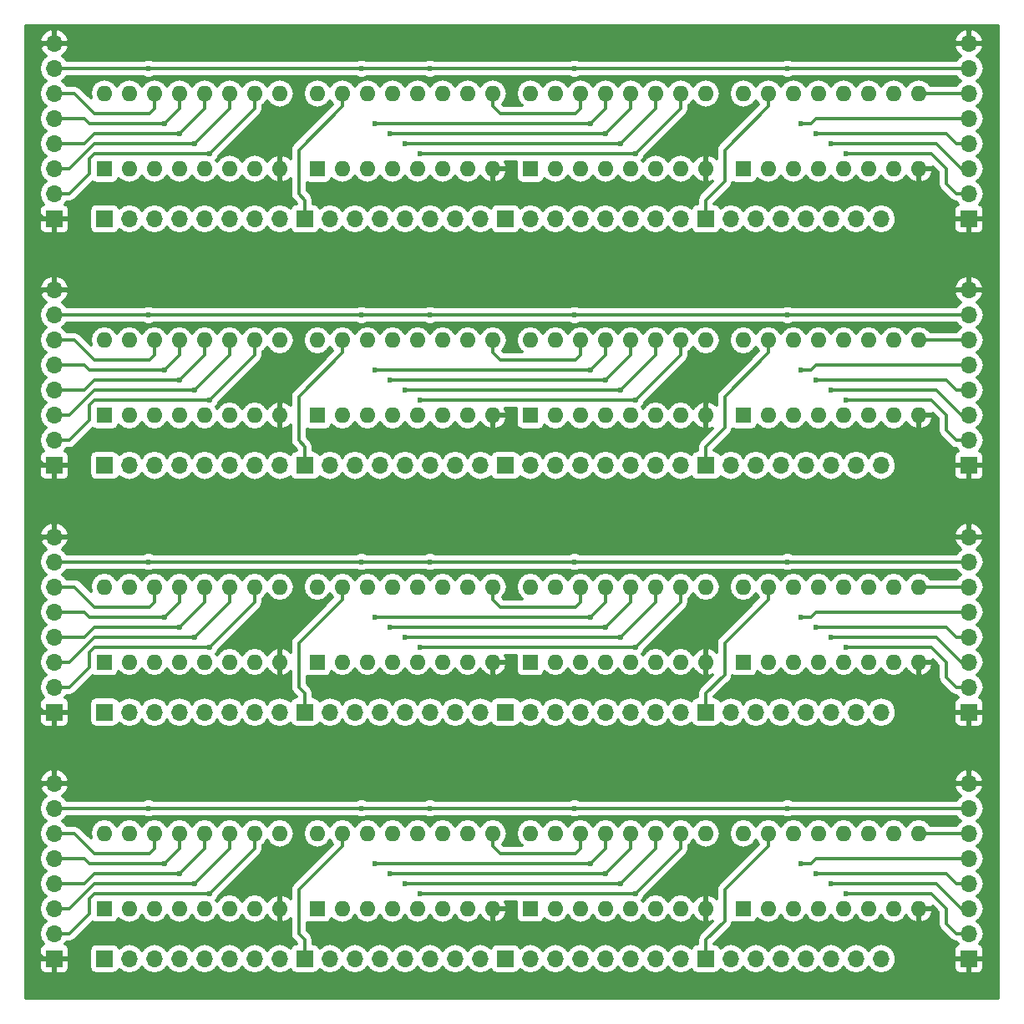
<source format=gbr>
G04 #@! TF.FileFunction,Copper,L2,Bot,Signal*
%FSLAX46Y46*%
G04 Gerber Fmt 4.6, Leading zero omitted, Abs format (unit mm)*
G04 Created by KiCad (PCBNEW 4.0.6) date 07/03/17 20:38:38*
%MOMM*%
%LPD*%
G01*
G04 APERTURE LIST*
%ADD10C,0.100000*%
%ADD11R,1.600000X1.600000*%
%ADD12O,1.600000X1.600000*%
%ADD13R,1.700000X1.700000*%
%ADD14O,1.700000X1.700000*%
%ADD15C,0.600000*%
%ADD16C,0.350000*%
G04 APERTURE END LIST*
D10*
D11*
X119380000Y-151200000D03*
D12*
X137160000Y-143580000D03*
X121920000Y-151200000D03*
X134620000Y-143580000D03*
X124460000Y-151200000D03*
X132080000Y-143580000D03*
X127000000Y-151200000D03*
X129540000Y-143580000D03*
X129540000Y-151200000D03*
X127000000Y-143580000D03*
X132080000Y-151200000D03*
X124460000Y-143580000D03*
X134620000Y-151200000D03*
X121920000Y-143580000D03*
X137160000Y-151200000D03*
X119380000Y-143580000D03*
D11*
X119380000Y-126200000D03*
D12*
X137160000Y-118580000D03*
X121920000Y-126200000D03*
X134620000Y-118580000D03*
X124460000Y-126200000D03*
X132080000Y-118580000D03*
X127000000Y-126200000D03*
X129540000Y-118580000D03*
X129540000Y-126200000D03*
X127000000Y-118580000D03*
X132080000Y-126200000D03*
X124460000Y-118580000D03*
X134620000Y-126200000D03*
X121920000Y-118580000D03*
X137160000Y-126200000D03*
X119380000Y-118580000D03*
D11*
X119380000Y-101200000D03*
D12*
X137160000Y-93580000D03*
X121920000Y-101200000D03*
X134620000Y-93580000D03*
X124460000Y-101200000D03*
X132080000Y-93580000D03*
X127000000Y-101200000D03*
X129540000Y-93580000D03*
X129540000Y-101200000D03*
X127000000Y-93580000D03*
X132080000Y-101200000D03*
X124460000Y-93580000D03*
X134620000Y-101200000D03*
X121920000Y-93580000D03*
X137160000Y-101200000D03*
X119380000Y-93580000D03*
D13*
X116840000Y-156280000D03*
D14*
X119380000Y-156280000D03*
X121920000Y-156280000D03*
X124460000Y-156280000D03*
X127000000Y-156280000D03*
X129540000Y-156280000D03*
X132080000Y-156280000D03*
X134620000Y-156280000D03*
D13*
X116840000Y-131280000D03*
D14*
X119380000Y-131280000D03*
X121920000Y-131280000D03*
X124460000Y-131280000D03*
X127000000Y-131280000D03*
X129540000Y-131280000D03*
X132080000Y-131280000D03*
X134620000Y-131280000D03*
D13*
X116840000Y-106280000D03*
D14*
X119380000Y-106280000D03*
X121920000Y-106280000D03*
X124460000Y-106280000D03*
X127000000Y-106280000D03*
X129540000Y-106280000D03*
X132080000Y-106280000D03*
X134620000Y-106280000D03*
D11*
X76200000Y-151200000D03*
D12*
X93980000Y-143580000D03*
X78740000Y-151200000D03*
X91440000Y-143580000D03*
X81280000Y-151200000D03*
X88900000Y-143580000D03*
X83820000Y-151200000D03*
X86360000Y-143580000D03*
X86360000Y-151200000D03*
X83820000Y-143580000D03*
X88900000Y-151200000D03*
X81280000Y-143580000D03*
X91440000Y-151200000D03*
X78740000Y-143580000D03*
X93980000Y-151200000D03*
X76200000Y-143580000D03*
D11*
X76200000Y-126200000D03*
D12*
X93980000Y-118580000D03*
X78740000Y-126200000D03*
X91440000Y-118580000D03*
X81280000Y-126200000D03*
X88900000Y-118580000D03*
X83820000Y-126200000D03*
X86360000Y-118580000D03*
X86360000Y-126200000D03*
X83820000Y-118580000D03*
X88900000Y-126200000D03*
X81280000Y-118580000D03*
X91440000Y-126200000D03*
X78740000Y-118580000D03*
X93980000Y-126200000D03*
X76200000Y-118580000D03*
D11*
X76200000Y-101200000D03*
D12*
X93980000Y-93580000D03*
X78740000Y-101200000D03*
X91440000Y-93580000D03*
X81280000Y-101200000D03*
X88900000Y-93580000D03*
X83820000Y-101200000D03*
X86360000Y-93580000D03*
X86360000Y-101200000D03*
X83820000Y-93580000D03*
X88900000Y-101200000D03*
X81280000Y-93580000D03*
X91440000Y-101200000D03*
X78740000Y-93580000D03*
X93980000Y-101200000D03*
X76200000Y-93580000D03*
D13*
X76200000Y-156280000D03*
D14*
X78740000Y-156280000D03*
X81280000Y-156280000D03*
X83820000Y-156280000D03*
X86360000Y-156280000D03*
X88900000Y-156280000D03*
X91440000Y-156280000D03*
X93980000Y-156280000D03*
D13*
X76200000Y-131280000D03*
D14*
X78740000Y-131280000D03*
X81280000Y-131280000D03*
X83820000Y-131280000D03*
X86360000Y-131280000D03*
X88900000Y-131280000D03*
X91440000Y-131280000D03*
X93980000Y-131280000D03*
D13*
X76200000Y-106280000D03*
D14*
X78740000Y-106280000D03*
X81280000Y-106280000D03*
X83820000Y-106280000D03*
X86360000Y-106280000D03*
X88900000Y-106280000D03*
X91440000Y-106280000D03*
X93980000Y-106280000D03*
D13*
X71120000Y-156280000D03*
D14*
X71120000Y-153740000D03*
X71120000Y-151200000D03*
X71120000Y-148660000D03*
X71120000Y-146120000D03*
X71120000Y-143580000D03*
X71120000Y-141040000D03*
X71120000Y-138500000D03*
D13*
X71120000Y-131280000D03*
D14*
X71120000Y-128740000D03*
X71120000Y-126200000D03*
X71120000Y-123660000D03*
X71120000Y-121120000D03*
X71120000Y-118580000D03*
X71120000Y-116040000D03*
X71120000Y-113500000D03*
D13*
X71120000Y-106280000D03*
D14*
X71120000Y-103740000D03*
X71120000Y-101200000D03*
X71120000Y-98660000D03*
X71120000Y-96120000D03*
X71120000Y-93580000D03*
X71120000Y-91040000D03*
X71120000Y-88500000D03*
D11*
X97790000Y-151200000D03*
D12*
X115570000Y-143580000D03*
X100330000Y-151200000D03*
X113030000Y-143580000D03*
X102870000Y-151200000D03*
X110490000Y-143580000D03*
X105410000Y-151200000D03*
X107950000Y-143580000D03*
X107950000Y-151200000D03*
X105410000Y-143580000D03*
X110490000Y-151200000D03*
X102870000Y-143580000D03*
X113030000Y-151200000D03*
X100330000Y-143580000D03*
X115570000Y-151200000D03*
X97790000Y-143580000D03*
D11*
X97790000Y-126200000D03*
D12*
X115570000Y-118580000D03*
X100330000Y-126200000D03*
X113030000Y-118580000D03*
X102870000Y-126200000D03*
X110490000Y-118580000D03*
X105410000Y-126200000D03*
X107950000Y-118580000D03*
X107950000Y-126200000D03*
X105410000Y-118580000D03*
X110490000Y-126200000D03*
X102870000Y-118580000D03*
X113030000Y-126200000D03*
X100330000Y-118580000D03*
X115570000Y-126200000D03*
X97790000Y-118580000D03*
D11*
X97790000Y-101200000D03*
D12*
X115570000Y-93580000D03*
X100330000Y-101200000D03*
X113030000Y-93580000D03*
X102870000Y-101200000D03*
X110490000Y-93580000D03*
X105410000Y-101200000D03*
X107950000Y-93580000D03*
X107950000Y-101200000D03*
X105410000Y-93580000D03*
X110490000Y-101200000D03*
X102870000Y-93580000D03*
X113030000Y-101200000D03*
X100330000Y-93580000D03*
X115570000Y-101200000D03*
X97790000Y-93580000D03*
D13*
X96520000Y-156280000D03*
D14*
X99060000Y-156280000D03*
X101600000Y-156280000D03*
X104140000Y-156280000D03*
X106680000Y-156280000D03*
X109220000Y-156280000D03*
X111760000Y-156280000D03*
X114300000Y-156280000D03*
D13*
X96520000Y-131280000D03*
D14*
X99060000Y-131280000D03*
X101600000Y-131280000D03*
X104140000Y-131280000D03*
X106680000Y-131280000D03*
X109220000Y-131280000D03*
X111760000Y-131280000D03*
X114300000Y-131280000D03*
D13*
X96520000Y-106280000D03*
D14*
X99060000Y-106280000D03*
X101600000Y-106280000D03*
X104140000Y-106280000D03*
X106680000Y-106280000D03*
X109220000Y-106280000D03*
X111760000Y-106280000D03*
X114300000Y-106280000D03*
D13*
X137160000Y-156280000D03*
D14*
X139700000Y-156280000D03*
X142240000Y-156280000D03*
X144780000Y-156280000D03*
X147320000Y-156280000D03*
X149860000Y-156280000D03*
X152400000Y-156280000D03*
X154940000Y-156280000D03*
D13*
X137160000Y-131280000D03*
D14*
X139700000Y-131280000D03*
X142240000Y-131280000D03*
X144780000Y-131280000D03*
X147320000Y-131280000D03*
X149860000Y-131280000D03*
X152400000Y-131280000D03*
X154940000Y-131280000D03*
D13*
X137160000Y-106280000D03*
D14*
X139700000Y-106280000D03*
X142240000Y-106280000D03*
X144780000Y-106280000D03*
X147320000Y-106280000D03*
X149860000Y-106280000D03*
X152400000Y-106280000D03*
X154940000Y-106280000D03*
D11*
X140970000Y-151200000D03*
D12*
X158750000Y-143580000D03*
X143510000Y-151200000D03*
X156210000Y-143580000D03*
X146050000Y-151200000D03*
X153670000Y-143580000D03*
X148590000Y-151200000D03*
X151130000Y-143580000D03*
X151130000Y-151200000D03*
X148590000Y-143580000D03*
X153670000Y-151200000D03*
X146050000Y-143580000D03*
X156210000Y-151200000D03*
X143510000Y-143580000D03*
X158750000Y-151200000D03*
X140970000Y-143580000D03*
D11*
X140970000Y-126200000D03*
D12*
X158750000Y-118580000D03*
X143510000Y-126200000D03*
X156210000Y-118580000D03*
X146050000Y-126200000D03*
X153670000Y-118580000D03*
X148590000Y-126200000D03*
X151130000Y-118580000D03*
X151130000Y-126200000D03*
X148590000Y-118580000D03*
X153670000Y-126200000D03*
X146050000Y-118580000D03*
X156210000Y-126200000D03*
X143510000Y-118580000D03*
X158750000Y-126200000D03*
X140970000Y-118580000D03*
D11*
X140970000Y-101200000D03*
D12*
X158750000Y-93580000D03*
X143510000Y-101200000D03*
X156210000Y-93580000D03*
X146050000Y-101200000D03*
X153670000Y-93580000D03*
X148590000Y-101200000D03*
X151130000Y-93580000D03*
X151130000Y-101200000D03*
X148590000Y-93580000D03*
X153670000Y-101200000D03*
X146050000Y-93580000D03*
X156210000Y-101200000D03*
X143510000Y-93580000D03*
X158750000Y-101200000D03*
X140970000Y-93580000D03*
D13*
X163830000Y-156280000D03*
D14*
X163830000Y-153740000D03*
X163830000Y-151200000D03*
X163830000Y-148660000D03*
X163830000Y-146120000D03*
X163830000Y-143580000D03*
X163830000Y-141040000D03*
X163830000Y-138500000D03*
D13*
X163830000Y-131280000D03*
D14*
X163830000Y-128740000D03*
X163830000Y-126200000D03*
X163830000Y-123660000D03*
X163830000Y-121120000D03*
X163830000Y-118580000D03*
X163830000Y-116040000D03*
X163830000Y-113500000D03*
D13*
X163830000Y-106280000D03*
D14*
X163830000Y-103740000D03*
X163830000Y-101200000D03*
X163830000Y-98660000D03*
X163830000Y-96120000D03*
X163830000Y-93580000D03*
X163830000Y-91040000D03*
X163830000Y-88500000D03*
D11*
X140970000Y-76200000D03*
D12*
X158750000Y-68580000D03*
X143510000Y-76200000D03*
X156210000Y-68580000D03*
X146050000Y-76200000D03*
X153670000Y-68580000D03*
X148590000Y-76200000D03*
X151130000Y-68580000D03*
X151130000Y-76200000D03*
X148590000Y-68580000D03*
X153670000Y-76200000D03*
X146050000Y-68580000D03*
X156210000Y-76200000D03*
X143510000Y-68580000D03*
X158750000Y-76200000D03*
X140970000Y-68580000D03*
D13*
X76200000Y-81280000D03*
D14*
X78740000Y-81280000D03*
X81280000Y-81280000D03*
X83820000Y-81280000D03*
X86360000Y-81280000D03*
X88900000Y-81280000D03*
X91440000Y-81280000D03*
X93980000Y-81280000D03*
D13*
X96520000Y-81280000D03*
D14*
X99060000Y-81280000D03*
X101600000Y-81280000D03*
X104140000Y-81280000D03*
X106680000Y-81280000D03*
X109220000Y-81280000D03*
X111760000Y-81280000D03*
X114300000Y-81280000D03*
D13*
X116840000Y-81280000D03*
D14*
X119380000Y-81280000D03*
X121920000Y-81280000D03*
X124460000Y-81280000D03*
X127000000Y-81280000D03*
X129540000Y-81280000D03*
X132080000Y-81280000D03*
X134620000Y-81280000D03*
D13*
X137160000Y-81280000D03*
D14*
X139700000Y-81280000D03*
X142240000Y-81280000D03*
X144780000Y-81280000D03*
X147320000Y-81280000D03*
X149860000Y-81280000D03*
X152400000Y-81280000D03*
X154940000Y-81280000D03*
D11*
X76200000Y-76200000D03*
D12*
X93980000Y-68580000D03*
X78740000Y-76200000D03*
X91440000Y-68580000D03*
X81280000Y-76200000D03*
X88900000Y-68580000D03*
X83820000Y-76200000D03*
X86360000Y-68580000D03*
X86360000Y-76200000D03*
X83820000Y-68580000D03*
X88900000Y-76200000D03*
X81280000Y-68580000D03*
X91440000Y-76200000D03*
X78740000Y-68580000D03*
X93980000Y-76200000D03*
X76200000Y-68580000D03*
D11*
X97790000Y-76200000D03*
D12*
X115570000Y-68580000D03*
X100330000Y-76200000D03*
X113030000Y-68580000D03*
X102870000Y-76200000D03*
X110490000Y-68580000D03*
X105410000Y-76200000D03*
X107950000Y-68580000D03*
X107950000Y-76200000D03*
X105410000Y-68580000D03*
X110490000Y-76200000D03*
X102870000Y-68580000D03*
X113030000Y-76200000D03*
X100330000Y-68580000D03*
X115570000Y-76200000D03*
X97790000Y-68580000D03*
D11*
X119380000Y-76200000D03*
D12*
X137160000Y-68580000D03*
X121920000Y-76200000D03*
X134620000Y-68580000D03*
X124460000Y-76200000D03*
X132080000Y-68580000D03*
X127000000Y-76200000D03*
X129540000Y-68580000D03*
X129540000Y-76200000D03*
X127000000Y-68580000D03*
X132080000Y-76200000D03*
X124460000Y-68580000D03*
X134620000Y-76200000D03*
X121920000Y-68580000D03*
X137160000Y-76200000D03*
X119380000Y-68580000D03*
D13*
X71120000Y-81280000D03*
D14*
X71120000Y-78740000D03*
X71120000Y-76200000D03*
X71120000Y-73660000D03*
X71120000Y-71120000D03*
X71120000Y-68580000D03*
X71120000Y-66040000D03*
X71120000Y-63500000D03*
D13*
X163830000Y-81280000D03*
D14*
X163830000Y-78740000D03*
X163830000Y-76200000D03*
X163830000Y-73660000D03*
X163830000Y-71120000D03*
X163830000Y-68580000D03*
X163830000Y-66040000D03*
X163830000Y-63500000D03*
D15*
X95885000Y-142310000D03*
X95885000Y-117310000D03*
X95885000Y-92310000D03*
X139065000Y-142310000D03*
X139065000Y-117310000D03*
X139065000Y-92310000D03*
X95885000Y-67310000D03*
X139065000Y-67310000D03*
X102235000Y-141040000D03*
X102235000Y-116040000D03*
X102235000Y-91040000D03*
X109220000Y-141040000D03*
X109220000Y-116040000D03*
X109220000Y-91040000D03*
X145415000Y-141040000D03*
X145415000Y-116040000D03*
X145415000Y-91040000D03*
X123825000Y-141040000D03*
X123825000Y-116040000D03*
X123825000Y-91040000D03*
X80645000Y-141040000D03*
X80645000Y-116040000D03*
X80645000Y-91040000D03*
X109220000Y-66040000D03*
X80645000Y-66040000D03*
X102235000Y-66040000D03*
X123825000Y-66040000D03*
X145415000Y-66040000D03*
X108204000Y-149676000D03*
X108204000Y-124676000D03*
X108204000Y-99676000D03*
X151384000Y-149676000D03*
X151384000Y-124676000D03*
X151384000Y-99676000D03*
X130048000Y-149676000D03*
X130048000Y-124676000D03*
X130048000Y-99676000D03*
X86868000Y-149676000D03*
X86868000Y-124676000D03*
X86868000Y-99676000D03*
X151384000Y-74676000D03*
X130048000Y-74676000D03*
X108204000Y-74676000D03*
X86868000Y-74676000D03*
X106680000Y-148660000D03*
X106680000Y-123660000D03*
X106680000Y-98660000D03*
X149860000Y-148660000D03*
X149860000Y-123660000D03*
X149860000Y-98660000D03*
X128524000Y-148660000D03*
X128524000Y-123660000D03*
X128524000Y-98660000D03*
X85344000Y-148660000D03*
X85344000Y-123660000D03*
X85344000Y-98660000D03*
X149860000Y-73660000D03*
X128524000Y-73660000D03*
X106680000Y-73660000D03*
X85344000Y-73660000D03*
X105156000Y-147644000D03*
X105156000Y-122644000D03*
X105156000Y-97644000D03*
X148336000Y-147644000D03*
X148336000Y-122644000D03*
X148336000Y-97644000D03*
X127000000Y-147644000D03*
X127000000Y-122644000D03*
X127000000Y-97644000D03*
X83820000Y-147644000D03*
X83820000Y-122644000D03*
X83820000Y-97644000D03*
X127000000Y-72644000D03*
X148336000Y-72644000D03*
X105156000Y-72644000D03*
X83820000Y-72644000D03*
X103632000Y-146628000D03*
X103632000Y-121628000D03*
X103632000Y-96628000D03*
X146812000Y-146628000D03*
X146812000Y-121628000D03*
X146812000Y-96628000D03*
X125476000Y-146628000D03*
X125476000Y-121628000D03*
X125476000Y-96628000D03*
X82296000Y-146628000D03*
X82296000Y-121628000D03*
X82296000Y-96628000D03*
X146812000Y-71628000D03*
X125476000Y-71628000D03*
X103632000Y-71628000D03*
X82296000Y-71628000D03*
D16*
X70104000Y-156280000D02*
X69088000Y-155264000D01*
X70104000Y-131280000D02*
X69088000Y-130264000D01*
X70104000Y-106280000D02*
X69088000Y-105264000D01*
X69088000Y-155264000D02*
X69088000Y-139516000D01*
X69088000Y-130264000D02*
X69088000Y-114516000D01*
X69088000Y-105264000D02*
X69088000Y-89516000D01*
X69088000Y-139516000D02*
X70104000Y-138500000D01*
X69088000Y-114516000D02*
X70104000Y-113500000D01*
X69088000Y-89516000D02*
X70104000Y-88500000D01*
X70104000Y-138500000D02*
X71120000Y-138500000D01*
X70104000Y-113500000D02*
X71120000Y-113500000D01*
X70104000Y-88500000D02*
X71120000Y-88500000D01*
X139065000Y-145485000D02*
X139065000Y-142310000D01*
X139065000Y-120485000D02*
X139065000Y-117310000D01*
X139065000Y-95485000D02*
X139065000Y-92310000D01*
X137160000Y-147390000D02*
X139065000Y-145485000D01*
X137160000Y-122390000D02*
X139065000Y-120485000D01*
X137160000Y-97390000D02*
X139065000Y-95485000D01*
X137160000Y-151200000D02*
X137160000Y-147390000D01*
X137160000Y-126200000D02*
X137160000Y-122390000D01*
X137160000Y-101200000D02*
X137160000Y-97390000D01*
X166116000Y-155264000D02*
X165100000Y-156280000D01*
X166116000Y-130264000D02*
X165100000Y-131280000D01*
X166116000Y-105264000D02*
X165100000Y-106280000D01*
X165100000Y-156280000D02*
X163830000Y-156280000D01*
X165100000Y-131280000D02*
X163830000Y-131280000D01*
X165100000Y-106280000D02*
X163830000Y-106280000D01*
X165100000Y-138500000D02*
X166116000Y-139516000D01*
X165100000Y-113500000D02*
X166116000Y-114516000D01*
X165100000Y-88500000D02*
X166116000Y-89516000D01*
X163830000Y-138500000D02*
X165100000Y-138500000D01*
X163830000Y-113500000D02*
X165100000Y-113500000D01*
X163830000Y-88500000D02*
X165100000Y-88500000D01*
X166116000Y-139516000D02*
X166116000Y-155264000D01*
X166116000Y-114516000D02*
X166116000Y-130264000D01*
X166116000Y-89516000D02*
X166116000Y-105264000D01*
X93980000Y-151200000D02*
X93980000Y-147390000D01*
X93980000Y-126200000D02*
X93980000Y-122390000D01*
X93980000Y-101200000D02*
X93980000Y-97390000D01*
X93980000Y-147390000D02*
X95885000Y-145485000D01*
X93980000Y-122390000D02*
X95885000Y-120485000D01*
X93980000Y-97390000D02*
X95885000Y-95485000D01*
X95885000Y-145485000D02*
X95885000Y-142310000D01*
X95885000Y-120485000D02*
X95885000Y-117310000D01*
X95885000Y-95485000D02*
X95885000Y-92310000D01*
X71120000Y-156280000D02*
X70104000Y-156280000D01*
X71120000Y-131280000D02*
X70104000Y-131280000D01*
X71120000Y-106280000D02*
X70104000Y-106280000D01*
X93980000Y-76200000D02*
X93980000Y-72390000D01*
X95885000Y-70485000D02*
X95885000Y-67310000D01*
X93980000Y-72390000D02*
X95885000Y-70485000D01*
X137160000Y-76200000D02*
X137160000Y-72390000D01*
X139065000Y-70485000D02*
X139065000Y-67310000D01*
X137160000Y-72390000D02*
X139065000Y-70485000D01*
X163830000Y-63500000D02*
X165100000Y-63500000D01*
X165100000Y-81280000D02*
X163830000Y-81280000D01*
X166116000Y-80264000D02*
X165100000Y-81280000D01*
X166116000Y-64516000D02*
X166116000Y-80264000D01*
X165100000Y-63500000D02*
X166116000Y-64516000D01*
X71120000Y-81280000D02*
X70104000Y-81280000D01*
X70104000Y-63500000D02*
X71120000Y-63500000D01*
X69088000Y-64516000D02*
X70104000Y-63500000D01*
X69088000Y-80264000D02*
X69088000Y-64516000D01*
X70104000Y-81280000D02*
X69088000Y-80264000D01*
X137160000Y-154375000D02*
X139065000Y-152470000D01*
X137160000Y-129375000D02*
X139065000Y-127470000D01*
X137160000Y-104375000D02*
X139065000Y-102470000D01*
X137160000Y-156280000D02*
X137160000Y-154375000D01*
X137160000Y-131280000D02*
X137160000Y-129375000D01*
X137160000Y-106280000D02*
X137160000Y-104375000D01*
X139065000Y-149295000D02*
X143510000Y-144850000D01*
X139065000Y-124295000D02*
X143510000Y-119850000D01*
X139065000Y-99295000D02*
X143510000Y-94850000D01*
X143510000Y-144850000D02*
X143510000Y-143580000D01*
X143510000Y-119850000D02*
X143510000Y-118580000D01*
X143510000Y-94850000D02*
X143510000Y-93580000D01*
X139065000Y-152470000D02*
X139065000Y-149295000D01*
X139065000Y-127470000D02*
X139065000Y-124295000D01*
X139065000Y-102470000D02*
X139065000Y-99295000D01*
X137160000Y-81280000D02*
X137160000Y-79375000D01*
X143510000Y-69850000D02*
X143510000Y-68580000D01*
X139065000Y-74295000D02*
X143510000Y-69850000D01*
X139065000Y-77470000D02*
X139065000Y-74295000D01*
X137160000Y-79375000D02*
X139065000Y-77470000D01*
X124460000Y-143580000D02*
X124460000Y-145104000D01*
X124460000Y-118580000D02*
X124460000Y-120104000D01*
X124460000Y-93580000D02*
X124460000Y-95104000D01*
X116332000Y-145612000D02*
X115570000Y-144850000D01*
X116332000Y-120612000D02*
X115570000Y-119850000D01*
X116332000Y-95612000D02*
X115570000Y-94850000D01*
X123952000Y-145612000D02*
X124460000Y-145104000D01*
X123952000Y-120612000D02*
X124460000Y-120104000D01*
X123952000Y-95612000D02*
X124460000Y-95104000D01*
X115570000Y-144850000D02*
X115570000Y-143580000D01*
X115570000Y-119850000D02*
X115570000Y-118580000D01*
X115570000Y-94850000D02*
X115570000Y-93580000D01*
X123952000Y-145612000D02*
X116332000Y-145612000D01*
X123952000Y-120612000D02*
X116332000Y-120612000D01*
X123952000Y-95612000D02*
X116332000Y-95612000D01*
X123952000Y-70612000D02*
X116332000Y-70612000D01*
X123952000Y-70612000D02*
X124460000Y-70104000D01*
X124460000Y-68580000D02*
X124460000Y-70104000D01*
X115570000Y-69850000D02*
X115570000Y-68580000D01*
X116332000Y-70612000D02*
X115570000Y-69850000D01*
X145415000Y-141040000D02*
X123825000Y-141040000D01*
X145415000Y-116040000D02*
X123825000Y-116040000D01*
X145415000Y-91040000D02*
X123825000Y-91040000D01*
X123825000Y-141040000D02*
X109220000Y-141040000D01*
X123825000Y-116040000D02*
X109220000Y-116040000D01*
X123825000Y-91040000D02*
X109220000Y-91040000D01*
X80645000Y-141040000D02*
X71120000Y-141040000D01*
X80645000Y-116040000D02*
X71120000Y-116040000D01*
X80645000Y-91040000D02*
X71120000Y-91040000D01*
X102235000Y-141040000D02*
X80645000Y-141040000D01*
X102235000Y-116040000D02*
X80645000Y-116040000D01*
X102235000Y-91040000D02*
X80645000Y-91040000D01*
X109220000Y-141040000D02*
X102235000Y-141040000D01*
X109220000Y-116040000D02*
X102235000Y-116040000D01*
X109220000Y-91040000D02*
X102235000Y-91040000D01*
X163830000Y-141040000D02*
X145415000Y-141040000D01*
X163830000Y-116040000D02*
X145415000Y-116040000D01*
X163830000Y-91040000D02*
X145415000Y-91040000D01*
X163830000Y-66040000D02*
X145415000Y-66040000D01*
X145415000Y-66040000D02*
X123825000Y-66040000D01*
X123825000Y-66040000D02*
X109220000Y-66040000D01*
X109220000Y-66040000D02*
X102235000Y-66040000D01*
X102235000Y-66040000D02*
X80645000Y-66040000D01*
X80645000Y-66040000D02*
X71120000Y-66040000D01*
X96520000Y-154375000D02*
X95885000Y-153740000D01*
X96520000Y-129375000D02*
X95885000Y-128740000D01*
X96520000Y-104375000D02*
X95885000Y-103740000D01*
X95885000Y-149295000D02*
X100330000Y-144850000D01*
X95885000Y-124295000D02*
X100330000Y-119850000D01*
X95885000Y-99295000D02*
X100330000Y-94850000D01*
X95885000Y-153740000D02*
X95885000Y-149295000D01*
X95885000Y-128740000D02*
X95885000Y-124295000D01*
X95885000Y-103740000D02*
X95885000Y-99295000D01*
X100330000Y-144850000D02*
X100330000Y-143580000D01*
X100330000Y-119850000D02*
X100330000Y-118580000D01*
X100330000Y-94850000D02*
X100330000Y-93580000D01*
X96520000Y-156280000D02*
X96520000Y-154375000D01*
X96520000Y-131280000D02*
X96520000Y-129375000D01*
X96520000Y-106280000D02*
X96520000Y-104375000D01*
X96520000Y-81280000D02*
X96520000Y-79375000D01*
X100330000Y-69850000D02*
X100330000Y-68580000D01*
X95885000Y-74295000D02*
X100330000Y-69850000D01*
X95885000Y-78740000D02*
X95885000Y-74295000D01*
X96520000Y-79375000D02*
X95885000Y-78740000D01*
X108204000Y-149676000D02*
X130048000Y-149676000D01*
X108204000Y-124676000D02*
X130048000Y-124676000D01*
X108204000Y-99676000D02*
X130048000Y-99676000D01*
X130048000Y-149676000D02*
X134620000Y-145104000D01*
X130048000Y-124676000D02*
X134620000Y-120104000D01*
X130048000Y-99676000D02*
X134620000Y-95104000D01*
X134620000Y-145104000D02*
X134620000Y-143580000D01*
X134620000Y-120104000D02*
X134620000Y-118580000D01*
X134620000Y-95104000D02*
X134620000Y-93580000D01*
X161544000Y-151200000D02*
X160020000Y-149676000D01*
X161544000Y-126200000D02*
X160020000Y-124676000D01*
X161544000Y-101200000D02*
X160020000Y-99676000D01*
X161544000Y-152724000D02*
X161544000Y-151200000D01*
X161544000Y-127724000D02*
X161544000Y-126200000D01*
X161544000Y-102724000D02*
X161544000Y-101200000D01*
X160020000Y-149676000D02*
X151384000Y-149676000D01*
X160020000Y-124676000D02*
X151384000Y-124676000D01*
X160020000Y-99676000D02*
X151384000Y-99676000D01*
X163830000Y-153740000D02*
X163830000Y-153486000D01*
X163830000Y-128740000D02*
X163830000Y-128486000D01*
X163830000Y-103740000D02*
X163830000Y-103486000D01*
X163830000Y-153740000D02*
X162560000Y-153740000D01*
X163830000Y-128740000D02*
X162560000Y-128740000D01*
X163830000Y-103740000D02*
X162560000Y-103740000D01*
X162560000Y-153740000D02*
X161544000Y-152724000D01*
X162560000Y-128740000D02*
X161544000Y-127724000D01*
X162560000Y-103740000D02*
X161544000Y-102724000D01*
X75184000Y-149676000D02*
X86868000Y-149676000D01*
X75184000Y-124676000D02*
X86868000Y-124676000D01*
X75184000Y-99676000D02*
X86868000Y-99676000D01*
X74676000Y-150184000D02*
X75184000Y-149676000D01*
X74676000Y-125184000D02*
X75184000Y-124676000D01*
X74676000Y-100184000D02*
X75184000Y-99676000D01*
X86868000Y-149676000D02*
X91440000Y-145104000D01*
X86868000Y-124676000D02*
X91440000Y-120104000D01*
X86868000Y-99676000D02*
X91440000Y-95104000D01*
X91440000Y-145104000D02*
X91440000Y-143580000D01*
X91440000Y-120104000D02*
X91440000Y-118580000D01*
X91440000Y-95104000D02*
X91440000Y-93580000D01*
X72644000Y-153740000D02*
X74676000Y-151708000D01*
X72644000Y-128740000D02*
X74676000Y-126708000D01*
X72644000Y-103740000D02*
X74676000Y-101708000D01*
X74676000Y-151708000D02*
X74676000Y-150184000D01*
X74676000Y-126708000D02*
X74676000Y-125184000D01*
X74676000Y-101708000D02*
X74676000Y-100184000D01*
X71120000Y-153740000D02*
X72644000Y-153740000D01*
X71120000Y-128740000D02*
X72644000Y-128740000D01*
X71120000Y-103740000D02*
X72644000Y-103740000D01*
X160020000Y-74676000D02*
X151384000Y-74676000D01*
X161544000Y-76200000D02*
X160020000Y-74676000D01*
X161544000Y-77724000D02*
X161544000Y-76200000D01*
X162560000Y-78740000D02*
X161544000Y-77724000D01*
X163830000Y-78740000D02*
X162560000Y-78740000D01*
X163830000Y-78740000D02*
X163830000Y-78486000D01*
X108204000Y-74676000D02*
X130048000Y-74676000D01*
X134620000Y-70104000D02*
X134620000Y-68580000D01*
X130048000Y-74676000D02*
X134620000Y-70104000D01*
X71120000Y-78740000D02*
X72644000Y-78740000D01*
X91440000Y-70104000D02*
X91440000Y-68580000D01*
X86868000Y-74676000D02*
X91440000Y-70104000D01*
X75184000Y-74676000D02*
X86868000Y-74676000D01*
X74676000Y-75184000D02*
X75184000Y-74676000D01*
X74676000Y-76708000D02*
X74676000Y-75184000D01*
X72644000Y-78740000D02*
X74676000Y-76708000D01*
X106680000Y-148660000D02*
X128524000Y-148660000D01*
X106680000Y-123660000D02*
X128524000Y-123660000D01*
X106680000Y-98660000D02*
X128524000Y-98660000D01*
X128524000Y-148660000D02*
X129032000Y-148152000D01*
X128524000Y-123660000D02*
X129032000Y-123152000D01*
X128524000Y-98660000D02*
X129032000Y-98152000D01*
X129032000Y-148152000D02*
X132080000Y-145104000D01*
X129032000Y-123152000D02*
X132080000Y-120104000D01*
X129032000Y-98152000D02*
X132080000Y-95104000D01*
X132080000Y-145104000D02*
X132080000Y-143580000D01*
X132080000Y-120104000D02*
X132080000Y-118580000D01*
X132080000Y-95104000D02*
X132080000Y-93580000D01*
X163068000Y-151200000D02*
X160528000Y-148660000D01*
X163068000Y-126200000D02*
X160528000Y-123660000D01*
X163068000Y-101200000D02*
X160528000Y-98660000D01*
X163830000Y-151200000D02*
X163068000Y-151200000D01*
X163830000Y-126200000D02*
X163068000Y-126200000D01*
X163830000Y-101200000D02*
X163068000Y-101200000D01*
X160528000Y-148660000D02*
X149860000Y-148660000D01*
X160528000Y-123660000D02*
X149860000Y-123660000D01*
X160528000Y-98660000D02*
X149860000Y-98660000D01*
X75184000Y-148660000D02*
X85344000Y-148660000D01*
X75184000Y-123660000D02*
X85344000Y-123660000D01*
X75184000Y-98660000D02*
X85344000Y-98660000D01*
X73660000Y-150184000D02*
X75184000Y-148660000D01*
X73660000Y-125184000D02*
X75184000Y-123660000D01*
X73660000Y-100184000D02*
X75184000Y-98660000D01*
X85344000Y-148660000D02*
X85852000Y-148152000D01*
X85344000Y-123660000D02*
X85852000Y-123152000D01*
X85344000Y-98660000D02*
X85852000Y-98152000D01*
X85852000Y-148152000D02*
X88900000Y-145104000D01*
X85852000Y-123152000D02*
X88900000Y-120104000D01*
X85852000Y-98152000D02*
X88900000Y-95104000D01*
X88900000Y-145104000D02*
X88900000Y-143580000D01*
X88900000Y-120104000D02*
X88900000Y-118580000D01*
X88900000Y-95104000D02*
X88900000Y-93580000D01*
X72644000Y-151200000D02*
X73660000Y-150184000D01*
X72644000Y-126200000D02*
X73660000Y-125184000D01*
X72644000Y-101200000D02*
X73660000Y-100184000D01*
X71120000Y-151200000D02*
X72644000Y-151200000D01*
X71120000Y-126200000D02*
X72644000Y-126200000D01*
X71120000Y-101200000D02*
X72644000Y-101200000D01*
X163830000Y-76200000D02*
X163068000Y-76200000D01*
X163068000Y-76200000D02*
X160528000Y-73660000D01*
X160528000Y-73660000D02*
X149860000Y-73660000D01*
X106680000Y-73660000D02*
X128524000Y-73660000D01*
X128524000Y-73660000D02*
X129032000Y-73152000D01*
X132080000Y-70104000D02*
X132080000Y-68580000D01*
X129032000Y-73152000D02*
X132080000Y-70104000D01*
X71120000Y-76200000D02*
X72644000Y-76200000D01*
X88900000Y-70104000D02*
X88900000Y-68580000D01*
X85344000Y-73660000D02*
X85852000Y-73152000D01*
X85852000Y-73152000D02*
X88900000Y-70104000D01*
X75184000Y-73660000D02*
X85344000Y-73660000D01*
X73660000Y-75184000D02*
X75184000Y-73660000D01*
X72644000Y-76200000D02*
X73660000Y-75184000D01*
X105156000Y-147644000D02*
X127000000Y-147644000D01*
X105156000Y-122644000D02*
X127000000Y-122644000D01*
X105156000Y-97644000D02*
X127000000Y-97644000D01*
X127000000Y-147644000D02*
X127508000Y-147136000D01*
X127000000Y-122644000D02*
X127508000Y-122136000D01*
X127000000Y-97644000D02*
X127508000Y-97136000D01*
X127508000Y-147136000D02*
X129540000Y-145104000D01*
X127508000Y-122136000D02*
X129540000Y-120104000D01*
X127508000Y-97136000D02*
X129540000Y-95104000D01*
X129540000Y-145104000D02*
X129540000Y-143580000D01*
X129540000Y-120104000D02*
X129540000Y-118580000D01*
X129540000Y-95104000D02*
X129540000Y-93580000D01*
X163830000Y-148660000D02*
X162560000Y-148660000D01*
X163830000Y-123660000D02*
X162560000Y-123660000D01*
X163830000Y-98660000D02*
X162560000Y-98660000D01*
X161544000Y-147644000D02*
X148336000Y-147644000D01*
X161544000Y-122644000D02*
X148336000Y-122644000D01*
X161544000Y-97644000D02*
X148336000Y-97644000D01*
X162560000Y-148660000D02*
X161544000Y-147644000D01*
X162560000Y-123660000D02*
X161544000Y-122644000D01*
X162560000Y-98660000D02*
X161544000Y-97644000D01*
X75184000Y-147644000D02*
X83820000Y-147644000D01*
X75184000Y-122644000D02*
X83820000Y-122644000D01*
X75184000Y-97644000D02*
X83820000Y-97644000D01*
X71120000Y-148660000D02*
X74168000Y-148660000D01*
X71120000Y-123660000D02*
X74168000Y-123660000D01*
X71120000Y-98660000D02*
X74168000Y-98660000D01*
X74168000Y-148660000D02*
X75184000Y-147644000D01*
X74168000Y-123660000D02*
X75184000Y-122644000D01*
X74168000Y-98660000D02*
X75184000Y-97644000D01*
X83820000Y-147644000D02*
X84328000Y-147136000D01*
X83820000Y-122644000D02*
X84328000Y-122136000D01*
X83820000Y-97644000D02*
X84328000Y-97136000D01*
X84328000Y-147136000D02*
X86360000Y-145104000D01*
X84328000Y-122136000D02*
X86360000Y-120104000D01*
X84328000Y-97136000D02*
X86360000Y-95104000D01*
X86360000Y-145104000D02*
X86360000Y-143580000D01*
X86360000Y-120104000D02*
X86360000Y-118580000D01*
X86360000Y-95104000D02*
X86360000Y-93580000D01*
X162560000Y-73660000D02*
X161544000Y-72644000D01*
X161544000Y-72644000D02*
X148336000Y-72644000D01*
X163830000Y-73660000D02*
X162560000Y-73660000D01*
X105156000Y-72644000D02*
X127000000Y-72644000D01*
X127508000Y-72136000D02*
X129540000Y-70104000D01*
X129540000Y-70104000D02*
X129540000Y-68580000D01*
X127000000Y-72644000D02*
X127508000Y-72136000D01*
X71120000Y-73660000D02*
X74168000Y-73660000D01*
X86360000Y-70104000D02*
X86360000Y-68580000D01*
X83820000Y-72644000D02*
X84328000Y-72136000D01*
X84328000Y-72136000D02*
X86360000Y-70104000D01*
X75184000Y-72644000D02*
X83820000Y-72644000D01*
X74168000Y-73660000D02*
X75184000Y-72644000D01*
X103632000Y-146628000D02*
X125476000Y-146628000D01*
X103632000Y-121628000D02*
X125476000Y-121628000D01*
X103632000Y-96628000D02*
X125476000Y-96628000D01*
X127000000Y-145104000D02*
X127000000Y-143580000D01*
X127000000Y-120104000D02*
X127000000Y-118580000D01*
X127000000Y-95104000D02*
X127000000Y-93580000D01*
X126492000Y-145612000D02*
X127000000Y-145104000D01*
X126492000Y-120612000D02*
X127000000Y-120104000D01*
X126492000Y-95612000D02*
X127000000Y-95104000D01*
X125476000Y-146628000D02*
X126492000Y-145612000D01*
X125476000Y-121628000D02*
X126492000Y-120612000D01*
X125476000Y-96628000D02*
X126492000Y-95612000D01*
X147828000Y-146628000D02*
X146812000Y-146628000D01*
X147828000Y-121628000D02*
X146812000Y-121628000D01*
X147828000Y-96628000D02*
X146812000Y-96628000D01*
X148336000Y-146120000D02*
X147828000Y-146628000D01*
X148336000Y-121120000D02*
X147828000Y-121628000D01*
X148336000Y-96120000D02*
X147828000Y-96628000D01*
X163830000Y-146120000D02*
X148336000Y-146120000D01*
X163830000Y-121120000D02*
X148336000Y-121120000D01*
X163830000Y-96120000D02*
X148336000Y-96120000D01*
X74676000Y-146628000D02*
X82296000Y-146628000D01*
X74676000Y-121628000D02*
X82296000Y-121628000D01*
X74676000Y-96628000D02*
X82296000Y-96628000D01*
X71120000Y-146120000D02*
X74168000Y-146120000D01*
X71120000Y-121120000D02*
X74168000Y-121120000D01*
X71120000Y-96120000D02*
X74168000Y-96120000D01*
X74168000Y-146120000D02*
X74676000Y-146628000D01*
X74168000Y-121120000D02*
X74676000Y-121628000D01*
X74168000Y-96120000D02*
X74676000Y-96628000D01*
X83312000Y-145612000D02*
X83820000Y-145104000D01*
X83312000Y-120612000D02*
X83820000Y-120104000D01*
X83312000Y-95612000D02*
X83820000Y-95104000D01*
X83820000Y-145104000D02*
X83820000Y-143580000D01*
X83820000Y-120104000D02*
X83820000Y-118580000D01*
X83820000Y-95104000D02*
X83820000Y-93580000D01*
X82296000Y-146628000D02*
X83312000Y-145612000D01*
X82296000Y-121628000D02*
X83312000Y-120612000D01*
X82296000Y-96628000D02*
X83312000Y-95612000D01*
X163830000Y-71120000D02*
X148336000Y-71120000D01*
X147828000Y-71628000D02*
X146812000Y-71628000D01*
X148336000Y-71120000D02*
X147828000Y-71628000D01*
X103632000Y-71628000D02*
X125476000Y-71628000D01*
X125476000Y-71628000D02*
X126492000Y-70612000D01*
X127000000Y-70104000D02*
X127000000Y-68580000D01*
X126492000Y-70612000D02*
X127000000Y-70104000D01*
X71120000Y-71120000D02*
X74168000Y-71120000D01*
X83820000Y-70104000D02*
X83820000Y-68580000D01*
X82296000Y-71628000D02*
X83312000Y-70612000D01*
X83312000Y-70612000D02*
X83820000Y-70104000D01*
X74676000Y-71628000D02*
X82296000Y-71628000D01*
X74168000Y-71120000D02*
X74676000Y-71628000D01*
X75184000Y-145612000D02*
X80772000Y-145612000D01*
X75184000Y-120612000D02*
X80772000Y-120612000D01*
X75184000Y-95612000D02*
X80772000Y-95612000D01*
X80772000Y-145612000D02*
X81280000Y-145104000D01*
X80772000Y-120612000D02*
X81280000Y-120104000D01*
X80772000Y-95612000D02*
X81280000Y-95104000D01*
X73152000Y-143580000D02*
X75184000Y-145612000D01*
X73152000Y-118580000D02*
X75184000Y-120612000D01*
X73152000Y-93580000D02*
X75184000Y-95612000D01*
X71120000Y-143580000D02*
X73152000Y-143580000D01*
X71120000Y-118580000D02*
X73152000Y-118580000D01*
X71120000Y-93580000D02*
X73152000Y-93580000D01*
X81280000Y-145104000D02*
X81280000Y-143580000D01*
X81280000Y-120104000D02*
X81280000Y-118580000D01*
X81280000Y-95104000D02*
X81280000Y-93580000D01*
X71120000Y-68580000D02*
X73152000Y-68580000D01*
X81280000Y-70104000D02*
X81280000Y-68580000D01*
X80772000Y-70612000D02*
X81280000Y-70104000D01*
X75184000Y-70612000D02*
X80772000Y-70612000D01*
X73152000Y-68580000D02*
X75184000Y-70612000D01*
X163830000Y-143580000D02*
X158750000Y-143580000D01*
X163830000Y-118580000D02*
X158750000Y-118580000D01*
X163830000Y-93580000D02*
X158750000Y-93580000D01*
X163830000Y-68580000D02*
X158750000Y-68580000D01*
G36*
X166750000Y-160250000D02*
X68250000Y-160250000D01*
X68250000Y-156529750D01*
X69587000Y-156529750D01*
X69587000Y-157265857D01*
X69690981Y-157516889D01*
X69883112Y-157709019D01*
X70134143Y-157813000D01*
X70870250Y-157813000D01*
X71041000Y-157642250D01*
X71041000Y-156359000D01*
X71199000Y-156359000D01*
X71199000Y-157642250D01*
X71369750Y-157813000D01*
X72105857Y-157813000D01*
X72356888Y-157709019D01*
X72549019Y-157516889D01*
X72653000Y-157265857D01*
X72653000Y-156529750D01*
X72482250Y-156359000D01*
X71199000Y-156359000D01*
X71041000Y-156359000D01*
X69757750Y-156359000D01*
X69587000Y-156529750D01*
X68250000Y-156529750D01*
X68250000Y-141040000D01*
X69565123Y-141040000D01*
X69681207Y-141623592D01*
X70011785Y-142118338D01*
X70298628Y-142310000D01*
X70011785Y-142501662D01*
X69681207Y-142996408D01*
X69565123Y-143580000D01*
X69681207Y-144163592D01*
X70011785Y-144658338D01*
X70298628Y-144850000D01*
X70011785Y-145041662D01*
X69681207Y-145536408D01*
X69565123Y-146120000D01*
X69681207Y-146703592D01*
X70011785Y-147198338D01*
X70298628Y-147390000D01*
X70011785Y-147581662D01*
X69681207Y-148076408D01*
X69565123Y-148660000D01*
X69681207Y-149243592D01*
X70011785Y-149738338D01*
X70298628Y-149930000D01*
X70011785Y-150121662D01*
X69681207Y-150616408D01*
X69565123Y-151200000D01*
X69681207Y-151783592D01*
X70011785Y-152278338D01*
X70298628Y-152470000D01*
X70011785Y-152661662D01*
X69681207Y-153156408D01*
X69565123Y-153740000D01*
X69681207Y-154323592D01*
X70000975Y-154802160D01*
X69883112Y-154850981D01*
X69690981Y-155043111D01*
X69587000Y-155294143D01*
X69587000Y-156030250D01*
X69757750Y-156201000D01*
X71041000Y-156201000D01*
X71041000Y-156181000D01*
X71199000Y-156181000D01*
X71199000Y-156201000D01*
X72482250Y-156201000D01*
X72653000Y-156030250D01*
X72653000Y-155294143D01*
X72549019Y-155043111D01*
X72356888Y-154850981D01*
X72239025Y-154802160D01*
X72380785Y-154590000D01*
X72644000Y-154590000D01*
X72969281Y-154525298D01*
X73245041Y-154341041D01*
X75025211Y-152560871D01*
X75132242Y-152634002D01*
X75400000Y-152688224D01*
X77000000Y-152688224D01*
X77250140Y-152641157D01*
X77479879Y-152493324D01*
X77634002Y-152267758D01*
X77648018Y-152198547D01*
X77697017Y-152271880D01*
X78175542Y-152591619D01*
X78740000Y-152703897D01*
X79304458Y-152591619D01*
X79782983Y-152271880D01*
X80010000Y-151932124D01*
X80237017Y-152271880D01*
X80715542Y-152591619D01*
X81280000Y-152703897D01*
X81844458Y-152591619D01*
X82322983Y-152271880D01*
X82550000Y-151932124D01*
X82777017Y-152271880D01*
X83255542Y-152591619D01*
X83820000Y-152703897D01*
X84384458Y-152591619D01*
X84862983Y-152271880D01*
X85090000Y-151932124D01*
X85317017Y-152271880D01*
X85795542Y-152591619D01*
X86360000Y-152703897D01*
X86924458Y-152591619D01*
X87402983Y-152271880D01*
X87630000Y-151932124D01*
X87857017Y-152271880D01*
X88335542Y-152591619D01*
X88900000Y-152703897D01*
X89464458Y-152591619D01*
X89942983Y-152271880D01*
X90170000Y-151932124D01*
X90397017Y-152271880D01*
X90875542Y-152591619D01*
X91440000Y-152703897D01*
X92004458Y-152591619D01*
X92482983Y-152271880D01*
X92711004Y-151930621D01*
X92758603Y-152041126D01*
X93173461Y-152444507D01*
X93670310Y-152650303D01*
X93901000Y-152509870D01*
X93901000Y-151279000D01*
X93881000Y-151279000D01*
X93881000Y-151121000D01*
X93901000Y-151121000D01*
X93901000Y-149890130D01*
X93670310Y-149749697D01*
X93173461Y-149955493D01*
X92758603Y-150358874D01*
X92711004Y-150469379D01*
X92482983Y-150128120D01*
X92004458Y-149808381D01*
X91440000Y-149696103D01*
X90875542Y-149808381D01*
X90397017Y-150128120D01*
X90170000Y-150467876D01*
X89942983Y-150128120D01*
X89464458Y-149808381D01*
X88900000Y-149696103D01*
X88335542Y-149808381D01*
X87857017Y-150128120D01*
X87630000Y-150467876D01*
X87559899Y-150362963D01*
X87694082Y-150229014D01*
X87819779Y-149926303D01*
X92041038Y-145705043D01*
X92041041Y-145705041D01*
X92225298Y-145429281D01*
X92290000Y-145104000D01*
X92290000Y-144780827D01*
X92482983Y-144651880D01*
X92710000Y-144312124D01*
X92937017Y-144651880D01*
X93415542Y-144971619D01*
X93980000Y-145083897D01*
X94544458Y-144971619D01*
X95022983Y-144651880D01*
X95342722Y-144173355D01*
X95455000Y-143608897D01*
X95455000Y-143551103D01*
X95342722Y-142986645D01*
X95022983Y-142508120D01*
X94544458Y-142188381D01*
X93980000Y-142076103D01*
X93415542Y-142188381D01*
X92937017Y-142508120D01*
X92710000Y-142847876D01*
X92482983Y-142508120D01*
X92004458Y-142188381D01*
X91440000Y-142076103D01*
X90875542Y-142188381D01*
X90397017Y-142508120D01*
X90170000Y-142847876D01*
X89942983Y-142508120D01*
X89464458Y-142188381D01*
X88900000Y-142076103D01*
X88335542Y-142188381D01*
X87857017Y-142508120D01*
X87630000Y-142847876D01*
X87402983Y-142508120D01*
X86924458Y-142188381D01*
X86360000Y-142076103D01*
X85795542Y-142188381D01*
X85317017Y-142508120D01*
X85090000Y-142847876D01*
X84862983Y-142508120D01*
X84384458Y-142188381D01*
X83820000Y-142076103D01*
X83255542Y-142188381D01*
X82777017Y-142508120D01*
X82550000Y-142847876D01*
X82322983Y-142508120D01*
X81844458Y-142188381D01*
X81280000Y-142076103D01*
X80715542Y-142188381D01*
X80237017Y-142508120D01*
X80010000Y-142847876D01*
X79782983Y-142508120D01*
X79304458Y-142188381D01*
X78740000Y-142076103D01*
X78175542Y-142188381D01*
X77697017Y-142508120D01*
X77470000Y-142847876D01*
X77242983Y-142508120D01*
X76764458Y-142188381D01*
X76200000Y-142076103D01*
X75635542Y-142188381D01*
X75157017Y-142508120D01*
X74837278Y-142986645D01*
X74725000Y-143551103D01*
X74725000Y-143608897D01*
X74809925Y-144035843D01*
X73753041Y-142978959D01*
X73477281Y-142794702D01*
X73152000Y-142730000D01*
X72380785Y-142730000D01*
X72228215Y-142501662D01*
X71941372Y-142310000D01*
X72228215Y-142118338D01*
X72380785Y-141890000D01*
X80149587Y-141890000D01*
X80450210Y-142014830D01*
X80838089Y-142015169D01*
X81141019Y-141890000D01*
X101739587Y-141890000D01*
X102040210Y-142014830D01*
X102428089Y-142015169D01*
X102731019Y-141890000D01*
X108724587Y-141890000D01*
X109025210Y-142014830D01*
X109413089Y-142015169D01*
X109716019Y-141890000D01*
X123329587Y-141890000D01*
X123630210Y-142014830D01*
X124018089Y-142015169D01*
X124321019Y-141890000D01*
X144919587Y-141890000D01*
X145220210Y-142014830D01*
X145608089Y-142015169D01*
X145911019Y-141890000D01*
X162569215Y-141890000D01*
X162721785Y-142118338D01*
X163008628Y-142310000D01*
X162721785Y-142501662D01*
X162569215Y-142730000D01*
X159941238Y-142730000D01*
X159792983Y-142508120D01*
X159314458Y-142188381D01*
X158750000Y-142076103D01*
X158185542Y-142188381D01*
X157707017Y-142508120D01*
X157480000Y-142847876D01*
X157252983Y-142508120D01*
X156774458Y-142188381D01*
X156210000Y-142076103D01*
X155645542Y-142188381D01*
X155167017Y-142508120D01*
X154940000Y-142847876D01*
X154712983Y-142508120D01*
X154234458Y-142188381D01*
X153670000Y-142076103D01*
X153105542Y-142188381D01*
X152627017Y-142508120D01*
X152400000Y-142847876D01*
X152172983Y-142508120D01*
X151694458Y-142188381D01*
X151130000Y-142076103D01*
X150565542Y-142188381D01*
X150087017Y-142508120D01*
X149860000Y-142847876D01*
X149632983Y-142508120D01*
X149154458Y-142188381D01*
X148590000Y-142076103D01*
X148025542Y-142188381D01*
X147547017Y-142508120D01*
X147320000Y-142847876D01*
X147092983Y-142508120D01*
X146614458Y-142188381D01*
X146050000Y-142076103D01*
X145485542Y-142188381D01*
X145007017Y-142508120D01*
X144780000Y-142847876D01*
X144552983Y-142508120D01*
X144074458Y-142188381D01*
X143510000Y-142076103D01*
X142945542Y-142188381D01*
X142467017Y-142508120D01*
X142240000Y-142847876D01*
X142012983Y-142508120D01*
X141534458Y-142188381D01*
X140970000Y-142076103D01*
X140405542Y-142188381D01*
X139927017Y-142508120D01*
X139607278Y-142986645D01*
X139495000Y-143551103D01*
X139495000Y-143608897D01*
X139607278Y-144173355D01*
X139927017Y-144651880D01*
X140405542Y-144971619D01*
X140970000Y-145083897D01*
X141534458Y-144971619D01*
X142012983Y-144651880D01*
X142240000Y-144312124D01*
X142467017Y-144651880D01*
X142490408Y-144667510D01*
X138463959Y-148693959D01*
X138279702Y-148969719D01*
X138215000Y-149295000D01*
X138215000Y-150197080D01*
X137966539Y-149955493D01*
X137469690Y-149749697D01*
X137239000Y-149890130D01*
X137239000Y-151121000D01*
X137259000Y-151121000D01*
X137259000Y-151279000D01*
X137239000Y-151279000D01*
X137239000Y-152509870D01*
X137469690Y-152650303D01*
X137833169Y-152499749D01*
X136558959Y-153773959D01*
X136374702Y-154049719D01*
X136310000Y-154375000D01*
X136310000Y-154741776D01*
X136059860Y-154788843D01*
X135830121Y-154936676D01*
X135678524Y-155158546D01*
X135203592Y-154841207D01*
X134620000Y-154725123D01*
X134036408Y-154841207D01*
X133541662Y-155171785D01*
X133350000Y-155458628D01*
X133158338Y-155171785D01*
X132663592Y-154841207D01*
X132080000Y-154725123D01*
X131496408Y-154841207D01*
X131001662Y-155171785D01*
X130810000Y-155458628D01*
X130618338Y-155171785D01*
X130123592Y-154841207D01*
X129540000Y-154725123D01*
X128956408Y-154841207D01*
X128461662Y-155171785D01*
X128270000Y-155458628D01*
X128078338Y-155171785D01*
X127583592Y-154841207D01*
X127000000Y-154725123D01*
X126416408Y-154841207D01*
X125921662Y-155171785D01*
X125730000Y-155458628D01*
X125538338Y-155171785D01*
X125043592Y-154841207D01*
X124460000Y-154725123D01*
X123876408Y-154841207D01*
X123381662Y-155171785D01*
X123190000Y-155458628D01*
X122998338Y-155171785D01*
X122503592Y-154841207D01*
X121920000Y-154725123D01*
X121336408Y-154841207D01*
X120841662Y-155171785D01*
X120650000Y-155458628D01*
X120458338Y-155171785D01*
X119963592Y-154841207D01*
X119380000Y-154725123D01*
X118796408Y-154841207D01*
X118318655Y-155160431D01*
X118183324Y-154950121D01*
X117957758Y-154795998D01*
X117690000Y-154741776D01*
X115990000Y-154741776D01*
X115739860Y-154788843D01*
X115510121Y-154936676D01*
X115358524Y-155158546D01*
X114883592Y-154841207D01*
X114300000Y-154725123D01*
X113716408Y-154841207D01*
X113221662Y-155171785D01*
X113030000Y-155458628D01*
X112838338Y-155171785D01*
X112343592Y-154841207D01*
X111760000Y-154725123D01*
X111176408Y-154841207D01*
X110681662Y-155171785D01*
X110490000Y-155458628D01*
X110298338Y-155171785D01*
X109803592Y-154841207D01*
X109220000Y-154725123D01*
X108636408Y-154841207D01*
X108141662Y-155171785D01*
X107950000Y-155458628D01*
X107758338Y-155171785D01*
X107263592Y-154841207D01*
X106680000Y-154725123D01*
X106096408Y-154841207D01*
X105601662Y-155171785D01*
X105410000Y-155458628D01*
X105218338Y-155171785D01*
X104723592Y-154841207D01*
X104140000Y-154725123D01*
X103556408Y-154841207D01*
X103061662Y-155171785D01*
X102870000Y-155458628D01*
X102678338Y-155171785D01*
X102183592Y-154841207D01*
X101600000Y-154725123D01*
X101016408Y-154841207D01*
X100521662Y-155171785D01*
X100330000Y-155458628D01*
X100138338Y-155171785D01*
X99643592Y-154841207D01*
X99060000Y-154725123D01*
X98476408Y-154841207D01*
X97998655Y-155160431D01*
X97863324Y-154950121D01*
X97637758Y-154795998D01*
X97370000Y-154741776D01*
X97370000Y-154375005D01*
X97370001Y-154375000D01*
X97305298Y-154049719D01*
X97121041Y-153773959D01*
X97121038Y-153773957D01*
X96735000Y-153387918D01*
X96735000Y-152636586D01*
X96990000Y-152688224D01*
X98590000Y-152688224D01*
X98840140Y-152641157D01*
X99069879Y-152493324D01*
X99224002Y-152267758D01*
X99238018Y-152198547D01*
X99287017Y-152271880D01*
X99765542Y-152591619D01*
X100330000Y-152703897D01*
X100894458Y-152591619D01*
X101372983Y-152271880D01*
X101600000Y-151932124D01*
X101827017Y-152271880D01*
X102305542Y-152591619D01*
X102870000Y-152703897D01*
X103434458Y-152591619D01*
X103912983Y-152271880D01*
X104140000Y-151932124D01*
X104367017Y-152271880D01*
X104845542Y-152591619D01*
X105410000Y-152703897D01*
X105974458Y-152591619D01*
X106452983Y-152271880D01*
X106680000Y-151932124D01*
X106907017Y-152271880D01*
X107385542Y-152591619D01*
X107950000Y-152703897D01*
X108514458Y-152591619D01*
X108992983Y-152271880D01*
X109220000Y-151932124D01*
X109447017Y-152271880D01*
X109925542Y-152591619D01*
X110490000Y-152703897D01*
X111054458Y-152591619D01*
X111532983Y-152271880D01*
X111760000Y-151932124D01*
X111987017Y-152271880D01*
X112465542Y-152591619D01*
X113030000Y-152703897D01*
X113594458Y-152591619D01*
X114072983Y-152271880D01*
X114301004Y-151930621D01*
X114348603Y-152041126D01*
X114763461Y-152444507D01*
X115260310Y-152650303D01*
X115491000Y-152509870D01*
X115491000Y-151279000D01*
X115649000Y-151279000D01*
X115649000Y-152509870D01*
X115879690Y-152650303D01*
X116376539Y-152444507D01*
X116791397Y-152041126D01*
X117020309Y-151509691D01*
X116880150Y-151279000D01*
X115649000Y-151279000D01*
X115491000Y-151279000D01*
X115471000Y-151279000D01*
X115471000Y-151121000D01*
X115491000Y-151121000D01*
X115491000Y-151101000D01*
X115649000Y-151101000D01*
X115649000Y-151121000D01*
X116880150Y-151121000D01*
X117020309Y-150890309D01*
X116863385Y-150526000D01*
X117891776Y-150526000D01*
X117891776Y-152000000D01*
X117938843Y-152250140D01*
X118086676Y-152479879D01*
X118312242Y-152634002D01*
X118580000Y-152688224D01*
X120180000Y-152688224D01*
X120430140Y-152641157D01*
X120659879Y-152493324D01*
X120814002Y-152267758D01*
X120828018Y-152198547D01*
X120877017Y-152271880D01*
X121355542Y-152591619D01*
X121920000Y-152703897D01*
X122484458Y-152591619D01*
X122962983Y-152271880D01*
X123190000Y-151932124D01*
X123417017Y-152271880D01*
X123895542Y-152591619D01*
X124460000Y-152703897D01*
X125024458Y-152591619D01*
X125502983Y-152271880D01*
X125730000Y-151932124D01*
X125957017Y-152271880D01*
X126435542Y-152591619D01*
X127000000Y-152703897D01*
X127564458Y-152591619D01*
X128042983Y-152271880D01*
X128270000Y-151932124D01*
X128497017Y-152271880D01*
X128975542Y-152591619D01*
X129540000Y-152703897D01*
X130104458Y-152591619D01*
X130582983Y-152271880D01*
X130810000Y-151932124D01*
X131037017Y-152271880D01*
X131515542Y-152591619D01*
X132080000Y-152703897D01*
X132644458Y-152591619D01*
X133122983Y-152271880D01*
X133350000Y-151932124D01*
X133577017Y-152271880D01*
X134055542Y-152591619D01*
X134620000Y-152703897D01*
X135184458Y-152591619D01*
X135662983Y-152271880D01*
X135891004Y-151930621D01*
X135938603Y-152041126D01*
X136353461Y-152444507D01*
X136850310Y-152650303D01*
X137081000Y-152509870D01*
X137081000Y-151279000D01*
X137061000Y-151279000D01*
X137061000Y-151121000D01*
X137081000Y-151121000D01*
X137081000Y-149890130D01*
X136850310Y-149749697D01*
X136353461Y-149955493D01*
X135938603Y-150358874D01*
X135891004Y-150469379D01*
X135662983Y-150128120D01*
X135184458Y-149808381D01*
X134620000Y-149696103D01*
X134055542Y-149808381D01*
X133577017Y-150128120D01*
X133350000Y-150467876D01*
X133122983Y-150128120D01*
X132644458Y-149808381D01*
X132080000Y-149696103D01*
X131515542Y-149808381D01*
X131037017Y-150128120D01*
X130810000Y-150467876D01*
X130739899Y-150362963D01*
X130874082Y-150229014D01*
X130999779Y-149926303D01*
X135221038Y-145705043D01*
X135221041Y-145705041D01*
X135405298Y-145429281D01*
X135470000Y-145104000D01*
X135470000Y-144780827D01*
X135662983Y-144651880D01*
X135890000Y-144312124D01*
X136117017Y-144651880D01*
X136595542Y-144971619D01*
X137160000Y-145083897D01*
X137724458Y-144971619D01*
X138202983Y-144651880D01*
X138522722Y-144173355D01*
X138635000Y-143608897D01*
X138635000Y-143551103D01*
X138522722Y-142986645D01*
X138202983Y-142508120D01*
X137724458Y-142188381D01*
X137160000Y-142076103D01*
X136595542Y-142188381D01*
X136117017Y-142508120D01*
X135890000Y-142847876D01*
X135662983Y-142508120D01*
X135184458Y-142188381D01*
X134620000Y-142076103D01*
X134055542Y-142188381D01*
X133577017Y-142508120D01*
X133350000Y-142847876D01*
X133122983Y-142508120D01*
X132644458Y-142188381D01*
X132080000Y-142076103D01*
X131515542Y-142188381D01*
X131037017Y-142508120D01*
X130810000Y-142847876D01*
X130582983Y-142508120D01*
X130104458Y-142188381D01*
X129540000Y-142076103D01*
X128975542Y-142188381D01*
X128497017Y-142508120D01*
X128270000Y-142847876D01*
X128042983Y-142508120D01*
X127564458Y-142188381D01*
X127000000Y-142076103D01*
X126435542Y-142188381D01*
X125957017Y-142508120D01*
X125730000Y-142847876D01*
X125502983Y-142508120D01*
X125024458Y-142188381D01*
X124460000Y-142076103D01*
X123895542Y-142188381D01*
X123417017Y-142508120D01*
X123190000Y-142847876D01*
X122962983Y-142508120D01*
X122484458Y-142188381D01*
X121920000Y-142076103D01*
X121355542Y-142188381D01*
X120877017Y-142508120D01*
X120650000Y-142847876D01*
X120422983Y-142508120D01*
X119944458Y-142188381D01*
X119380000Y-142076103D01*
X118815542Y-142188381D01*
X118337017Y-142508120D01*
X118017278Y-142986645D01*
X117905000Y-143551103D01*
X117905000Y-143608897D01*
X118017278Y-144173355D01*
X118337017Y-144651880D01*
X118501824Y-144762000D01*
X116684082Y-144762000D01*
X116589592Y-144667510D01*
X116612983Y-144651880D01*
X116932722Y-144173355D01*
X117045000Y-143608897D01*
X117045000Y-143551103D01*
X116932722Y-142986645D01*
X116612983Y-142508120D01*
X116134458Y-142188381D01*
X115570000Y-142076103D01*
X115005542Y-142188381D01*
X114527017Y-142508120D01*
X114300000Y-142847876D01*
X114072983Y-142508120D01*
X113594458Y-142188381D01*
X113030000Y-142076103D01*
X112465542Y-142188381D01*
X111987017Y-142508120D01*
X111760000Y-142847876D01*
X111532983Y-142508120D01*
X111054458Y-142188381D01*
X110490000Y-142076103D01*
X109925542Y-142188381D01*
X109447017Y-142508120D01*
X109220000Y-142847876D01*
X108992983Y-142508120D01*
X108514458Y-142188381D01*
X107950000Y-142076103D01*
X107385542Y-142188381D01*
X106907017Y-142508120D01*
X106680000Y-142847876D01*
X106452983Y-142508120D01*
X105974458Y-142188381D01*
X105410000Y-142076103D01*
X104845542Y-142188381D01*
X104367017Y-142508120D01*
X104140000Y-142847876D01*
X103912983Y-142508120D01*
X103434458Y-142188381D01*
X102870000Y-142076103D01*
X102305542Y-142188381D01*
X101827017Y-142508120D01*
X101600000Y-142847876D01*
X101372983Y-142508120D01*
X100894458Y-142188381D01*
X100330000Y-142076103D01*
X99765542Y-142188381D01*
X99287017Y-142508120D01*
X99060000Y-142847876D01*
X98832983Y-142508120D01*
X98354458Y-142188381D01*
X97790000Y-142076103D01*
X97225542Y-142188381D01*
X96747017Y-142508120D01*
X96427278Y-142986645D01*
X96315000Y-143551103D01*
X96315000Y-143608897D01*
X96427278Y-144173355D01*
X96747017Y-144651880D01*
X97225542Y-144971619D01*
X97790000Y-145083897D01*
X98354458Y-144971619D01*
X98832983Y-144651880D01*
X99060000Y-144312124D01*
X99287017Y-144651880D01*
X99310408Y-144667510D01*
X95283959Y-148693959D01*
X95099702Y-148969719D01*
X95035000Y-149295000D01*
X95035000Y-150197080D01*
X94786539Y-149955493D01*
X94289690Y-149749697D01*
X94059000Y-149890130D01*
X94059000Y-151121000D01*
X94079000Y-151121000D01*
X94079000Y-151279000D01*
X94059000Y-151279000D01*
X94059000Y-152509870D01*
X94289690Y-152650303D01*
X94786539Y-152444507D01*
X95035000Y-152202920D01*
X95035000Y-153740000D01*
X95099702Y-154065281D01*
X95283959Y-154341041D01*
X95670000Y-154727081D01*
X95670000Y-154741776D01*
X95419860Y-154788843D01*
X95190121Y-154936676D01*
X95038524Y-155158546D01*
X94563592Y-154841207D01*
X93980000Y-154725123D01*
X93396408Y-154841207D01*
X92901662Y-155171785D01*
X92710000Y-155458628D01*
X92518338Y-155171785D01*
X92023592Y-154841207D01*
X91440000Y-154725123D01*
X90856408Y-154841207D01*
X90361662Y-155171785D01*
X90170000Y-155458628D01*
X89978338Y-155171785D01*
X89483592Y-154841207D01*
X88900000Y-154725123D01*
X88316408Y-154841207D01*
X87821662Y-155171785D01*
X87630000Y-155458628D01*
X87438338Y-155171785D01*
X86943592Y-154841207D01*
X86360000Y-154725123D01*
X85776408Y-154841207D01*
X85281662Y-155171785D01*
X85090000Y-155458628D01*
X84898338Y-155171785D01*
X84403592Y-154841207D01*
X83820000Y-154725123D01*
X83236408Y-154841207D01*
X82741662Y-155171785D01*
X82550000Y-155458628D01*
X82358338Y-155171785D01*
X81863592Y-154841207D01*
X81280000Y-154725123D01*
X80696408Y-154841207D01*
X80201662Y-155171785D01*
X80010000Y-155458628D01*
X79818338Y-155171785D01*
X79323592Y-154841207D01*
X78740000Y-154725123D01*
X78156408Y-154841207D01*
X77678655Y-155160431D01*
X77543324Y-154950121D01*
X77317758Y-154795998D01*
X77050000Y-154741776D01*
X75350000Y-154741776D01*
X75099860Y-154788843D01*
X74870121Y-154936676D01*
X74715998Y-155162242D01*
X74661776Y-155430000D01*
X74661776Y-157130000D01*
X74708843Y-157380140D01*
X74856676Y-157609879D01*
X75082242Y-157764002D01*
X75350000Y-157818224D01*
X77050000Y-157818224D01*
X77300140Y-157771157D01*
X77529879Y-157623324D01*
X77681476Y-157401454D01*
X78156408Y-157718793D01*
X78740000Y-157834877D01*
X79323592Y-157718793D01*
X79818338Y-157388215D01*
X80010000Y-157101372D01*
X80201662Y-157388215D01*
X80696408Y-157718793D01*
X81280000Y-157834877D01*
X81863592Y-157718793D01*
X82358338Y-157388215D01*
X82550000Y-157101372D01*
X82741662Y-157388215D01*
X83236408Y-157718793D01*
X83820000Y-157834877D01*
X84403592Y-157718793D01*
X84898338Y-157388215D01*
X85090000Y-157101372D01*
X85281662Y-157388215D01*
X85776408Y-157718793D01*
X86360000Y-157834877D01*
X86943592Y-157718793D01*
X87438338Y-157388215D01*
X87630000Y-157101372D01*
X87821662Y-157388215D01*
X88316408Y-157718793D01*
X88900000Y-157834877D01*
X89483592Y-157718793D01*
X89978338Y-157388215D01*
X90170000Y-157101372D01*
X90361662Y-157388215D01*
X90856408Y-157718793D01*
X91440000Y-157834877D01*
X92023592Y-157718793D01*
X92518338Y-157388215D01*
X92710000Y-157101372D01*
X92901662Y-157388215D01*
X93396408Y-157718793D01*
X93980000Y-157834877D01*
X94563592Y-157718793D01*
X95041345Y-157399569D01*
X95176676Y-157609879D01*
X95402242Y-157764002D01*
X95670000Y-157818224D01*
X97370000Y-157818224D01*
X97620140Y-157771157D01*
X97849879Y-157623324D01*
X98001476Y-157401454D01*
X98476408Y-157718793D01*
X99060000Y-157834877D01*
X99643592Y-157718793D01*
X100138338Y-157388215D01*
X100330000Y-157101372D01*
X100521662Y-157388215D01*
X101016408Y-157718793D01*
X101600000Y-157834877D01*
X102183592Y-157718793D01*
X102678338Y-157388215D01*
X102870000Y-157101372D01*
X103061662Y-157388215D01*
X103556408Y-157718793D01*
X104140000Y-157834877D01*
X104723592Y-157718793D01*
X105218338Y-157388215D01*
X105410000Y-157101372D01*
X105601662Y-157388215D01*
X106096408Y-157718793D01*
X106680000Y-157834877D01*
X107263592Y-157718793D01*
X107758338Y-157388215D01*
X107950000Y-157101372D01*
X108141662Y-157388215D01*
X108636408Y-157718793D01*
X109220000Y-157834877D01*
X109803592Y-157718793D01*
X110298338Y-157388215D01*
X110490000Y-157101372D01*
X110681662Y-157388215D01*
X111176408Y-157718793D01*
X111760000Y-157834877D01*
X112343592Y-157718793D01*
X112838338Y-157388215D01*
X113030000Y-157101372D01*
X113221662Y-157388215D01*
X113716408Y-157718793D01*
X114300000Y-157834877D01*
X114883592Y-157718793D01*
X115361345Y-157399569D01*
X115496676Y-157609879D01*
X115722242Y-157764002D01*
X115990000Y-157818224D01*
X117690000Y-157818224D01*
X117940140Y-157771157D01*
X118169879Y-157623324D01*
X118321476Y-157401454D01*
X118796408Y-157718793D01*
X119380000Y-157834877D01*
X119963592Y-157718793D01*
X120458338Y-157388215D01*
X120650000Y-157101372D01*
X120841662Y-157388215D01*
X121336408Y-157718793D01*
X121920000Y-157834877D01*
X122503592Y-157718793D01*
X122998338Y-157388215D01*
X123190000Y-157101372D01*
X123381662Y-157388215D01*
X123876408Y-157718793D01*
X124460000Y-157834877D01*
X125043592Y-157718793D01*
X125538338Y-157388215D01*
X125730000Y-157101372D01*
X125921662Y-157388215D01*
X126416408Y-157718793D01*
X127000000Y-157834877D01*
X127583592Y-157718793D01*
X128078338Y-157388215D01*
X128270000Y-157101372D01*
X128461662Y-157388215D01*
X128956408Y-157718793D01*
X129540000Y-157834877D01*
X130123592Y-157718793D01*
X130618338Y-157388215D01*
X130810000Y-157101372D01*
X131001662Y-157388215D01*
X131496408Y-157718793D01*
X132080000Y-157834877D01*
X132663592Y-157718793D01*
X133158338Y-157388215D01*
X133350000Y-157101372D01*
X133541662Y-157388215D01*
X134036408Y-157718793D01*
X134620000Y-157834877D01*
X135203592Y-157718793D01*
X135681345Y-157399569D01*
X135816676Y-157609879D01*
X136042242Y-157764002D01*
X136310000Y-157818224D01*
X138010000Y-157818224D01*
X138260140Y-157771157D01*
X138489879Y-157623324D01*
X138641476Y-157401454D01*
X139116408Y-157718793D01*
X139700000Y-157834877D01*
X140283592Y-157718793D01*
X140778338Y-157388215D01*
X140970000Y-157101372D01*
X141161662Y-157388215D01*
X141656408Y-157718793D01*
X142240000Y-157834877D01*
X142823592Y-157718793D01*
X143318338Y-157388215D01*
X143510000Y-157101372D01*
X143701662Y-157388215D01*
X144196408Y-157718793D01*
X144780000Y-157834877D01*
X145363592Y-157718793D01*
X145858338Y-157388215D01*
X146050000Y-157101372D01*
X146241662Y-157388215D01*
X146736408Y-157718793D01*
X147320000Y-157834877D01*
X147903592Y-157718793D01*
X148398338Y-157388215D01*
X148590000Y-157101372D01*
X148781662Y-157388215D01*
X149276408Y-157718793D01*
X149860000Y-157834877D01*
X150443592Y-157718793D01*
X150938338Y-157388215D01*
X151130000Y-157101372D01*
X151321662Y-157388215D01*
X151816408Y-157718793D01*
X152400000Y-157834877D01*
X152983592Y-157718793D01*
X153478338Y-157388215D01*
X153670000Y-157101372D01*
X153861662Y-157388215D01*
X154356408Y-157718793D01*
X154940000Y-157834877D01*
X155523592Y-157718793D01*
X156018338Y-157388215D01*
X156348916Y-156893469D01*
X156421264Y-156529750D01*
X162297000Y-156529750D01*
X162297000Y-157265857D01*
X162400981Y-157516889D01*
X162593112Y-157709019D01*
X162844143Y-157813000D01*
X163580250Y-157813000D01*
X163751000Y-157642250D01*
X163751000Y-156359000D01*
X163909000Y-156359000D01*
X163909000Y-157642250D01*
X164079750Y-157813000D01*
X164815857Y-157813000D01*
X165066888Y-157709019D01*
X165259019Y-157516889D01*
X165363000Y-157265857D01*
X165363000Y-156529750D01*
X165192250Y-156359000D01*
X163909000Y-156359000D01*
X163751000Y-156359000D01*
X162467750Y-156359000D01*
X162297000Y-156529750D01*
X156421264Y-156529750D01*
X156465000Y-156309877D01*
X156465000Y-156250123D01*
X156348916Y-155666531D01*
X156018338Y-155171785D01*
X155523592Y-154841207D01*
X154940000Y-154725123D01*
X154356408Y-154841207D01*
X153861662Y-155171785D01*
X153670000Y-155458628D01*
X153478338Y-155171785D01*
X152983592Y-154841207D01*
X152400000Y-154725123D01*
X151816408Y-154841207D01*
X151321662Y-155171785D01*
X151130000Y-155458628D01*
X150938338Y-155171785D01*
X150443592Y-154841207D01*
X149860000Y-154725123D01*
X149276408Y-154841207D01*
X148781662Y-155171785D01*
X148590000Y-155458628D01*
X148398338Y-155171785D01*
X147903592Y-154841207D01*
X147320000Y-154725123D01*
X146736408Y-154841207D01*
X146241662Y-155171785D01*
X146050000Y-155458628D01*
X145858338Y-155171785D01*
X145363592Y-154841207D01*
X144780000Y-154725123D01*
X144196408Y-154841207D01*
X143701662Y-155171785D01*
X143510000Y-155458628D01*
X143318338Y-155171785D01*
X142823592Y-154841207D01*
X142240000Y-154725123D01*
X141656408Y-154841207D01*
X141161662Y-155171785D01*
X140970000Y-155458628D01*
X140778338Y-155171785D01*
X140283592Y-154841207D01*
X139700000Y-154725123D01*
X139116408Y-154841207D01*
X138638655Y-155160431D01*
X138503324Y-154950121D01*
X138277758Y-154795998D01*
X138010000Y-154741776D01*
X138010000Y-154727082D01*
X139666041Y-153071041D01*
X139850298Y-152795281D01*
X139884755Y-152622054D01*
X139902242Y-152634002D01*
X140170000Y-152688224D01*
X141770000Y-152688224D01*
X142020140Y-152641157D01*
X142249879Y-152493324D01*
X142404002Y-152267758D01*
X142418018Y-152198547D01*
X142467017Y-152271880D01*
X142945542Y-152591619D01*
X143510000Y-152703897D01*
X144074458Y-152591619D01*
X144552983Y-152271880D01*
X144780000Y-151932124D01*
X145007017Y-152271880D01*
X145485542Y-152591619D01*
X146050000Y-152703897D01*
X146614458Y-152591619D01*
X147092983Y-152271880D01*
X147320000Y-151932124D01*
X147547017Y-152271880D01*
X148025542Y-152591619D01*
X148590000Y-152703897D01*
X149154458Y-152591619D01*
X149632983Y-152271880D01*
X149860000Y-151932124D01*
X150087017Y-152271880D01*
X150565542Y-152591619D01*
X151130000Y-152703897D01*
X151694458Y-152591619D01*
X152172983Y-152271880D01*
X152400000Y-151932124D01*
X152627017Y-152271880D01*
X153105542Y-152591619D01*
X153670000Y-152703897D01*
X154234458Y-152591619D01*
X154712983Y-152271880D01*
X154940000Y-151932124D01*
X155167017Y-152271880D01*
X155645542Y-152591619D01*
X156210000Y-152703897D01*
X156774458Y-152591619D01*
X157252983Y-152271880D01*
X157481004Y-151930621D01*
X157528603Y-152041126D01*
X157943461Y-152444507D01*
X158440310Y-152650303D01*
X158671000Y-152509870D01*
X158671000Y-151279000D01*
X158829000Y-151279000D01*
X158829000Y-152509870D01*
X159059690Y-152650303D01*
X159556539Y-152444507D01*
X159971397Y-152041126D01*
X160200309Y-151509691D01*
X160060150Y-151279000D01*
X158829000Y-151279000D01*
X158671000Y-151279000D01*
X158651000Y-151279000D01*
X158651000Y-151121000D01*
X158671000Y-151121000D01*
X158671000Y-151101000D01*
X158829000Y-151101000D01*
X158829000Y-151121000D01*
X160060150Y-151121000D01*
X160136784Y-150994866D01*
X160694000Y-151552081D01*
X160694000Y-152724000D01*
X160758702Y-153049281D01*
X160942959Y-153325041D01*
X161958959Y-154341041D01*
X162234719Y-154525298D01*
X162560000Y-154590000D01*
X162569215Y-154590000D01*
X162710975Y-154802160D01*
X162593112Y-154850981D01*
X162400981Y-155043111D01*
X162297000Y-155294143D01*
X162297000Y-156030250D01*
X162467750Y-156201000D01*
X163751000Y-156201000D01*
X163751000Y-156181000D01*
X163909000Y-156181000D01*
X163909000Y-156201000D01*
X165192250Y-156201000D01*
X165363000Y-156030250D01*
X165363000Y-155294143D01*
X165259019Y-155043111D01*
X165066888Y-154850981D01*
X164949025Y-154802160D01*
X165268793Y-154323592D01*
X165384877Y-153740000D01*
X165268793Y-153156408D01*
X164938215Y-152661662D01*
X164651372Y-152470000D01*
X164938215Y-152278338D01*
X165268793Y-151783592D01*
X165384877Y-151200000D01*
X165268793Y-150616408D01*
X164938215Y-150121662D01*
X164651372Y-149930000D01*
X164938215Y-149738338D01*
X165268793Y-149243592D01*
X165384877Y-148660000D01*
X165268793Y-148076408D01*
X164938215Y-147581662D01*
X164651372Y-147390000D01*
X164938215Y-147198338D01*
X165268793Y-146703592D01*
X165384877Y-146120000D01*
X165268793Y-145536408D01*
X164938215Y-145041662D01*
X164651372Y-144850000D01*
X164938215Y-144658338D01*
X165268793Y-144163592D01*
X165384877Y-143580000D01*
X165268793Y-142996408D01*
X164938215Y-142501662D01*
X164651372Y-142310000D01*
X164938215Y-142118338D01*
X165268793Y-141623592D01*
X165384877Y-141040000D01*
X165268793Y-140456408D01*
X164938215Y-139961662D01*
X164663927Y-139778389D01*
X164697288Y-139764088D01*
X165115015Y-139335968D01*
X165329756Y-138817523D01*
X165189957Y-138579000D01*
X163909000Y-138579000D01*
X163909000Y-138599000D01*
X163751000Y-138599000D01*
X163751000Y-138579000D01*
X162470043Y-138579000D01*
X162330244Y-138817523D01*
X162544985Y-139335968D01*
X162962712Y-139764088D01*
X162996073Y-139778389D01*
X162721785Y-139961662D01*
X162569215Y-140190000D01*
X145910413Y-140190000D01*
X145609790Y-140065170D01*
X145221911Y-140064831D01*
X144918981Y-140190000D01*
X124320413Y-140190000D01*
X124019790Y-140065170D01*
X123631911Y-140064831D01*
X123328981Y-140190000D01*
X109715413Y-140190000D01*
X109414790Y-140065170D01*
X109026911Y-140064831D01*
X108723981Y-140190000D01*
X102730413Y-140190000D01*
X102429790Y-140065170D01*
X102041911Y-140064831D01*
X101738981Y-140190000D01*
X81140413Y-140190000D01*
X80839790Y-140065170D01*
X80451911Y-140064831D01*
X80148981Y-140190000D01*
X72380785Y-140190000D01*
X72228215Y-139961662D01*
X71953927Y-139778389D01*
X71987288Y-139764088D01*
X72405015Y-139335968D01*
X72619756Y-138817523D01*
X72479957Y-138579000D01*
X71199000Y-138579000D01*
X71199000Y-138599000D01*
X71041000Y-138599000D01*
X71041000Y-138579000D01*
X69760043Y-138579000D01*
X69620244Y-138817523D01*
X69834985Y-139335968D01*
X70252712Y-139764088D01*
X70286073Y-139778389D01*
X70011785Y-139961662D01*
X69681207Y-140456408D01*
X69565123Y-141040000D01*
X68250000Y-141040000D01*
X68250000Y-138182477D01*
X69620244Y-138182477D01*
X69760043Y-138421000D01*
X71041000Y-138421000D01*
X71041000Y-137139781D01*
X71199000Y-137139781D01*
X71199000Y-138421000D01*
X72479957Y-138421000D01*
X72619756Y-138182477D01*
X162330244Y-138182477D01*
X162470043Y-138421000D01*
X163751000Y-138421000D01*
X163751000Y-137139781D01*
X163909000Y-137139781D01*
X163909000Y-138421000D01*
X165189957Y-138421000D01*
X165329756Y-138182477D01*
X165115015Y-137664032D01*
X164697288Y-137235912D01*
X164147524Y-137000238D01*
X163909000Y-137139781D01*
X163751000Y-137139781D01*
X163512476Y-137000238D01*
X162962712Y-137235912D01*
X162544985Y-137664032D01*
X162330244Y-138182477D01*
X72619756Y-138182477D01*
X72405015Y-137664032D01*
X71987288Y-137235912D01*
X71437524Y-137000238D01*
X71199000Y-137139781D01*
X71041000Y-137139781D01*
X70802476Y-137000238D01*
X70252712Y-137235912D01*
X69834985Y-137664032D01*
X69620244Y-138182477D01*
X68250000Y-138182477D01*
X68250000Y-131529750D01*
X69587000Y-131529750D01*
X69587000Y-132265857D01*
X69690981Y-132516889D01*
X69883112Y-132709019D01*
X70134143Y-132813000D01*
X70870250Y-132813000D01*
X71041000Y-132642250D01*
X71041000Y-131359000D01*
X71199000Y-131359000D01*
X71199000Y-132642250D01*
X71369750Y-132813000D01*
X72105857Y-132813000D01*
X72356888Y-132709019D01*
X72549019Y-132516889D01*
X72653000Y-132265857D01*
X72653000Y-131529750D01*
X72482250Y-131359000D01*
X71199000Y-131359000D01*
X71041000Y-131359000D01*
X69757750Y-131359000D01*
X69587000Y-131529750D01*
X68250000Y-131529750D01*
X68250000Y-116040000D01*
X69565123Y-116040000D01*
X69681207Y-116623592D01*
X70011785Y-117118338D01*
X70298628Y-117310000D01*
X70011785Y-117501662D01*
X69681207Y-117996408D01*
X69565123Y-118580000D01*
X69681207Y-119163592D01*
X70011785Y-119658338D01*
X70298628Y-119850000D01*
X70011785Y-120041662D01*
X69681207Y-120536408D01*
X69565123Y-121120000D01*
X69681207Y-121703592D01*
X70011785Y-122198338D01*
X70298628Y-122390000D01*
X70011785Y-122581662D01*
X69681207Y-123076408D01*
X69565123Y-123660000D01*
X69681207Y-124243592D01*
X70011785Y-124738338D01*
X70298628Y-124930000D01*
X70011785Y-125121662D01*
X69681207Y-125616408D01*
X69565123Y-126200000D01*
X69681207Y-126783592D01*
X70011785Y-127278338D01*
X70298628Y-127470000D01*
X70011785Y-127661662D01*
X69681207Y-128156408D01*
X69565123Y-128740000D01*
X69681207Y-129323592D01*
X70000975Y-129802160D01*
X69883112Y-129850981D01*
X69690981Y-130043111D01*
X69587000Y-130294143D01*
X69587000Y-131030250D01*
X69757750Y-131201000D01*
X71041000Y-131201000D01*
X71041000Y-131181000D01*
X71199000Y-131181000D01*
X71199000Y-131201000D01*
X72482250Y-131201000D01*
X72653000Y-131030250D01*
X72653000Y-130294143D01*
X72549019Y-130043111D01*
X72356888Y-129850981D01*
X72239025Y-129802160D01*
X72380785Y-129590000D01*
X72644000Y-129590000D01*
X72969281Y-129525298D01*
X73245041Y-129341041D01*
X75025211Y-127560871D01*
X75132242Y-127634002D01*
X75400000Y-127688224D01*
X77000000Y-127688224D01*
X77250140Y-127641157D01*
X77479879Y-127493324D01*
X77634002Y-127267758D01*
X77648018Y-127198547D01*
X77697017Y-127271880D01*
X78175542Y-127591619D01*
X78740000Y-127703897D01*
X79304458Y-127591619D01*
X79782983Y-127271880D01*
X80010000Y-126932124D01*
X80237017Y-127271880D01*
X80715542Y-127591619D01*
X81280000Y-127703897D01*
X81844458Y-127591619D01*
X82322983Y-127271880D01*
X82550000Y-126932124D01*
X82777017Y-127271880D01*
X83255542Y-127591619D01*
X83820000Y-127703897D01*
X84384458Y-127591619D01*
X84862983Y-127271880D01*
X85090000Y-126932124D01*
X85317017Y-127271880D01*
X85795542Y-127591619D01*
X86360000Y-127703897D01*
X86924458Y-127591619D01*
X87402983Y-127271880D01*
X87630000Y-126932124D01*
X87857017Y-127271880D01*
X88335542Y-127591619D01*
X88900000Y-127703897D01*
X89464458Y-127591619D01*
X89942983Y-127271880D01*
X90170000Y-126932124D01*
X90397017Y-127271880D01*
X90875542Y-127591619D01*
X91440000Y-127703897D01*
X92004458Y-127591619D01*
X92482983Y-127271880D01*
X92711004Y-126930621D01*
X92758603Y-127041126D01*
X93173461Y-127444507D01*
X93670310Y-127650303D01*
X93901000Y-127509870D01*
X93901000Y-126279000D01*
X93881000Y-126279000D01*
X93881000Y-126121000D01*
X93901000Y-126121000D01*
X93901000Y-124890130D01*
X93670310Y-124749697D01*
X93173461Y-124955493D01*
X92758603Y-125358874D01*
X92711004Y-125469379D01*
X92482983Y-125128120D01*
X92004458Y-124808381D01*
X91440000Y-124696103D01*
X90875542Y-124808381D01*
X90397017Y-125128120D01*
X90170000Y-125467876D01*
X89942983Y-125128120D01*
X89464458Y-124808381D01*
X88900000Y-124696103D01*
X88335542Y-124808381D01*
X87857017Y-125128120D01*
X87630000Y-125467876D01*
X87559899Y-125362963D01*
X87694082Y-125229014D01*
X87819779Y-124926303D01*
X92041038Y-120705043D01*
X92041041Y-120705041D01*
X92225298Y-120429281D01*
X92290000Y-120104000D01*
X92290000Y-119780827D01*
X92482983Y-119651880D01*
X92710000Y-119312124D01*
X92937017Y-119651880D01*
X93415542Y-119971619D01*
X93980000Y-120083897D01*
X94544458Y-119971619D01*
X95022983Y-119651880D01*
X95342722Y-119173355D01*
X95455000Y-118608897D01*
X95455000Y-118551103D01*
X95342722Y-117986645D01*
X95022983Y-117508120D01*
X94544458Y-117188381D01*
X93980000Y-117076103D01*
X93415542Y-117188381D01*
X92937017Y-117508120D01*
X92710000Y-117847876D01*
X92482983Y-117508120D01*
X92004458Y-117188381D01*
X91440000Y-117076103D01*
X90875542Y-117188381D01*
X90397017Y-117508120D01*
X90170000Y-117847876D01*
X89942983Y-117508120D01*
X89464458Y-117188381D01*
X88900000Y-117076103D01*
X88335542Y-117188381D01*
X87857017Y-117508120D01*
X87630000Y-117847876D01*
X87402983Y-117508120D01*
X86924458Y-117188381D01*
X86360000Y-117076103D01*
X85795542Y-117188381D01*
X85317017Y-117508120D01*
X85090000Y-117847876D01*
X84862983Y-117508120D01*
X84384458Y-117188381D01*
X83820000Y-117076103D01*
X83255542Y-117188381D01*
X82777017Y-117508120D01*
X82550000Y-117847876D01*
X82322983Y-117508120D01*
X81844458Y-117188381D01*
X81280000Y-117076103D01*
X80715542Y-117188381D01*
X80237017Y-117508120D01*
X80010000Y-117847876D01*
X79782983Y-117508120D01*
X79304458Y-117188381D01*
X78740000Y-117076103D01*
X78175542Y-117188381D01*
X77697017Y-117508120D01*
X77470000Y-117847876D01*
X77242983Y-117508120D01*
X76764458Y-117188381D01*
X76200000Y-117076103D01*
X75635542Y-117188381D01*
X75157017Y-117508120D01*
X74837278Y-117986645D01*
X74725000Y-118551103D01*
X74725000Y-118608897D01*
X74809925Y-119035843D01*
X73753041Y-117978959D01*
X73477281Y-117794702D01*
X73152000Y-117730000D01*
X72380785Y-117730000D01*
X72228215Y-117501662D01*
X71941372Y-117310000D01*
X72228215Y-117118338D01*
X72380785Y-116890000D01*
X80149587Y-116890000D01*
X80450210Y-117014830D01*
X80838089Y-117015169D01*
X81141019Y-116890000D01*
X101739587Y-116890000D01*
X102040210Y-117014830D01*
X102428089Y-117015169D01*
X102731019Y-116890000D01*
X108724587Y-116890000D01*
X109025210Y-117014830D01*
X109413089Y-117015169D01*
X109716019Y-116890000D01*
X123329587Y-116890000D01*
X123630210Y-117014830D01*
X124018089Y-117015169D01*
X124321019Y-116890000D01*
X144919587Y-116890000D01*
X145220210Y-117014830D01*
X145608089Y-117015169D01*
X145911019Y-116890000D01*
X162569215Y-116890000D01*
X162721785Y-117118338D01*
X163008628Y-117310000D01*
X162721785Y-117501662D01*
X162569215Y-117730000D01*
X159941238Y-117730000D01*
X159792983Y-117508120D01*
X159314458Y-117188381D01*
X158750000Y-117076103D01*
X158185542Y-117188381D01*
X157707017Y-117508120D01*
X157480000Y-117847876D01*
X157252983Y-117508120D01*
X156774458Y-117188381D01*
X156210000Y-117076103D01*
X155645542Y-117188381D01*
X155167017Y-117508120D01*
X154940000Y-117847876D01*
X154712983Y-117508120D01*
X154234458Y-117188381D01*
X153670000Y-117076103D01*
X153105542Y-117188381D01*
X152627017Y-117508120D01*
X152400000Y-117847876D01*
X152172983Y-117508120D01*
X151694458Y-117188381D01*
X151130000Y-117076103D01*
X150565542Y-117188381D01*
X150087017Y-117508120D01*
X149860000Y-117847876D01*
X149632983Y-117508120D01*
X149154458Y-117188381D01*
X148590000Y-117076103D01*
X148025542Y-117188381D01*
X147547017Y-117508120D01*
X147320000Y-117847876D01*
X147092983Y-117508120D01*
X146614458Y-117188381D01*
X146050000Y-117076103D01*
X145485542Y-117188381D01*
X145007017Y-117508120D01*
X144780000Y-117847876D01*
X144552983Y-117508120D01*
X144074458Y-117188381D01*
X143510000Y-117076103D01*
X142945542Y-117188381D01*
X142467017Y-117508120D01*
X142240000Y-117847876D01*
X142012983Y-117508120D01*
X141534458Y-117188381D01*
X140970000Y-117076103D01*
X140405542Y-117188381D01*
X139927017Y-117508120D01*
X139607278Y-117986645D01*
X139495000Y-118551103D01*
X139495000Y-118608897D01*
X139607278Y-119173355D01*
X139927017Y-119651880D01*
X140405542Y-119971619D01*
X140970000Y-120083897D01*
X141534458Y-119971619D01*
X142012983Y-119651880D01*
X142240000Y-119312124D01*
X142467017Y-119651880D01*
X142490408Y-119667510D01*
X138463959Y-123693959D01*
X138279702Y-123969719D01*
X138215000Y-124295000D01*
X138215000Y-125197080D01*
X137966539Y-124955493D01*
X137469690Y-124749697D01*
X137239000Y-124890130D01*
X137239000Y-126121000D01*
X137259000Y-126121000D01*
X137259000Y-126279000D01*
X137239000Y-126279000D01*
X137239000Y-127509870D01*
X137469690Y-127650303D01*
X137833169Y-127499749D01*
X136558959Y-128773959D01*
X136374702Y-129049719D01*
X136310000Y-129375000D01*
X136310000Y-129741776D01*
X136059860Y-129788843D01*
X135830121Y-129936676D01*
X135678524Y-130158546D01*
X135203592Y-129841207D01*
X134620000Y-129725123D01*
X134036408Y-129841207D01*
X133541662Y-130171785D01*
X133350000Y-130458628D01*
X133158338Y-130171785D01*
X132663592Y-129841207D01*
X132080000Y-129725123D01*
X131496408Y-129841207D01*
X131001662Y-130171785D01*
X130810000Y-130458628D01*
X130618338Y-130171785D01*
X130123592Y-129841207D01*
X129540000Y-129725123D01*
X128956408Y-129841207D01*
X128461662Y-130171785D01*
X128270000Y-130458628D01*
X128078338Y-130171785D01*
X127583592Y-129841207D01*
X127000000Y-129725123D01*
X126416408Y-129841207D01*
X125921662Y-130171785D01*
X125730000Y-130458628D01*
X125538338Y-130171785D01*
X125043592Y-129841207D01*
X124460000Y-129725123D01*
X123876408Y-129841207D01*
X123381662Y-130171785D01*
X123190000Y-130458628D01*
X122998338Y-130171785D01*
X122503592Y-129841207D01*
X121920000Y-129725123D01*
X121336408Y-129841207D01*
X120841662Y-130171785D01*
X120650000Y-130458628D01*
X120458338Y-130171785D01*
X119963592Y-129841207D01*
X119380000Y-129725123D01*
X118796408Y-129841207D01*
X118318655Y-130160431D01*
X118183324Y-129950121D01*
X117957758Y-129795998D01*
X117690000Y-129741776D01*
X115990000Y-129741776D01*
X115739860Y-129788843D01*
X115510121Y-129936676D01*
X115358524Y-130158546D01*
X114883592Y-129841207D01*
X114300000Y-129725123D01*
X113716408Y-129841207D01*
X113221662Y-130171785D01*
X113030000Y-130458628D01*
X112838338Y-130171785D01*
X112343592Y-129841207D01*
X111760000Y-129725123D01*
X111176408Y-129841207D01*
X110681662Y-130171785D01*
X110490000Y-130458628D01*
X110298338Y-130171785D01*
X109803592Y-129841207D01*
X109220000Y-129725123D01*
X108636408Y-129841207D01*
X108141662Y-130171785D01*
X107950000Y-130458628D01*
X107758338Y-130171785D01*
X107263592Y-129841207D01*
X106680000Y-129725123D01*
X106096408Y-129841207D01*
X105601662Y-130171785D01*
X105410000Y-130458628D01*
X105218338Y-130171785D01*
X104723592Y-129841207D01*
X104140000Y-129725123D01*
X103556408Y-129841207D01*
X103061662Y-130171785D01*
X102870000Y-130458628D01*
X102678338Y-130171785D01*
X102183592Y-129841207D01*
X101600000Y-129725123D01*
X101016408Y-129841207D01*
X100521662Y-130171785D01*
X100330000Y-130458628D01*
X100138338Y-130171785D01*
X99643592Y-129841207D01*
X99060000Y-129725123D01*
X98476408Y-129841207D01*
X97998655Y-130160431D01*
X97863324Y-129950121D01*
X97637758Y-129795998D01*
X97370000Y-129741776D01*
X97370000Y-129375005D01*
X97370001Y-129375000D01*
X97305298Y-129049719D01*
X97121041Y-128773959D01*
X97121038Y-128773957D01*
X96735000Y-128387918D01*
X96735000Y-127636586D01*
X96990000Y-127688224D01*
X98590000Y-127688224D01*
X98840140Y-127641157D01*
X99069879Y-127493324D01*
X99224002Y-127267758D01*
X99238018Y-127198547D01*
X99287017Y-127271880D01*
X99765542Y-127591619D01*
X100330000Y-127703897D01*
X100894458Y-127591619D01*
X101372983Y-127271880D01*
X101600000Y-126932124D01*
X101827017Y-127271880D01*
X102305542Y-127591619D01*
X102870000Y-127703897D01*
X103434458Y-127591619D01*
X103912983Y-127271880D01*
X104140000Y-126932124D01*
X104367017Y-127271880D01*
X104845542Y-127591619D01*
X105410000Y-127703897D01*
X105974458Y-127591619D01*
X106452983Y-127271880D01*
X106680000Y-126932124D01*
X106907017Y-127271880D01*
X107385542Y-127591619D01*
X107950000Y-127703897D01*
X108514458Y-127591619D01*
X108992983Y-127271880D01*
X109220000Y-126932124D01*
X109447017Y-127271880D01*
X109925542Y-127591619D01*
X110490000Y-127703897D01*
X111054458Y-127591619D01*
X111532983Y-127271880D01*
X111760000Y-126932124D01*
X111987017Y-127271880D01*
X112465542Y-127591619D01*
X113030000Y-127703897D01*
X113594458Y-127591619D01*
X114072983Y-127271880D01*
X114301004Y-126930621D01*
X114348603Y-127041126D01*
X114763461Y-127444507D01*
X115260310Y-127650303D01*
X115491000Y-127509870D01*
X115491000Y-126279000D01*
X115649000Y-126279000D01*
X115649000Y-127509870D01*
X115879690Y-127650303D01*
X116376539Y-127444507D01*
X116791397Y-127041126D01*
X117020309Y-126509691D01*
X116880150Y-126279000D01*
X115649000Y-126279000D01*
X115491000Y-126279000D01*
X115471000Y-126279000D01*
X115471000Y-126121000D01*
X115491000Y-126121000D01*
X115491000Y-126101000D01*
X115649000Y-126101000D01*
X115649000Y-126121000D01*
X116880150Y-126121000D01*
X117020309Y-125890309D01*
X116863385Y-125526000D01*
X117891776Y-125526000D01*
X117891776Y-127000000D01*
X117938843Y-127250140D01*
X118086676Y-127479879D01*
X118312242Y-127634002D01*
X118580000Y-127688224D01*
X120180000Y-127688224D01*
X120430140Y-127641157D01*
X120659879Y-127493324D01*
X120814002Y-127267758D01*
X120828018Y-127198547D01*
X120877017Y-127271880D01*
X121355542Y-127591619D01*
X121920000Y-127703897D01*
X122484458Y-127591619D01*
X122962983Y-127271880D01*
X123190000Y-126932124D01*
X123417017Y-127271880D01*
X123895542Y-127591619D01*
X124460000Y-127703897D01*
X125024458Y-127591619D01*
X125502983Y-127271880D01*
X125730000Y-126932124D01*
X125957017Y-127271880D01*
X126435542Y-127591619D01*
X127000000Y-127703897D01*
X127564458Y-127591619D01*
X128042983Y-127271880D01*
X128270000Y-126932124D01*
X128497017Y-127271880D01*
X128975542Y-127591619D01*
X129540000Y-127703897D01*
X130104458Y-127591619D01*
X130582983Y-127271880D01*
X130810000Y-126932124D01*
X131037017Y-127271880D01*
X131515542Y-127591619D01*
X132080000Y-127703897D01*
X132644458Y-127591619D01*
X133122983Y-127271880D01*
X133350000Y-126932124D01*
X133577017Y-127271880D01*
X134055542Y-127591619D01*
X134620000Y-127703897D01*
X135184458Y-127591619D01*
X135662983Y-127271880D01*
X135891004Y-126930621D01*
X135938603Y-127041126D01*
X136353461Y-127444507D01*
X136850310Y-127650303D01*
X137081000Y-127509870D01*
X137081000Y-126279000D01*
X137061000Y-126279000D01*
X137061000Y-126121000D01*
X137081000Y-126121000D01*
X137081000Y-124890130D01*
X136850310Y-124749697D01*
X136353461Y-124955493D01*
X135938603Y-125358874D01*
X135891004Y-125469379D01*
X135662983Y-125128120D01*
X135184458Y-124808381D01*
X134620000Y-124696103D01*
X134055542Y-124808381D01*
X133577017Y-125128120D01*
X133350000Y-125467876D01*
X133122983Y-125128120D01*
X132644458Y-124808381D01*
X132080000Y-124696103D01*
X131515542Y-124808381D01*
X131037017Y-125128120D01*
X130810000Y-125467876D01*
X130739899Y-125362963D01*
X130874082Y-125229014D01*
X130999779Y-124926303D01*
X135221038Y-120705043D01*
X135221041Y-120705041D01*
X135405298Y-120429281D01*
X135470000Y-120104000D01*
X135470000Y-119780827D01*
X135662983Y-119651880D01*
X135890000Y-119312124D01*
X136117017Y-119651880D01*
X136595542Y-119971619D01*
X137160000Y-120083897D01*
X137724458Y-119971619D01*
X138202983Y-119651880D01*
X138522722Y-119173355D01*
X138635000Y-118608897D01*
X138635000Y-118551103D01*
X138522722Y-117986645D01*
X138202983Y-117508120D01*
X137724458Y-117188381D01*
X137160000Y-117076103D01*
X136595542Y-117188381D01*
X136117017Y-117508120D01*
X135890000Y-117847876D01*
X135662983Y-117508120D01*
X135184458Y-117188381D01*
X134620000Y-117076103D01*
X134055542Y-117188381D01*
X133577017Y-117508120D01*
X133350000Y-117847876D01*
X133122983Y-117508120D01*
X132644458Y-117188381D01*
X132080000Y-117076103D01*
X131515542Y-117188381D01*
X131037017Y-117508120D01*
X130810000Y-117847876D01*
X130582983Y-117508120D01*
X130104458Y-117188381D01*
X129540000Y-117076103D01*
X128975542Y-117188381D01*
X128497017Y-117508120D01*
X128270000Y-117847876D01*
X128042983Y-117508120D01*
X127564458Y-117188381D01*
X127000000Y-117076103D01*
X126435542Y-117188381D01*
X125957017Y-117508120D01*
X125730000Y-117847876D01*
X125502983Y-117508120D01*
X125024458Y-117188381D01*
X124460000Y-117076103D01*
X123895542Y-117188381D01*
X123417017Y-117508120D01*
X123190000Y-117847876D01*
X122962983Y-117508120D01*
X122484458Y-117188381D01*
X121920000Y-117076103D01*
X121355542Y-117188381D01*
X120877017Y-117508120D01*
X120650000Y-117847876D01*
X120422983Y-117508120D01*
X119944458Y-117188381D01*
X119380000Y-117076103D01*
X118815542Y-117188381D01*
X118337017Y-117508120D01*
X118017278Y-117986645D01*
X117905000Y-118551103D01*
X117905000Y-118608897D01*
X118017278Y-119173355D01*
X118337017Y-119651880D01*
X118501824Y-119762000D01*
X116684082Y-119762000D01*
X116589592Y-119667510D01*
X116612983Y-119651880D01*
X116932722Y-119173355D01*
X117045000Y-118608897D01*
X117045000Y-118551103D01*
X116932722Y-117986645D01*
X116612983Y-117508120D01*
X116134458Y-117188381D01*
X115570000Y-117076103D01*
X115005542Y-117188381D01*
X114527017Y-117508120D01*
X114300000Y-117847876D01*
X114072983Y-117508120D01*
X113594458Y-117188381D01*
X113030000Y-117076103D01*
X112465542Y-117188381D01*
X111987017Y-117508120D01*
X111760000Y-117847876D01*
X111532983Y-117508120D01*
X111054458Y-117188381D01*
X110490000Y-117076103D01*
X109925542Y-117188381D01*
X109447017Y-117508120D01*
X109220000Y-117847876D01*
X108992983Y-117508120D01*
X108514458Y-117188381D01*
X107950000Y-117076103D01*
X107385542Y-117188381D01*
X106907017Y-117508120D01*
X106680000Y-117847876D01*
X106452983Y-117508120D01*
X105974458Y-117188381D01*
X105410000Y-117076103D01*
X104845542Y-117188381D01*
X104367017Y-117508120D01*
X104140000Y-117847876D01*
X103912983Y-117508120D01*
X103434458Y-117188381D01*
X102870000Y-117076103D01*
X102305542Y-117188381D01*
X101827017Y-117508120D01*
X101600000Y-117847876D01*
X101372983Y-117508120D01*
X100894458Y-117188381D01*
X100330000Y-117076103D01*
X99765542Y-117188381D01*
X99287017Y-117508120D01*
X99060000Y-117847876D01*
X98832983Y-117508120D01*
X98354458Y-117188381D01*
X97790000Y-117076103D01*
X97225542Y-117188381D01*
X96747017Y-117508120D01*
X96427278Y-117986645D01*
X96315000Y-118551103D01*
X96315000Y-118608897D01*
X96427278Y-119173355D01*
X96747017Y-119651880D01*
X97225542Y-119971619D01*
X97790000Y-120083897D01*
X98354458Y-119971619D01*
X98832983Y-119651880D01*
X99060000Y-119312124D01*
X99287017Y-119651880D01*
X99310408Y-119667510D01*
X95283959Y-123693959D01*
X95099702Y-123969719D01*
X95035000Y-124295000D01*
X95035000Y-125197080D01*
X94786539Y-124955493D01*
X94289690Y-124749697D01*
X94059000Y-124890130D01*
X94059000Y-126121000D01*
X94079000Y-126121000D01*
X94079000Y-126279000D01*
X94059000Y-126279000D01*
X94059000Y-127509870D01*
X94289690Y-127650303D01*
X94786539Y-127444507D01*
X95035000Y-127202920D01*
X95035000Y-128740000D01*
X95099702Y-129065281D01*
X95283959Y-129341041D01*
X95670000Y-129727081D01*
X95670000Y-129741776D01*
X95419860Y-129788843D01*
X95190121Y-129936676D01*
X95038524Y-130158546D01*
X94563592Y-129841207D01*
X93980000Y-129725123D01*
X93396408Y-129841207D01*
X92901662Y-130171785D01*
X92710000Y-130458628D01*
X92518338Y-130171785D01*
X92023592Y-129841207D01*
X91440000Y-129725123D01*
X90856408Y-129841207D01*
X90361662Y-130171785D01*
X90170000Y-130458628D01*
X89978338Y-130171785D01*
X89483592Y-129841207D01*
X88900000Y-129725123D01*
X88316408Y-129841207D01*
X87821662Y-130171785D01*
X87630000Y-130458628D01*
X87438338Y-130171785D01*
X86943592Y-129841207D01*
X86360000Y-129725123D01*
X85776408Y-129841207D01*
X85281662Y-130171785D01*
X85090000Y-130458628D01*
X84898338Y-130171785D01*
X84403592Y-129841207D01*
X83820000Y-129725123D01*
X83236408Y-129841207D01*
X82741662Y-130171785D01*
X82550000Y-130458628D01*
X82358338Y-130171785D01*
X81863592Y-129841207D01*
X81280000Y-129725123D01*
X80696408Y-129841207D01*
X80201662Y-130171785D01*
X80010000Y-130458628D01*
X79818338Y-130171785D01*
X79323592Y-129841207D01*
X78740000Y-129725123D01*
X78156408Y-129841207D01*
X77678655Y-130160431D01*
X77543324Y-129950121D01*
X77317758Y-129795998D01*
X77050000Y-129741776D01*
X75350000Y-129741776D01*
X75099860Y-129788843D01*
X74870121Y-129936676D01*
X74715998Y-130162242D01*
X74661776Y-130430000D01*
X74661776Y-132130000D01*
X74708843Y-132380140D01*
X74856676Y-132609879D01*
X75082242Y-132764002D01*
X75350000Y-132818224D01*
X77050000Y-132818224D01*
X77300140Y-132771157D01*
X77529879Y-132623324D01*
X77681476Y-132401454D01*
X78156408Y-132718793D01*
X78740000Y-132834877D01*
X79323592Y-132718793D01*
X79818338Y-132388215D01*
X80010000Y-132101372D01*
X80201662Y-132388215D01*
X80696408Y-132718793D01*
X81280000Y-132834877D01*
X81863592Y-132718793D01*
X82358338Y-132388215D01*
X82550000Y-132101372D01*
X82741662Y-132388215D01*
X83236408Y-132718793D01*
X83820000Y-132834877D01*
X84403592Y-132718793D01*
X84898338Y-132388215D01*
X85090000Y-132101372D01*
X85281662Y-132388215D01*
X85776408Y-132718793D01*
X86360000Y-132834877D01*
X86943592Y-132718793D01*
X87438338Y-132388215D01*
X87630000Y-132101372D01*
X87821662Y-132388215D01*
X88316408Y-132718793D01*
X88900000Y-132834877D01*
X89483592Y-132718793D01*
X89978338Y-132388215D01*
X90170000Y-132101372D01*
X90361662Y-132388215D01*
X90856408Y-132718793D01*
X91440000Y-132834877D01*
X92023592Y-132718793D01*
X92518338Y-132388215D01*
X92710000Y-132101372D01*
X92901662Y-132388215D01*
X93396408Y-132718793D01*
X93980000Y-132834877D01*
X94563592Y-132718793D01*
X95041345Y-132399569D01*
X95176676Y-132609879D01*
X95402242Y-132764002D01*
X95670000Y-132818224D01*
X97370000Y-132818224D01*
X97620140Y-132771157D01*
X97849879Y-132623324D01*
X98001476Y-132401454D01*
X98476408Y-132718793D01*
X99060000Y-132834877D01*
X99643592Y-132718793D01*
X100138338Y-132388215D01*
X100330000Y-132101372D01*
X100521662Y-132388215D01*
X101016408Y-132718793D01*
X101600000Y-132834877D01*
X102183592Y-132718793D01*
X102678338Y-132388215D01*
X102870000Y-132101372D01*
X103061662Y-132388215D01*
X103556408Y-132718793D01*
X104140000Y-132834877D01*
X104723592Y-132718793D01*
X105218338Y-132388215D01*
X105410000Y-132101372D01*
X105601662Y-132388215D01*
X106096408Y-132718793D01*
X106680000Y-132834877D01*
X107263592Y-132718793D01*
X107758338Y-132388215D01*
X107950000Y-132101372D01*
X108141662Y-132388215D01*
X108636408Y-132718793D01*
X109220000Y-132834877D01*
X109803592Y-132718793D01*
X110298338Y-132388215D01*
X110490000Y-132101372D01*
X110681662Y-132388215D01*
X111176408Y-132718793D01*
X111760000Y-132834877D01*
X112343592Y-132718793D01*
X112838338Y-132388215D01*
X113030000Y-132101372D01*
X113221662Y-132388215D01*
X113716408Y-132718793D01*
X114300000Y-132834877D01*
X114883592Y-132718793D01*
X115361345Y-132399569D01*
X115496676Y-132609879D01*
X115722242Y-132764002D01*
X115990000Y-132818224D01*
X117690000Y-132818224D01*
X117940140Y-132771157D01*
X118169879Y-132623324D01*
X118321476Y-132401454D01*
X118796408Y-132718793D01*
X119380000Y-132834877D01*
X119963592Y-132718793D01*
X120458338Y-132388215D01*
X120650000Y-132101372D01*
X120841662Y-132388215D01*
X121336408Y-132718793D01*
X121920000Y-132834877D01*
X122503592Y-132718793D01*
X122998338Y-132388215D01*
X123190000Y-132101372D01*
X123381662Y-132388215D01*
X123876408Y-132718793D01*
X124460000Y-132834877D01*
X125043592Y-132718793D01*
X125538338Y-132388215D01*
X125730000Y-132101372D01*
X125921662Y-132388215D01*
X126416408Y-132718793D01*
X127000000Y-132834877D01*
X127583592Y-132718793D01*
X128078338Y-132388215D01*
X128270000Y-132101372D01*
X128461662Y-132388215D01*
X128956408Y-132718793D01*
X129540000Y-132834877D01*
X130123592Y-132718793D01*
X130618338Y-132388215D01*
X130810000Y-132101372D01*
X131001662Y-132388215D01*
X131496408Y-132718793D01*
X132080000Y-132834877D01*
X132663592Y-132718793D01*
X133158338Y-132388215D01*
X133350000Y-132101372D01*
X133541662Y-132388215D01*
X134036408Y-132718793D01*
X134620000Y-132834877D01*
X135203592Y-132718793D01*
X135681345Y-132399569D01*
X135816676Y-132609879D01*
X136042242Y-132764002D01*
X136310000Y-132818224D01*
X138010000Y-132818224D01*
X138260140Y-132771157D01*
X138489879Y-132623324D01*
X138641476Y-132401454D01*
X139116408Y-132718793D01*
X139700000Y-132834877D01*
X140283592Y-132718793D01*
X140778338Y-132388215D01*
X140970000Y-132101372D01*
X141161662Y-132388215D01*
X141656408Y-132718793D01*
X142240000Y-132834877D01*
X142823592Y-132718793D01*
X143318338Y-132388215D01*
X143510000Y-132101372D01*
X143701662Y-132388215D01*
X144196408Y-132718793D01*
X144780000Y-132834877D01*
X145363592Y-132718793D01*
X145858338Y-132388215D01*
X146050000Y-132101372D01*
X146241662Y-132388215D01*
X146736408Y-132718793D01*
X147320000Y-132834877D01*
X147903592Y-132718793D01*
X148398338Y-132388215D01*
X148590000Y-132101372D01*
X148781662Y-132388215D01*
X149276408Y-132718793D01*
X149860000Y-132834877D01*
X150443592Y-132718793D01*
X150938338Y-132388215D01*
X151130000Y-132101372D01*
X151321662Y-132388215D01*
X151816408Y-132718793D01*
X152400000Y-132834877D01*
X152983592Y-132718793D01*
X153478338Y-132388215D01*
X153670000Y-132101372D01*
X153861662Y-132388215D01*
X154356408Y-132718793D01*
X154940000Y-132834877D01*
X155523592Y-132718793D01*
X156018338Y-132388215D01*
X156348916Y-131893469D01*
X156421264Y-131529750D01*
X162297000Y-131529750D01*
X162297000Y-132265857D01*
X162400981Y-132516889D01*
X162593112Y-132709019D01*
X162844143Y-132813000D01*
X163580250Y-132813000D01*
X163751000Y-132642250D01*
X163751000Y-131359000D01*
X163909000Y-131359000D01*
X163909000Y-132642250D01*
X164079750Y-132813000D01*
X164815857Y-132813000D01*
X165066888Y-132709019D01*
X165259019Y-132516889D01*
X165363000Y-132265857D01*
X165363000Y-131529750D01*
X165192250Y-131359000D01*
X163909000Y-131359000D01*
X163751000Y-131359000D01*
X162467750Y-131359000D01*
X162297000Y-131529750D01*
X156421264Y-131529750D01*
X156465000Y-131309877D01*
X156465000Y-131250123D01*
X156348916Y-130666531D01*
X156018338Y-130171785D01*
X155523592Y-129841207D01*
X154940000Y-129725123D01*
X154356408Y-129841207D01*
X153861662Y-130171785D01*
X153670000Y-130458628D01*
X153478338Y-130171785D01*
X152983592Y-129841207D01*
X152400000Y-129725123D01*
X151816408Y-129841207D01*
X151321662Y-130171785D01*
X151130000Y-130458628D01*
X150938338Y-130171785D01*
X150443592Y-129841207D01*
X149860000Y-129725123D01*
X149276408Y-129841207D01*
X148781662Y-130171785D01*
X148590000Y-130458628D01*
X148398338Y-130171785D01*
X147903592Y-129841207D01*
X147320000Y-129725123D01*
X146736408Y-129841207D01*
X146241662Y-130171785D01*
X146050000Y-130458628D01*
X145858338Y-130171785D01*
X145363592Y-129841207D01*
X144780000Y-129725123D01*
X144196408Y-129841207D01*
X143701662Y-130171785D01*
X143510000Y-130458628D01*
X143318338Y-130171785D01*
X142823592Y-129841207D01*
X142240000Y-129725123D01*
X141656408Y-129841207D01*
X141161662Y-130171785D01*
X140970000Y-130458628D01*
X140778338Y-130171785D01*
X140283592Y-129841207D01*
X139700000Y-129725123D01*
X139116408Y-129841207D01*
X138638655Y-130160431D01*
X138503324Y-129950121D01*
X138277758Y-129795998D01*
X138010000Y-129741776D01*
X138010000Y-129727082D01*
X139666041Y-128071041D01*
X139850298Y-127795281D01*
X139884755Y-127622054D01*
X139902242Y-127634002D01*
X140170000Y-127688224D01*
X141770000Y-127688224D01*
X142020140Y-127641157D01*
X142249879Y-127493324D01*
X142404002Y-127267758D01*
X142418018Y-127198547D01*
X142467017Y-127271880D01*
X142945542Y-127591619D01*
X143510000Y-127703897D01*
X144074458Y-127591619D01*
X144552983Y-127271880D01*
X144780000Y-126932124D01*
X145007017Y-127271880D01*
X145485542Y-127591619D01*
X146050000Y-127703897D01*
X146614458Y-127591619D01*
X147092983Y-127271880D01*
X147320000Y-126932124D01*
X147547017Y-127271880D01*
X148025542Y-127591619D01*
X148590000Y-127703897D01*
X149154458Y-127591619D01*
X149632983Y-127271880D01*
X149860000Y-126932124D01*
X150087017Y-127271880D01*
X150565542Y-127591619D01*
X151130000Y-127703897D01*
X151694458Y-127591619D01*
X152172983Y-127271880D01*
X152400000Y-126932124D01*
X152627017Y-127271880D01*
X153105542Y-127591619D01*
X153670000Y-127703897D01*
X154234458Y-127591619D01*
X154712983Y-127271880D01*
X154940000Y-126932124D01*
X155167017Y-127271880D01*
X155645542Y-127591619D01*
X156210000Y-127703897D01*
X156774458Y-127591619D01*
X157252983Y-127271880D01*
X157481004Y-126930621D01*
X157528603Y-127041126D01*
X157943461Y-127444507D01*
X158440310Y-127650303D01*
X158671000Y-127509870D01*
X158671000Y-126279000D01*
X158829000Y-126279000D01*
X158829000Y-127509870D01*
X159059690Y-127650303D01*
X159556539Y-127444507D01*
X159971397Y-127041126D01*
X160200309Y-126509691D01*
X160060150Y-126279000D01*
X158829000Y-126279000D01*
X158671000Y-126279000D01*
X158651000Y-126279000D01*
X158651000Y-126121000D01*
X158671000Y-126121000D01*
X158671000Y-126101000D01*
X158829000Y-126101000D01*
X158829000Y-126121000D01*
X160060150Y-126121000D01*
X160136784Y-125994866D01*
X160694000Y-126552081D01*
X160694000Y-127724000D01*
X160758702Y-128049281D01*
X160942959Y-128325041D01*
X161958959Y-129341041D01*
X162234719Y-129525298D01*
X162560000Y-129590000D01*
X162569215Y-129590000D01*
X162710975Y-129802160D01*
X162593112Y-129850981D01*
X162400981Y-130043111D01*
X162297000Y-130294143D01*
X162297000Y-131030250D01*
X162467750Y-131201000D01*
X163751000Y-131201000D01*
X163751000Y-131181000D01*
X163909000Y-131181000D01*
X163909000Y-131201000D01*
X165192250Y-131201000D01*
X165363000Y-131030250D01*
X165363000Y-130294143D01*
X165259019Y-130043111D01*
X165066888Y-129850981D01*
X164949025Y-129802160D01*
X165268793Y-129323592D01*
X165384877Y-128740000D01*
X165268793Y-128156408D01*
X164938215Y-127661662D01*
X164651372Y-127470000D01*
X164938215Y-127278338D01*
X165268793Y-126783592D01*
X165384877Y-126200000D01*
X165268793Y-125616408D01*
X164938215Y-125121662D01*
X164651372Y-124930000D01*
X164938215Y-124738338D01*
X165268793Y-124243592D01*
X165384877Y-123660000D01*
X165268793Y-123076408D01*
X164938215Y-122581662D01*
X164651372Y-122390000D01*
X164938215Y-122198338D01*
X165268793Y-121703592D01*
X165384877Y-121120000D01*
X165268793Y-120536408D01*
X164938215Y-120041662D01*
X164651372Y-119850000D01*
X164938215Y-119658338D01*
X165268793Y-119163592D01*
X165384877Y-118580000D01*
X165268793Y-117996408D01*
X164938215Y-117501662D01*
X164651372Y-117310000D01*
X164938215Y-117118338D01*
X165268793Y-116623592D01*
X165384877Y-116040000D01*
X165268793Y-115456408D01*
X164938215Y-114961662D01*
X164663927Y-114778389D01*
X164697288Y-114764088D01*
X165115015Y-114335968D01*
X165329756Y-113817523D01*
X165189957Y-113579000D01*
X163909000Y-113579000D01*
X163909000Y-113599000D01*
X163751000Y-113599000D01*
X163751000Y-113579000D01*
X162470043Y-113579000D01*
X162330244Y-113817523D01*
X162544985Y-114335968D01*
X162962712Y-114764088D01*
X162996073Y-114778389D01*
X162721785Y-114961662D01*
X162569215Y-115190000D01*
X145910413Y-115190000D01*
X145609790Y-115065170D01*
X145221911Y-115064831D01*
X144918981Y-115190000D01*
X124320413Y-115190000D01*
X124019790Y-115065170D01*
X123631911Y-115064831D01*
X123328981Y-115190000D01*
X109715413Y-115190000D01*
X109414790Y-115065170D01*
X109026911Y-115064831D01*
X108723981Y-115190000D01*
X102730413Y-115190000D01*
X102429790Y-115065170D01*
X102041911Y-115064831D01*
X101738981Y-115190000D01*
X81140413Y-115190000D01*
X80839790Y-115065170D01*
X80451911Y-115064831D01*
X80148981Y-115190000D01*
X72380785Y-115190000D01*
X72228215Y-114961662D01*
X71953927Y-114778389D01*
X71987288Y-114764088D01*
X72405015Y-114335968D01*
X72619756Y-113817523D01*
X72479957Y-113579000D01*
X71199000Y-113579000D01*
X71199000Y-113599000D01*
X71041000Y-113599000D01*
X71041000Y-113579000D01*
X69760043Y-113579000D01*
X69620244Y-113817523D01*
X69834985Y-114335968D01*
X70252712Y-114764088D01*
X70286073Y-114778389D01*
X70011785Y-114961662D01*
X69681207Y-115456408D01*
X69565123Y-116040000D01*
X68250000Y-116040000D01*
X68250000Y-113182477D01*
X69620244Y-113182477D01*
X69760043Y-113421000D01*
X71041000Y-113421000D01*
X71041000Y-112139781D01*
X71199000Y-112139781D01*
X71199000Y-113421000D01*
X72479957Y-113421000D01*
X72619756Y-113182477D01*
X162330244Y-113182477D01*
X162470043Y-113421000D01*
X163751000Y-113421000D01*
X163751000Y-112139781D01*
X163909000Y-112139781D01*
X163909000Y-113421000D01*
X165189957Y-113421000D01*
X165329756Y-113182477D01*
X165115015Y-112664032D01*
X164697288Y-112235912D01*
X164147524Y-112000238D01*
X163909000Y-112139781D01*
X163751000Y-112139781D01*
X163512476Y-112000238D01*
X162962712Y-112235912D01*
X162544985Y-112664032D01*
X162330244Y-113182477D01*
X72619756Y-113182477D01*
X72405015Y-112664032D01*
X71987288Y-112235912D01*
X71437524Y-112000238D01*
X71199000Y-112139781D01*
X71041000Y-112139781D01*
X70802476Y-112000238D01*
X70252712Y-112235912D01*
X69834985Y-112664032D01*
X69620244Y-113182477D01*
X68250000Y-113182477D01*
X68250000Y-106529750D01*
X69587000Y-106529750D01*
X69587000Y-107265857D01*
X69690981Y-107516889D01*
X69883112Y-107709019D01*
X70134143Y-107813000D01*
X70870250Y-107813000D01*
X71041000Y-107642250D01*
X71041000Y-106359000D01*
X71199000Y-106359000D01*
X71199000Y-107642250D01*
X71369750Y-107813000D01*
X72105857Y-107813000D01*
X72356888Y-107709019D01*
X72549019Y-107516889D01*
X72653000Y-107265857D01*
X72653000Y-106529750D01*
X72482250Y-106359000D01*
X71199000Y-106359000D01*
X71041000Y-106359000D01*
X69757750Y-106359000D01*
X69587000Y-106529750D01*
X68250000Y-106529750D01*
X68250000Y-91040000D01*
X69565123Y-91040000D01*
X69681207Y-91623592D01*
X70011785Y-92118338D01*
X70298628Y-92310000D01*
X70011785Y-92501662D01*
X69681207Y-92996408D01*
X69565123Y-93580000D01*
X69681207Y-94163592D01*
X70011785Y-94658338D01*
X70298628Y-94850000D01*
X70011785Y-95041662D01*
X69681207Y-95536408D01*
X69565123Y-96120000D01*
X69681207Y-96703592D01*
X70011785Y-97198338D01*
X70298628Y-97390000D01*
X70011785Y-97581662D01*
X69681207Y-98076408D01*
X69565123Y-98660000D01*
X69681207Y-99243592D01*
X70011785Y-99738338D01*
X70298628Y-99930000D01*
X70011785Y-100121662D01*
X69681207Y-100616408D01*
X69565123Y-101200000D01*
X69681207Y-101783592D01*
X70011785Y-102278338D01*
X70298628Y-102470000D01*
X70011785Y-102661662D01*
X69681207Y-103156408D01*
X69565123Y-103740000D01*
X69681207Y-104323592D01*
X70000975Y-104802160D01*
X69883112Y-104850981D01*
X69690981Y-105043111D01*
X69587000Y-105294143D01*
X69587000Y-106030250D01*
X69757750Y-106201000D01*
X71041000Y-106201000D01*
X71041000Y-106181000D01*
X71199000Y-106181000D01*
X71199000Y-106201000D01*
X72482250Y-106201000D01*
X72653000Y-106030250D01*
X72653000Y-105294143D01*
X72549019Y-105043111D01*
X72356888Y-104850981D01*
X72239025Y-104802160D01*
X72380785Y-104590000D01*
X72644000Y-104590000D01*
X72969281Y-104525298D01*
X73245041Y-104341041D01*
X75025211Y-102560871D01*
X75132242Y-102634002D01*
X75400000Y-102688224D01*
X77000000Y-102688224D01*
X77250140Y-102641157D01*
X77479879Y-102493324D01*
X77634002Y-102267758D01*
X77648018Y-102198547D01*
X77697017Y-102271880D01*
X78175542Y-102591619D01*
X78740000Y-102703897D01*
X79304458Y-102591619D01*
X79782983Y-102271880D01*
X80010000Y-101932124D01*
X80237017Y-102271880D01*
X80715542Y-102591619D01*
X81280000Y-102703897D01*
X81844458Y-102591619D01*
X82322983Y-102271880D01*
X82550000Y-101932124D01*
X82777017Y-102271880D01*
X83255542Y-102591619D01*
X83820000Y-102703897D01*
X84384458Y-102591619D01*
X84862983Y-102271880D01*
X85090000Y-101932124D01*
X85317017Y-102271880D01*
X85795542Y-102591619D01*
X86360000Y-102703897D01*
X86924458Y-102591619D01*
X87402983Y-102271880D01*
X87630000Y-101932124D01*
X87857017Y-102271880D01*
X88335542Y-102591619D01*
X88900000Y-102703897D01*
X89464458Y-102591619D01*
X89942983Y-102271880D01*
X90170000Y-101932124D01*
X90397017Y-102271880D01*
X90875542Y-102591619D01*
X91440000Y-102703897D01*
X92004458Y-102591619D01*
X92482983Y-102271880D01*
X92711004Y-101930621D01*
X92758603Y-102041126D01*
X93173461Y-102444507D01*
X93670310Y-102650303D01*
X93901000Y-102509870D01*
X93901000Y-101279000D01*
X93881000Y-101279000D01*
X93881000Y-101121000D01*
X93901000Y-101121000D01*
X93901000Y-99890130D01*
X93670310Y-99749697D01*
X93173461Y-99955493D01*
X92758603Y-100358874D01*
X92711004Y-100469379D01*
X92482983Y-100128120D01*
X92004458Y-99808381D01*
X91440000Y-99696103D01*
X90875542Y-99808381D01*
X90397017Y-100128120D01*
X90170000Y-100467876D01*
X89942983Y-100128120D01*
X89464458Y-99808381D01*
X88900000Y-99696103D01*
X88335542Y-99808381D01*
X87857017Y-100128120D01*
X87630000Y-100467876D01*
X87559899Y-100362963D01*
X87694082Y-100229014D01*
X87819779Y-99926303D01*
X92041038Y-95705043D01*
X92041041Y-95705041D01*
X92225298Y-95429281D01*
X92290000Y-95104000D01*
X92290000Y-94780827D01*
X92482983Y-94651880D01*
X92710000Y-94312124D01*
X92937017Y-94651880D01*
X93415542Y-94971619D01*
X93980000Y-95083897D01*
X94544458Y-94971619D01*
X95022983Y-94651880D01*
X95342722Y-94173355D01*
X95455000Y-93608897D01*
X95455000Y-93551103D01*
X95342722Y-92986645D01*
X95022983Y-92508120D01*
X94544458Y-92188381D01*
X93980000Y-92076103D01*
X93415542Y-92188381D01*
X92937017Y-92508120D01*
X92710000Y-92847876D01*
X92482983Y-92508120D01*
X92004458Y-92188381D01*
X91440000Y-92076103D01*
X90875542Y-92188381D01*
X90397017Y-92508120D01*
X90170000Y-92847876D01*
X89942983Y-92508120D01*
X89464458Y-92188381D01*
X88900000Y-92076103D01*
X88335542Y-92188381D01*
X87857017Y-92508120D01*
X87630000Y-92847876D01*
X87402983Y-92508120D01*
X86924458Y-92188381D01*
X86360000Y-92076103D01*
X85795542Y-92188381D01*
X85317017Y-92508120D01*
X85090000Y-92847876D01*
X84862983Y-92508120D01*
X84384458Y-92188381D01*
X83820000Y-92076103D01*
X83255542Y-92188381D01*
X82777017Y-92508120D01*
X82550000Y-92847876D01*
X82322983Y-92508120D01*
X81844458Y-92188381D01*
X81280000Y-92076103D01*
X80715542Y-92188381D01*
X80237017Y-92508120D01*
X80010000Y-92847876D01*
X79782983Y-92508120D01*
X79304458Y-92188381D01*
X78740000Y-92076103D01*
X78175542Y-92188381D01*
X77697017Y-92508120D01*
X77470000Y-92847876D01*
X77242983Y-92508120D01*
X76764458Y-92188381D01*
X76200000Y-92076103D01*
X75635542Y-92188381D01*
X75157017Y-92508120D01*
X74837278Y-92986645D01*
X74725000Y-93551103D01*
X74725000Y-93608897D01*
X74809925Y-94035843D01*
X73753041Y-92978959D01*
X73477281Y-92794702D01*
X73152000Y-92730000D01*
X72380785Y-92730000D01*
X72228215Y-92501662D01*
X71941372Y-92310000D01*
X72228215Y-92118338D01*
X72380785Y-91890000D01*
X80149587Y-91890000D01*
X80450210Y-92014830D01*
X80838089Y-92015169D01*
X81141019Y-91890000D01*
X101739587Y-91890000D01*
X102040210Y-92014830D01*
X102428089Y-92015169D01*
X102731019Y-91890000D01*
X108724587Y-91890000D01*
X109025210Y-92014830D01*
X109413089Y-92015169D01*
X109716019Y-91890000D01*
X123329587Y-91890000D01*
X123630210Y-92014830D01*
X124018089Y-92015169D01*
X124321019Y-91890000D01*
X144919587Y-91890000D01*
X145220210Y-92014830D01*
X145608089Y-92015169D01*
X145911019Y-91890000D01*
X162569215Y-91890000D01*
X162721785Y-92118338D01*
X163008628Y-92310000D01*
X162721785Y-92501662D01*
X162569215Y-92730000D01*
X159941238Y-92730000D01*
X159792983Y-92508120D01*
X159314458Y-92188381D01*
X158750000Y-92076103D01*
X158185542Y-92188381D01*
X157707017Y-92508120D01*
X157480000Y-92847876D01*
X157252983Y-92508120D01*
X156774458Y-92188381D01*
X156210000Y-92076103D01*
X155645542Y-92188381D01*
X155167017Y-92508120D01*
X154940000Y-92847876D01*
X154712983Y-92508120D01*
X154234458Y-92188381D01*
X153670000Y-92076103D01*
X153105542Y-92188381D01*
X152627017Y-92508120D01*
X152400000Y-92847876D01*
X152172983Y-92508120D01*
X151694458Y-92188381D01*
X151130000Y-92076103D01*
X150565542Y-92188381D01*
X150087017Y-92508120D01*
X149860000Y-92847876D01*
X149632983Y-92508120D01*
X149154458Y-92188381D01*
X148590000Y-92076103D01*
X148025542Y-92188381D01*
X147547017Y-92508120D01*
X147320000Y-92847876D01*
X147092983Y-92508120D01*
X146614458Y-92188381D01*
X146050000Y-92076103D01*
X145485542Y-92188381D01*
X145007017Y-92508120D01*
X144780000Y-92847876D01*
X144552983Y-92508120D01*
X144074458Y-92188381D01*
X143510000Y-92076103D01*
X142945542Y-92188381D01*
X142467017Y-92508120D01*
X142240000Y-92847876D01*
X142012983Y-92508120D01*
X141534458Y-92188381D01*
X140970000Y-92076103D01*
X140405542Y-92188381D01*
X139927017Y-92508120D01*
X139607278Y-92986645D01*
X139495000Y-93551103D01*
X139495000Y-93608897D01*
X139607278Y-94173355D01*
X139927017Y-94651880D01*
X140405542Y-94971619D01*
X140970000Y-95083897D01*
X141534458Y-94971619D01*
X142012983Y-94651880D01*
X142240000Y-94312124D01*
X142467017Y-94651880D01*
X142490408Y-94667510D01*
X138463959Y-98693959D01*
X138279702Y-98969719D01*
X138215000Y-99295000D01*
X138215000Y-100197080D01*
X137966539Y-99955493D01*
X137469690Y-99749697D01*
X137239000Y-99890130D01*
X137239000Y-101121000D01*
X137259000Y-101121000D01*
X137259000Y-101279000D01*
X137239000Y-101279000D01*
X137239000Y-102509870D01*
X137469690Y-102650303D01*
X137833169Y-102499749D01*
X136558959Y-103773959D01*
X136374702Y-104049719D01*
X136310000Y-104375000D01*
X136310000Y-104741776D01*
X136059860Y-104788843D01*
X135830121Y-104936676D01*
X135678524Y-105158546D01*
X135203592Y-104841207D01*
X134620000Y-104725123D01*
X134036408Y-104841207D01*
X133541662Y-105171785D01*
X133350000Y-105458628D01*
X133158338Y-105171785D01*
X132663592Y-104841207D01*
X132080000Y-104725123D01*
X131496408Y-104841207D01*
X131001662Y-105171785D01*
X130810000Y-105458628D01*
X130618338Y-105171785D01*
X130123592Y-104841207D01*
X129540000Y-104725123D01*
X128956408Y-104841207D01*
X128461662Y-105171785D01*
X128270000Y-105458628D01*
X128078338Y-105171785D01*
X127583592Y-104841207D01*
X127000000Y-104725123D01*
X126416408Y-104841207D01*
X125921662Y-105171785D01*
X125730000Y-105458628D01*
X125538338Y-105171785D01*
X125043592Y-104841207D01*
X124460000Y-104725123D01*
X123876408Y-104841207D01*
X123381662Y-105171785D01*
X123190000Y-105458628D01*
X122998338Y-105171785D01*
X122503592Y-104841207D01*
X121920000Y-104725123D01*
X121336408Y-104841207D01*
X120841662Y-105171785D01*
X120650000Y-105458628D01*
X120458338Y-105171785D01*
X119963592Y-104841207D01*
X119380000Y-104725123D01*
X118796408Y-104841207D01*
X118318655Y-105160431D01*
X118183324Y-104950121D01*
X117957758Y-104795998D01*
X117690000Y-104741776D01*
X115990000Y-104741776D01*
X115739860Y-104788843D01*
X115510121Y-104936676D01*
X115358524Y-105158546D01*
X114883592Y-104841207D01*
X114300000Y-104725123D01*
X113716408Y-104841207D01*
X113221662Y-105171785D01*
X113030000Y-105458628D01*
X112838338Y-105171785D01*
X112343592Y-104841207D01*
X111760000Y-104725123D01*
X111176408Y-104841207D01*
X110681662Y-105171785D01*
X110490000Y-105458628D01*
X110298338Y-105171785D01*
X109803592Y-104841207D01*
X109220000Y-104725123D01*
X108636408Y-104841207D01*
X108141662Y-105171785D01*
X107950000Y-105458628D01*
X107758338Y-105171785D01*
X107263592Y-104841207D01*
X106680000Y-104725123D01*
X106096408Y-104841207D01*
X105601662Y-105171785D01*
X105410000Y-105458628D01*
X105218338Y-105171785D01*
X104723592Y-104841207D01*
X104140000Y-104725123D01*
X103556408Y-104841207D01*
X103061662Y-105171785D01*
X102870000Y-105458628D01*
X102678338Y-105171785D01*
X102183592Y-104841207D01*
X101600000Y-104725123D01*
X101016408Y-104841207D01*
X100521662Y-105171785D01*
X100330000Y-105458628D01*
X100138338Y-105171785D01*
X99643592Y-104841207D01*
X99060000Y-104725123D01*
X98476408Y-104841207D01*
X97998655Y-105160431D01*
X97863324Y-104950121D01*
X97637758Y-104795998D01*
X97370000Y-104741776D01*
X97370000Y-104375005D01*
X97370001Y-104375000D01*
X97305298Y-104049719D01*
X97121041Y-103773959D01*
X97121038Y-103773957D01*
X96735000Y-103387918D01*
X96735000Y-102636586D01*
X96990000Y-102688224D01*
X98590000Y-102688224D01*
X98840140Y-102641157D01*
X99069879Y-102493324D01*
X99224002Y-102267758D01*
X99238018Y-102198547D01*
X99287017Y-102271880D01*
X99765542Y-102591619D01*
X100330000Y-102703897D01*
X100894458Y-102591619D01*
X101372983Y-102271880D01*
X101600000Y-101932124D01*
X101827017Y-102271880D01*
X102305542Y-102591619D01*
X102870000Y-102703897D01*
X103434458Y-102591619D01*
X103912983Y-102271880D01*
X104140000Y-101932124D01*
X104367017Y-102271880D01*
X104845542Y-102591619D01*
X105410000Y-102703897D01*
X105974458Y-102591619D01*
X106452983Y-102271880D01*
X106680000Y-101932124D01*
X106907017Y-102271880D01*
X107385542Y-102591619D01*
X107950000Y-102703897D01*
X108514458Y-102591619D01*
X108992983Y-102271880D01*
X109220000Y-101932124D01*
X109447017Y-102271880D01*
X109925542Y-102591619D01*
X110490000Y-102703897D01*
X111054458Y-102591619D01*
X111532983Y-102271880D01*
X111760000Y-101932124D01*
X111987017Y-102271880D01*
X112465542Y-102591619D01*
X113030000Y-102703897D01*
X113594458Y-102591619D01*
X114072983Y-102271880D01*
X114301004Y-101930621D01*
X114348603Y-102041126D01*
X114763461Y-102444507D01*
X115260310Y-102650303D01*
X115491000Y-102509870D01*
X115491000Y-101279000D01*
X115649000Y-101279000D01*
X115649000Y-102509870D01*
X115879690Y-102650303D01*
X116376539Y-102444507D01*
X116791397Y-102041126D01*
X117020309Y-101509691D01*
X116880150Y-101279000D01*
X115649000Y-101279000D01*
X115491000Y-101279000D01*
X115471000Y-101279000D01*
X115471000Y-101121000D01*
X115491000Y-101121000D01*
X115491000Y-101101000D01*
X115649000Y-101101000D01*
X115649000Y-101121000D01*
X116880150Y-101121000D01*
X117020309Y-100890309D01*
X116863385Y-100526000D01*
X117891776Y-100526000D01*
X117891776Y-102000000D01*
X117938843Y-102250140D01*
X118086676Y-102479879D01*
X118312242Y-102634002D01*
X118580000Y-102688224D01*
X120180000Y-102688224D01*
X120430140Y-102641157D01*
X120659879Y-102493324D01*
X120814002Y-102267758D01*
X120828018Y-102198547D01*
X120877017Y-102271880D01*
X121355542Y-102591619D01*
X121920000Y-102703897D01*
X122484458Y-102591619D01*
X122962983Y-102271880D01*
X123190000Y-101932124D01*
X123417017Y-102271880D01*
X123895542Y-102591619D01*
X124460000Y-102703897D01*
X125024458Y-102591619D01*
X125502983Y-102271880D01*
X125730000Y-101932124D01*
X125957017Y-102271880D01*
X126435542Y-102591619D01*
X127000000Y-102703897D01*
X127564458Y-102591619D01*
X128042983Y-102271880D01*
X128270000Y-101932124D01*
X128497017Y-102271880D01*
X128975542Y-102591619D01*
X129540000Y-102703897D01*
X130104458Y-102591619D01*
X130582983Y-102271880D01*
X130810000Y-101932124D01*
X131037017Y-102271880D01*
X131515542Y-102591619D01*
X132080000Y-102703897D01*
X132644458Y-102591619D01*
X133122983Y-102271880D01*
X133350000Y-101932124D01*
X133577017Y-102271880D01*
X134055542Y-102591619D01*
X134620000Y-102703897D01*
X135184458Y-102591619D01*
X135662983Y-102271880D01*
X135891004Y-101930621D01*
X135938603Y-102041126D01*
X136353461Y-102444507D01*
X136850310Y-102650303D01*
X137081000Y-102509870D01*
X137081000Y-101279000D01*
X137061000Y-101279000D01*
X137061000Y-101121000D01*
X137081000Y-101121000D01*
X137081000Y-99890130D01*
X136850310Y-99749697D01*
X136353461Y-99955493D01*
X135938603Y-100358874D01*
X135891004Y-100469379D01*
X135662983Y-100128120D01*
X135184458Y-99808381D01*
X134620000Y-99696103D01*
X134055542Y-99808381D01*
X133577017Y-100128120D01*
X133350000Y-100467876D01*
X133122983Y-100128120D01*
X132644458Y-99808381D01*
X132080000Y-99696103D01*
X131515542Y-99808381D01*
X131037017Y-100128120D01*
X130810000Y-100467876D01*
X130739899Y-100362963D01*
X130874082Y-100229014D01*
X130999779Y-99926303D01*
X135221038Y-95705043D01*
X135221041Y-95705041D01*
X135405298Y-95429281D01*
X135470000Y-95104000D01*
X135470000Y-94780827D01*
X135662983Y-94651880D01*
X135890000Y-94312124D01*
X136117017Y-94651880D01*
X136595542Y-94971619D01*
X137160000Y-95083897D01*
X137724458Y-94971619D01*
X138202983Y-94651880D01*
X138522722Y-94173355D01*
X138635000Y-93608897D01*
X138635000Y-93551103D01*
X138522722Y-92986645D01*
X138202983Y-92508120D01*
X137724458Y-92188381D01*
X137160000Y-92076103D01*
X136595542Y-92188381D01*
X136117017Y-92508120D01*
X135890000Y-92847876D01*
X135662983Y-92508120D01*
X135184458Y-92188381D01*
X134620000Y-92076103D01*
X134055542Y-92188381D01*
X133577017Y-92508120D01*
X133350000Y-92847876D01*
X133122983Y-92508120D01*
X132644458Y-92188381D01*
X132080000Y-92076103D01*
X131515542Y-92188381D01*
X131037017Y-92508120D01*
X130810000Y-92847876D01*
X130582983Y-92508120D01*
X130104458Y-92188381D01*
X129540000Y-92076103D01*
X128975542Y-92188381D01*
X128497017Y-92508120D01*
X128270000Y-92847876D01*
X128042983Y-92508120D01*
X127564458Y-92188381D01*
X127000000Y-92076103D01*
X126435542Y-92188381D01*
X125957017Y-92508120D01*
X125730000Y-92847876D01*
X125502983Y-92508120D01*
X125024458Y-92188381D01*
X124460000Y-92076103D01*
X123895542Y-92188381D01*
X123417017Y-92508120D01*
X123190000Y-92847876D01*
X122962983Y-92508120D01*
X122484458Y-92188381D01*
X121920000Y-92076103D01*
X121355542Y-92188381D01*
X120877017Y-92508120D01*
X120650000Y-92847876D01*
X120422983Y-92508120D01*
X119944458Y-92188381D01*
X119380000Y-92076103D01*
X118815542Y-92188381D01*
X118337017Y-92508120D01*
X118017278Y-92986645D01*
X117905000Y-93551103D01*
X117905000Y-93608897D01*
X118017278Y-94173355D01*
X118337017Y-94651880D01*
X118501824Y-94762000D01*
X116684082Y-94762000D01*
X116589592Y-94667510D01*
X116612983Y-94651880D01*
X116932722Y-94173355D01*
X117045000Y-93608897D01*
X117045000Y-93551103D01*
X116932722Y-92986645D01*
X116612983Y-92508120D01*
X116134458Y-92188381D01*
X115570000Y-92076103D01*
X115005542Y-92188381D01*
X114527017Y-92508120D01*
X114300000Y-92847876D01*
X114072983Y-92508120D01*
X113594458Y-92188381D01*
X113030000Y-92076103D01*
X112465542Y-92188381D01*
X111987017Y-92508120D01*
X111760000Y-92847876D01*
X111532983Y-92508120D01*
X111054458Y-92188381D01*
X110490000Y-92076103D01*
X109925542Y-92188381D01*
X109447017Y-92508120D01*
X109220000Y-92847876D01*
X108992983Y-92508120D01*
X108514458Y-92188381D01*
X107950000Y-92076103D01*
X107385542Y-92188381D01*
X106907017Y-92508120D01*
X106680000Y-92847876D01*
X106452983Y-92508120D01*
X105974458Y-92188381D01*
X105410000Y-92076103D01*
X104845542Y-92188381D01*
X104367017Y-92508120D01*
X104140000Y-92847876D01*
X103912983Y-92508120D01*
X103434458Y-92188381D01*
X102870000Y-92076103D01*
X102305542Y-92188381D01*
X101827017Y-92508120D01*
X101600000Y-92847876D01*
X101372983Y-92508120D01*
X100894458Y-92188381D01*
X100330000Y-92076103D01*
X99765542Y-92188381D01*
X99287017Y-92508120D01*
X99060000Y-92847876D01*
X98832983Y-92508120D01*
X98354458Y-92188381D01*
X97790000Y-92076103D01*
X97225542Y-92188381D01*
X96747017Y-92508120D01*
X96427278Y-92986645D01*
X96315000Y-93551103D01*
X96315000Y-93608897D01*
X96427278Y-94173355D01*
X96747017Y-94651880D01*
X97225542Y-94971619D01*
X97790000Y-95083897D01*
X98354458Y-94971619D01*
X98832983Y-94651880D01*
X99060000Y-94312124D01*
X99287017Y-94651880D01*
X99310408Y-94667510D01*
X95283959Y-98693959D01*
X95099702Y-98969719D01*
X95035000Y-99295000D01*
X95035000Y-100197080D01*
X94786539Y-99955493D01*
X94289690Y-99749697D01*
X94059000Y-99890130D01*
X94059000Y-101121000D01*
X94079000Y-101121000D01*
X94079000Y-101279000D01*
X94059000Y-101279000D01*
X94059000Y-102509870D01*
X94289690Y-102650303D01*
X94786539Y-102444507D01*
X95035000Y-102202920D01*
X95035000Y-103740000D01*
X95099702Y-104065281D01*
X95283959Y-104341041D01*
X95670000Y-104727081D01*
X95670000Y-104741776D01*
X95419860Y-104788843D01*
X95190121Y-104936676D01*
X95038524Y-105158546D01*
X94563592Y-104841207D01*
X93980000Y-104725123D01*
X93396408Y-104841207D01*
X92901662Y-105171785D01*
X92710000Y-105458628D01*
X92518338Y-105171785D01*
X92023592Y-104841207D01*
X91440000Y-104725123D01*
X90856408Y-104841207D01*
X90361662Y-105171785D01*
X90170000Y-105458628D01*
X89978338Y-105171785D01*
X89483592Y-104841207D01*
X88900000Y-104725123D01*
X88316408Y-104841207D01*
X87821662Y-105171785D01*
X87630000Y-105458628D01*
X87438338Y-105171785D01*
X86943592Y-104841207D01*
X86360000Y-104725123D01*
X85776408Y-104841207D01*
X85281662Y-105171785D01*
X85090000Y-105458628D01*
X84898338Y-105171785D01*
X84403592Y-104841207D01*
X83820000Y-104725123D01*
X83236408Y-104841207D01*
X82741662Y-105171785D01*
X82550000Y-105458628D01*
X82358338Y-105171785D01*
X81863592Y-104841207D01*
X81280000Y-104725123D01*
X80696408Y-104841207D01*
X80201662Y-105171785D01*
X80010000Y-105458628D01*
X79818338Y-105171785D01*
X79323592Y-104841207D01*
X78740000Y-104725123D01*
X78156408Y-104841207D01*
X77678655Y-105160431D01*
X77543324Y-104950121D01*
X77317758Y-104795998D01*
X77050000Y-104741776D01*
X75350000Y-104741776D01*
X75099860Y-104788843D01*
X74870121Y-104936676D01*
X74715998Y-105162242D01*
X74661776Y-105430000D01*
X74661776Y-107130000D01*
X74708843Y-107380140D01*
X74856676Y-107609879D01*
X75082242Y-107764002D01*
X75350000Y-107818224D01*
X77050000Y-107818224D01*
X77300140Y-107771157D01*
X77529879Y-107623324D01*
X77681476Y-107401454D01*
X78156408Y-107718793D01*
X78740000Y-107834877D01*
X79323592Y-107718793D01*
X79818338Y-107388215D01*
X80010000Y-107101372D01*
X80201662Y-107388215D01*
X80696408Y-107718793D01*
X81280000Y-107834877D01*
X81863592Y-107718793D01*
X82358338Y-107388215D01*
X82550000Y-107101372D01*
X82741662Y-107388215D01*
X83236408Y-107718793D01*
X83820000Y-107834877D01*
X84403592Y-107718793D01*
X84898338Y-107388215D01*
X85090000Y-107101372D01*
X85281662Y-107388215D01*
X85776408Y-107718793D01*
X86360000Y-107834877D01*
X86943592Y-107718793D01*
X87438338Y-107388215D01*
X87630000Y-107101372D01*
X87821662Y-107388215D01*
X88316408Y-107718793D01*
X88900000Y-107834877D01*
X89483592Y-107718793D01*
X89978338Y-107388215D01*
X90170000Y-107101372D01*
X90361662Y-107388215D01*
X90856408Y-107718793D01*
X91440000Y-107834877D01*
X92023592Y-107718793D01*
X92518338Y-107388215D01*
X92710000Y-107101372D01*
X92901662Y-107388215D01*
X93396408Y-107718793D01*
X93980000Y-107834877D01*
X94563592Y-107718793D01*
X95041345Y-107399569D01*
X95176676Y-107609879D01*
X95402242Y-107764002D01*
X95670000Y-107818224D01*
X97370000Y-107818224D01*
X97620140Y-107771157D01*
X97849879Y-107623324D01*
X98001476Y-107401454D01*
X98476408Y-107718793D01*
X99060000Y-107834877D01*
X99643592Y-107718793D01*
X100138338Y-107388215D01*
X100330000Y-107101372D01*
X100521662Y-107388215D01*
X101016408Y-107718793D01*
X101600000Y-107834877D01*
X102183592Y-107718793D01*
X102678338Y-107388215D01*
X102870000Y-107101372D01*
X103061662Y-107388215D01*
X103556408Y-107718793D01*
X104140000Y-107834877D01*
X104723592Y-107718793D01*
X105218338Y-107388215D01*
X105410000Y-107101372D01*
X105601662Y-107388215D01*
X106096408Y-107718793D01*
X106680000Y-107834877D01*
X107263592Y-107718793D01*
X107758338Y-107388215D01*
X107950000Y-107101372D01*
X108141662Y-107388215D01*
X108636408Y-107718793D01*
X109220000Y-107834877D01*
X109803592Y-107718793D01*
X110298338Y-107388215D01*
X110490000Y-107101372D01*
X110681662Y-107388215D01*
X111176408Y-107718793D01*
X111760000Y-107834877D01*
X112343592Y-107718793D01*
X112838338Y-107388215D01*
X113030000Y-107101372D01*
X113221662Y-107388215D01*
X113716408Y-107718793D01*
X114300000Y-107834877D01*
X114883592Y-107718793D01*
X115361345Y-107399569D01*
X115496676Y-107609879D01*
X115722242Y-107764002D01*
X115990000Y-107818224D01*
X117690000Y-107818224D01*
X117940140Y-107771157D01*
X118169879Y-107623324D01*
X118321476Y-107401454D01*
X118796408Y-107718793D01*
X119380000Y-107834877D01*
X119963592Y-107718793D01*
X120458338Y-107388215D01*
X120650000Y-107101372D01*
X120841662Y-107388215D01*
X121336408Y-107718793D01*
X121920000Y-107834877D01*
X122503592Y-107718793D01*
X122998338Y-107388215D01*
X123190000Y-107101372D01*
X123381662Y-107388215D01*
X123876408Y-107718793D01*
X124460000Y-107834877D01*
X125043592Y-107718793D01*
X125538338Y-107388215D01*
X125730000Y-107101372D01*
X125921662Y-107388215D01*
X126416408Y-107718793D01*
X127000000Y-107834877D01*
X127583592Y-107718793D01*
X128078338Y-107388215D01*
X128270000Y-107101372D01*
X128461662Y-107388215D01*
X128956408Y-107718793D01*
X129540000Y-107834877D01*
X130123592Y-107718793D01*
X130618338Y-107388215D01*
X130810000Y-107101372D01*
X131001662Y-107388215D01*
X131496408Y-107718793D01*
X132080000Y-107834877D01*
X132663592Y-107718793D01*
X133158338Y-107388215D01*
X133350000Y-107101372D01*
X133541662Y-107388215D01*
X134036408Y-107718793D01*
X134620000Y-107834877D01*
X135203592Y-107718793D01*
X135681345Y-107399569D01*
X135816676Y-107609879D01*
X136042242Y-107764002D01*
X136310000Y-107818224D01*
X138010000Y-107818224D01*
X138260140Y-107771157D01*
X138489879Y-107623324D01*
X138641476Y-107401454D01*
X139116408Y-107718793D01*
X139700000Y-107834877D01*
X140283592Y-107718793D01*
X140778338Y-107388215D01*
X140970000Y-107101372D01*
X141161662Y-107388215D01*
X141656408Y-107718793D01*
X142240000Y-107834877D01*
X142823592Y-107718793D01*
X143318338Y-107388215D01*
X143510000Y-107101372D01*
X143701662Y-107388215D01*
X144196408Y-107718793D01*
X144780000Y-107834877D01*
X145363592Y-107718793D01*
X145858338Y-107388215D01*
X146050000Y-107101372D01*
X146241662Y-107388215D01*
X146736408Y-107718793D01*
X147320000Y-107834877D01*
X147903592Y-107718793D01*
X148398338Y-107388215D01*
X148590000Y-107101372D01*
X148781662Y-107388215D01*
X149276408Y-107718793D01*
X149860000Y-107834877D01*
X150443592Y-107718793D01*
X150938338Y-107388215D01*
X151130000Y-107101372D01*
X151321662Y-107388215D01*
X151816408Y-107718793D01*
X152400000Y-107834877D01*
X152983592Y-107718793D01*
X153478338Y-107388215D01*
X153670000Y-107101372D01*
X153861662Y-107388215D01*
X154356408Y-107718793D01*
X154940000Y-107834877D01*
X155523592Y-107718793D01*
X156018338Y-107388215D01*
X156348916Y-106893469D01*
X156421264Y-106529750D01*
X162297000Y-106529750D01*
X162297000Y-107265857D01*
X162400981Y-107516889D01*
X162593112Y-107709019D01*
X162844143Y-107813000D01*
X163580250Y-107813000D01*
X163751000Y-107642250D01*
X163751000Y-106359000D01*
X163909000Y-106359000D01*
X163909000Y-107642250D01*
X164079750Y-107813000D01*
X164815857Y-107813000D01*
X165066888Y-107709019D01*
X165259019Y-107516889D01*
X165363000Y-107265857D01*
X165363000Y-106529750D01*
X165192250Y-106359000D01*
X163909000Y-106359000D01*
X163751000Y-106359000D01*
X162467750Y-106359000D01*
X162297000Y-106529750D01*
X156421264Y-106529750D01*
X156465000Y-106309877D01*
X156465000Y-106250123D01*
X156348916Y-105666531D01*
X156018338Y-105171785D01*
X155523592Y-104841207D01*
X154940000Y-104725123D01*
X154356408Y-104841207D01*
X153861662Y-105171785D01*
X153670000Y-105458628D01*
X153478338Y-105171785D01*
X152983592Y-104841207D01*
X152400000Y-104725123D01*
X151816408Y-104841207D01*
X151321662Y-105171785D01*
X151130000Y-105458628D01*
X150938338Y-105171785D01*
X150443592Y-104841207D01*
X149860000Y-104725123D01*
X149276408Y-104841207D01*
X148781662Y-105171785D01*
X148590000Y-105458628D01*
X148398338Y-105171785D01*
X147903592Y-104841207D01*
X147320000Y-104725123D01*
X146736408Y-104841207D01*
X146241662Y-105171785D01*
X146050000Y-105458628D01*
X145858338Y-105171785D01*
X145363592Y-104841207D01*
X144780000Y-104725123D01*
X144196408Y-104841207D01*
X143701662Y-105171785D01*
X143510000Y-105458628D01*
X143318338Y-105171785D01*
X142823592Y-104841207D01*
X142240000Y-104725123D01*
X141656408Y-104841207D01*
X141161662Y-105171785D01*
X140970000Y-105458628D01*
X140778338Y-105171785D01*
X140283592Y-104841207D01*
X139700000Y-104725123D01*
X139116408Y-104841207D01*
X138638655Y-105160431D01*
X138503324Y-104950121D01*
X138277758Y-104795998D01*
X138010000Y-104741776D01*
X138010000Y-104727082D01*
X139666041Y-103071041D01*
X139850298Y-102795281D01*
X139884755Y-102622054D01*
X139902242Y-102634002D01*
X140170000Y-102688224D01*
X141770000Y-102688224D01*
X142020140Y-102641157D01*
X142249879Y-102493324D01*
X142404002Y-102267758D01*
X142418018Y-102198547D01*
X142467017Y-102271880D01*
X142945542Y-102591619D01*
X143510000Y-102703897D01*
X144074458Y-102591619D01*
X144552983Y-102271880D01*
X144780000Y-101932124D01*
X145007017Y-102271880D01*
X145485542Y-102591619D01*
X146050000Y-102703897D01*
X146614458Y-102591619D01*
X147092983Y-102271880D01*
X147320000Y-101932124D01*
X147547017Y-102271880D01*
X148025542Y-102591619D01*
X148590000Y-102703897D01*
X149154458Y-102591619D01*
X149632983Y-102271880D01*
X149860000Y-101932124D01*
X150087017Y-102271880D01*
X150565542Y-102591619D01*
X151130000Y-102703897D01*
X151694458Y-102591619D01*
X152172983Y-102271880D01*
X152400000Y-101932124D01*
X152627017Y-102271880D01*
X153105542Y-102591619D01*
X153670000Y-102703897D01*
X154234458Y-102591619D01*
X154712983Y-102271880D01*
X154940000Y-101932124D01*
X155167017Y-102271880D01*
X155645542Y-102591619D01*
X156210000Y-102703897D01*
X156774458Y-102591619D01*
X157252983Y-102271880D01*
X157481004Y-101930621D01*
X157528603Y-102041126D01*
X157943461Y-102444507D01*
X158440310Y-102650303D01*
X158671000Y-102509870D01*
X158671000Y-101279000D01*
X158829000Y-101279000D01*
X158829000Y-102509870D01*
X159059690Y-102650303D01*
X159556539Y-102444507D01*
X159971397Y-102041126D01*
X160200309Y-101509691D01*
X160060150Y-101279000D01*
X158829000Y-101279000D01*
X158671000Y-101279000D01*
X158651000Y-101279000D01*
X158651000Y-101121000D01*
X158671000Y-101121000D01*
X158671000Y-101101000D01*
X158829000Y-101101000D01*
X158829000Y-101121000D01*
X160060150Y-101121000D01*
X160136784Y-100994866D01*
X160694000Y-101552081D01*
X160694000Y-102724000D01*
X160758702Y-103049281D01*
X160942959Y-103325041D01*
X161958959Y-104341041D01*
X162234719Y-104525298D01*
X162560000Y-104590000D01*
X162569215Y-104590000D01*
X162710975Y-104802160D01*
X162593112Y-104850981D01*
X162400981Y-105043111D01*
X162297000Y-105294143D01*
X162297000Y-106030250D01*
X162467750Y-106201000D01*
X163751000Y-106201000D01*
X163751000Y-106181000D01*
X163909000Y-106181000D01*
X163909000Y-106201000D01*
X165192250Y-106201000D01*
X165363000Y-106030250D01*
X165363000Y-105294143D01*
X165259019Y-105043111D01*
X165066888Y-104850981D01*
X164949025Y-104802160D01*
X165268793Y-104323592D01*
X165384877Y-103740000D01*
X165268793Y-103156408D01*
X164938215Y-102661662D01*
X164651372Y-102470000D01*
X164938215Y-102278338D01*
X165268793Y-101783592D01*
X165384877Y-101200000D01*
X165268793Y-100616408D01*
X164938215Y-100121662D01*
X164651372Y-99930000D01*
X164938215Y-99738338D01*
X165268793Y-99243592D01*
X165384877Y-98660000D01*
X165268793Y-98076408D01*
X164938215Y-97581662D01*
X164651372Y-97390000D01*
X164938215Y-97198338D01*
X165268793Y-96703592D01*
X165384877Y-96120000D01*
X165268793Y-95536408D01*
X164938215Y-95041662D01*
X164651372Y-94850000D01*
X164938215Y-94658338D01*
X165268793Y-94163592D01*
X165384877Y-93580000D01*
X165268793Y-92996408D01*
X164938215Y-92501662D01*
X164651372Y-92310000D01*
X164938215Y-92118338D01*
X165268793Y-91623592D01*
X165384877Y-91040000D01*
X165268793Y-90456408D01*
X164938215Y-89961662D01*
X164663927Y-89778389D01*
X164697288Y-89764088D01*
X165115015Y-89335968D01*
X165329756Y-88817523D01*
X165189957Y-88579000D01*
X163909000Y-88579000D01*
X163909000Y-88599000D01*
X163751000Y-88599000D01*
X163751000Y-88579000D01*
X162470043Y-88579000D01*
X162330244Y-88817523D01*
X162544985Y-89335968D01*
X162962712Y-89764088D01*
X162996073Y-89778389D01*
X162721785Y-89961662D01*
X162569215Y-90190000D01*
X145910413Y-90190000D01*
X145609790Y-90065170D01*
X145221911Y-90064831D01*
X144918981Y-90190000D01*
X124320413Y-90190000D01*
X124019790Y-90065170D01*
X123631911Y-90064831D01*
X123328981Y-90190000D01*
X109715413Y-90190000D01*
X109414790Y-90065170D01*
X109026911Y-90064831D01*
X108723981Y-90190000D01*
X102730413Y-90190000D01*
X102429790Y-90065170D01*
X102041911Y-90064831D01*
X101738981Y-90190000D01*
X81140413Y-90190000D01*
X80839790Y-90065170D01*
X80451911Y-90064831D01*
X80148981Y-90190000D01*
X72380785Y-90190000D01*
X72228215Y-89961662D01*
X71953927Y-89778389D01*
X71987288Y-89764088D01*
X72405015Y-89335968D01*
X72619756Y-88817523D01*
X72479957Y-88579000D01*
X71199000Y-88579000D01*
X71199000Y-88599000D01*
X71041000Y-88599000D01*
X71041000Y-88579000D01*
X69760043Y-88579000D01*
X69620244Y-88817523D01*
X69834985Y-89335968D01*
X70252712Y-89764088D01*
X70286073Y-89778389D01*
X70011785Y-89961662D01*
X69681207Y-90456408D01*
X69565123Y-91040000D01*
X68250000Y-91040000D01*
X68250000Y-88182477D01*
X69620244Y-88182477D01*
X69760043Y-88421000D01*
X71041000Y-88421000D01*
X71041000Y-87139781D01*
X71199000Y-87139781D01*
X71199000Y-88421000D01*
X72479957Y-88421000D01*
X72619756Y-88182477D01*
X162330244Y-88182477D01*
X162470043Y-88421000D01*
X163751000Y-88421000D01*
X163751000Y-87139781D01*
X163909000Y-87139781D01*
X163909000Y-88421000D01*
X165189957Y-88421000D01*
X165329756Y-88182477D01*
X165115015Y-87664032D01*
X164697288Y-87235912D01*
X164147524Y-87000238D01*
X163909000Y-87139781D01*
X163751000Y-87139781D01*
X163512476Y-87000238D01*
X162962712Y-87235912D01*
X162544985Y-87664032D01*
X162330244Y-88182477D01*
X72619756Y-88182477D01*
X72405015Y-87664032D01*
X71987288Y-87235912D01*
X71437524Y-87000238D01*
X71199000Y-87139781D01*
X71041000Y-87139781D01*
X70802476Y-87000238D01*
X70252712Y-87235912D01*
X69834985Y-87664032D01*
X69620244Y-88182477D01*
X68250000Y-88182477D01*
X68250000Y-81529750D01*
X69587000Y-81529750D01*
X69587000Y-82265857D01*
X69690981Y-82516889D01*
X69883112Y-82709019D01*
X70134143Y-82813000D01*
X70870250Y-82813000D01*
X71041000Y-82642250D01*
X71041000Y-81359000D01*
X71199000Y-81359000D01*
X71199000Y-82642250D01*
X71369750Y-82813000D01*
X72105857Y-82813000D01*
X72356888Y-82709019D01*
X72549019Y-82516889D01*
X72653000Y-82265857D01*
X72653000Y-81529750D01*
X72482250Y-81359000D01*
X71199000Y-81359000D01*
X71041000Y-81359000D01*
X69757750Y-81359000D01*
X69587000Y-81529750D01*
X68250000Y-81529750D01*
X68250000Y-66040000D01*
X69565123Y-66040000D01*
X69681207Y-66623592D01*
X70011785Y-67118338D01*
X70298628Y-67310000D01*
X70011785Y-67501662D01*
X69681207Y-67996408D01*
X69565123Y-68580000D01*
X69681207Y-69163592D01*
X70011785Y-69658338D01*
X70298628Y-69850000D01*
X70011785Y-70041662D01*
X69681207Y-70536408D01*
X69565123Y-71120000D01*
X69681207Y-71703592D01*
X70011785Y-72198338D01*
X70298628Y-72390000D01*
X70011785Y-72581662D01*
X69681207Y-73076408D01*
X69565123Y-73660000D01*
X69681207Y-74243592D01*
X70011785Y-74738338D01*
X70298628Y-74930000D01*
X70011785Y-75121662D01*
X69681207Y-75616408D01*
X69565123Y-76200000D01*
X69681207Y-76783592D01*
X70011785Y-77278338D01*
X70298628Y-77470000D01*
X70011785Y-77661662D01*
X69681207Y-78156408D01*
X69565123Y-78740000D01*
X69681207Y-79323592D01*
X70000975Y-79802160D01*
X69883112Y-79850981D01*
X69690981Y-80043111D01*
X69587000Y-80294143D01*
X69587000Y-81030250D01*
X69757750Y-81201000D01*
X71041000Y-81201000D01*
X71041000Y-81181000D01*
X71199000Y-81181000D01*
X71199000Y-81201000D01*
X72482250Y-81201000D01*
X72653000Y-81030250D01*
X72653000Y-80294143D01*
X72549019Y-80043111D01*
X72356888Y-79850981D01*
X72239025Y-79802160D01*
X72380785Y-79590000D01*
X72644000Y-79590000D01*
X72969281Y-79525298D01*
X73245041Y-79341041D01*
X75025211Y-77560871D01*
X75132242Y-77634002D01*
X75400000Y-77688224D01*
X77000000Y-77688224D01*
X77250140Y-77641157D01*
X77479879Y-77493324D01*
X77634002Y-77267758D01*
X77648018Y-77198547D01*
X77697017Y-77271880D01*
X78175542Y-77591619D01*
X78740000Y-77703897D01*
X79304458Y-77591619D01*
X79782983Y-77271880D01*
X80010000Y-76932124D01*
X80237017Y-77271880D01*
X80715542Y-77591619D01*
X81280000Y-77703897D01*
X81844458Y-77591619D01*
X82322983Y-77271880D01*
X82550000Y-76932124D01*
X82777017Y-77271880D01*
X83255542Y-77591619D01*
X83820000Y-77703897D01*
X84384458Y-77591619D01*
X84862983Y-77271880D01*
X85090000Y-76932124D01*
X85317017Y-77271880D01*
X85795542Y-77591619D01*
X86360000Y-77703897D01*
X86924458Y-77591619D01*
X87402983Y-77271880D01*
X87630000Y-76932124D01*
X87857017Y-77271880D01*
X88335542Y-77591619D01*
X88900000Y-77703897D01*
X89464458Y-77591619D01*
X89942983Y-77271880D01*
X90170000Y-76932124D01*
X90397017Y-77271880D01*
X90875542Y-77591619D01*
X91440000Y-77703897D01*
X92004458Y-77591619D01*
X92482983Y-77271880D01*
X92711004Y-76930621D01*
X92758603Y-77041126D01*
X93173461Y-77444507D01*
X93670310Y-77650303D01*
X93901000Y-77509870D01*
X93901000Y-76279000D01*
X93881000Y-76279000D01*
X93881000Y-76121000D01*
X93901000Y-76121000D01*
X93901000Y-74890130D01*
X93670310Y-74749697D01*
X93173461Y-74955493D01*
X92758603Y-75358874D01*
X92711004Y-75469379D01*
X92482983Y-75128120D01*
X92004458Y-74808381D01*
X91440000Y-74696103D01*
X90875542Y-74808381D01*
X90397017Y-75128120D01*
X90170000Y-75467876D01*
X89942983Y-75128120D01*
X89464458Y-74808381D01*
X88900000Y-74696103D01*
X88335542Y-74808381D01*
X87857017Y-75128120D01*
X87630000Y-75467876D01*
X87559899Y-75362963D01*
X87694082Y-75229014D01*
X87819779Y-74926303D01*
X92041038Y-70705043D01*
X92041041Y-70705041D01*
X92225298Y-70429281D01*
X92290000Y-70104000D01*
X92290000Y-69780827D01*
X92482983Y-69651880D01*
X92710000Y-69312124D01*
X92937017Y-69651880D01*
X93415542Y-69971619D01*
X93980000Y-70083897D01*
X94544458Y-69971619D01*
X95022983Y-69651880D01*
X95342722Y-69173355D01*
X95455000Y-68608897D01*
X95455000Y-68551103D01*
X95342722Y-67986645D01*
X95022983Y-67508120D01*
X94544458Y-67188381D01*
X93980000Y-67076103D01*
X93415542Y-67188381D01*
X92937017Y-67508120D01*
X92710000Y-67847876D01*
X92482983Y-67508120D01*
X92004458Y-67188381D01*
X91440000Y-67076103D01*
X90875542Y-67188381D01*
X90397017Y-67508120D01*
X90170000Y-67847876D01*
X89942983Y-67508120D01*
X89464458Y-67188381D01*
X88900000Y-67076103D01*
X88335542Y-67188381D01*
X87857017Y-67508120D01*
X87630000Y-67847876D01*
X87402983Y-67508120D01*
X86924458Y-67188381D01*
X86360000Y-67076103D01*
X85795542Y-67188381D01*
X85317017Y-67508120D01*
X85090000Y-67847876D01*
X84862983Y-67508120D01*
X84384458Y-67188381D01*
X83820000Y-67076103D01*
X83255542Y-67188381D01*
X82777017Y-67508120D01*
X82550000Y-67847876D01*
X82322983Y-67508120D01*
X81844458Y-67188381D01*
X81280000Y-67076103D01*
X80715542Y-67188381D01*
X80237017Y-67508120D01*
X80010000Y-67847876D01*
X79782983Y-67508120D01*
X79304458Y-67188381D01*
X78740000Y-67076103D01*
X78175542Y-67188381D01*
X77697017Y-67508120D01*
X77470000Y-67847876D01*
X77242983Y-67508120D01*
X76764458Y-67188381D01*
X76200000Y-67076103D01*
X75635542Y-67188381D01*
X75157017Y-67508120D01*
X74837278Y-67986645D01*
X74725000Y-68551103D01*
X74725000Y-68608897D01*
X74809925Y-69035843D01*
X73753041Y-67978959D01*
X73477281Y-67794702D01*
X73152000Y-67730000D01*
X72380785Y-67730000D01*
X72228215Y-67501662D01*
X71941372Y-67310000D01*
X72228215Y-67118338D01*
X72380785Y-66890000D01*
X80149587Y-66890000D01*
X80450210Y-67014830D01*
X80838089Y-67015169D01*
X81141019Y-66890000D01*
X101739587Y-66890000D01*
X102040210Y-67014830D01*
X102428089Y-67015169D01*
X102731019Y-66890000D01*
X108724587Y-66890000D01*
X109025210Y-67014830D01*
X109413089Y-67015169D01*
X109716019Y-66890000D01*
X123329587Y-66890000D01*
X123630210Y-67014830D01*
X124018089Y-67015169D01*
X124321019Y-66890000D01*
X144919587Y-66890000D01*
X145220210Y-67014830D01*
X145608089Y-67015169D01*
X145911019Y-66890000D01*
X162569215Y-66890000D01*
X162721785Y-67118338D01*
X163008628Y-67310000D01*
X162721785Y-67501662D01*
X162569215Y-67730000D01*
X159941238Y-67730000D01*
X159792983Y-67508120D01*
X159314458Y-67188381D01*
X158750000Y-67076103D01*
X158185542Y-67188381D01*
X157707017Y-67508120D01*
X157480000Y-67847876D01*
X157252983Y-67508120D01*
X156774458Y-67188381D01*
X156210000Y-67076103D01*
X155645542Y-67188381D01*
X155167017Y-67508120D01*
X154940000Y-67847876D01*
X154712983Y-67508120D01*
X154234458Y-67188381D01*
X153670000Y-67076103D01*
X153105542Y-67188381D01*
X152627017Y-67508120D01*
X152400000Y-67847876D01*
X152172983Y-67508120D01*
X151694458Y-67188381D01*
X151130000Y-67076103D01*
X150565542Y-67188381D01*
X150087017Y-67508120D01*
X149860000Y-67847876D01*
X149632983Y-67508120D01*
X149154458Y-67188381D01*
X148590000Y-67076103D01*
X148025542Y-67188381D01*
X147547017Y-67508120D01*
X147320000Y-67847876D01*
X147092983Y-67508120D01*
X146614458Y-67188381D01*
X146050000Y-67076103D01*
X145485542Y-67188381D01*
X145007017Y-67508120D01*
X144780000Y-67847876D01*
X144552983Y-67508120D01*
X144074458Y-67188381D01*
X143510000Y-67076103D01*
X142945542Y-67188381D01*
X142467017Y-67508120D01*
X142240000Y-67847876D01*
X142012983Y-67508120D01*
X141534458Y-67188381D01*
X140970000Y-67076103D01*
X140405542Y-67188381D01*
X139927017Y-67508120D01*
X139607278Y-67986645D01*
X139495000Y-68551103D01*
X139495000Y-68608897D01*
X139607278Y-69173355D01*
X139927017Y-69651880D01*
X140405542Y-69971619D01*
X140970000Y-70083897D01*
X141534458Y-69971619D01*
X142012983Y-69651880D01*
X142240000Y-69312124D01*
X142467017Y-69651880D01*
X142490408Y-69667510D01*
X138463959Y-73693959D01*
X138279702Y-73969719D01*
X138215000Y-74295000D01*
X138215000Y-75197080D01*
X137966539Y-74955493D01*
X137469690Y-74749697D01*
X137239000Y-74890130D01*
X137239000Y-76121000D01*
X137259000Y-76121000D01*
X137259000Y-76279000D01*
X137239000Y-76279000D01*
X137239000Y-77509870D01*
X137469690Y-77650303D01*
X137833169Y-77499749D01*
X136558959Y-78773959D01*
X136374702Y-79049719D01*
X136310000Y-79375000D01*
X136310000Y-79741776D01*
X136059860Y-79788843D01*
X135830121Y-79936676D01*
X135678524Y-80158546D01*
X135203592Y-79841207D01*
X134620000Y-79725123D01*
X134036408Y-79841207D01*
X133541662Y-80171785D01*
X133350000Y-80458628D01*
X133158338Y-80171785D01*
X132663592Y-79841207D01*
X132080000Y-79725123D01*
X131496408Y-79841207D01*
X131001662Y-80171785D01*
X130810000Y-80458628D01*
X130618338Y-80171785D01*
X130123592Y-79841207D01*
X129540000Y-79725123D01*
X128956408Y-79841207D01*
X128461662Y-80171785D01*
X128270000Y-80458628D01*
X128078338Y-80171785D01*
X127583592Y-79841207D01*
X127000000Y-79725123D01*
X126416408Y-79841207D01*
X125921662Y-80171785D01*
X125730000Y-80458628D01*
X125538338Y-80171785D01*
X125043592Y-79841207D01*
X124460000Y-79725123D01*
X123876408Y-79841207D01*
X123381662Y-80171785D01*
X123190000Y-80458628D01*
X122998338Y-80171785D01*
X122503592Y-79841207D01*
X121920000Y-79725123D01*
X121336408Y-79841207D01*
X120841662Y-80171785D01*
X120650000Y-80458628D01*
X120458338Y-80171785D01*
X119963592Y-79841207D01*
X119380000Y-79725123D01*
X118796408Y-79841207D01*
X118318655Y-80160431D01*
X118183324Y-79950121D01*
X117957758Y-79795998D01*
X117690000Y-79741776D01*
X115990000Y-79741776D01*
X115739860Y-79788843D01*
X115510121Y-79936676D01*
X115358524Y-80158546D01*
X114883592Y-79841207D01*
X114300000Y-79725123D01*
X113716408Y-79841207D01*
X113221662Y-80171785D01*
X113030000Y-80458628D01*
X112838338Y-80171785D01*
X112343592Y-79841207D01*
X111760000Y-79725123D01*
X111176408Y-79841207D01*
X110681662Y-80171785D01*
X110490000Y-80458628D01*
X110298338Y-80171785D01*
X109803592Y-79841207D01*
X109220000Y-79725123D01*
X108636408Y-79841207D01*
X108141662Y-80171785D01*
X107950000Y-80458628D01*
X107758338Y-80171785D01*
X107263592Y-79841207D01*
X106680000Y-79725123D01*
X106096408Y-79841207D01*
X105601662Y-80171785D01*
X105410000Y-80458628D01*
X105218338Y-80171785D01*
X104723592Y-79841207D01*
X104140000Y-79725123D01*
X103556408Y-79841207D01*
X103061662Y-80171785D01*
X102870000Y-80458628D01*
X102678338Y-80171785D01*
X102183592Y-79841207D01*
X101600000Y-79725123D01*
X101016408Y-79841207D01*
X100521662Y-80171785D01*
X100330000Y-80458628D01*
X100138338Y-80171785D01*
X99643592Y-79841207D01*
X99060000Y-79725123D01*
X98476408Y-79841207D01*
X97998655Y-80160431D01*
X97863324Y-79950121D01*
X97637758Y-79795998D01*
X97370000Y-79741776D01*
X97370000Y-79375005D01*
X97370001Y-79375000D01*
X97305298Y-79049719D01*
X97121041Y-78773959D01*
X97121038Y-78773957D01*
X96735000Y-78387918D01*
X96735000Y-77636586D01*
X96990000Y-77688224D01*
X98590000Y-77688224D01*
X98840140Y-77641157D01*
X99069879Y-77493324D01*
X99224002Y-77267758D01*
X99238018Y-77198547D01*
X99287017Y-77271880D01*
X99765542Y-77591619D01*
X100330000Y-77703897D01*
X100894458Y-77591619D01*
X101372983Y-77271880D01*
X101600000Y-76932124D01*
X101827017Y-77271880D01*
X102305542Y-77591619D01*
X102870000Y-77703897D01*
X103434458Y-77591619D01*
X103912983Y-77271880D01*
X104140000Y-76932124D01*
X104367017Y-77271880D01*
X104845542Y-77591619D01*
X105410000Y-77703897D01*
X105974458Y-77591619D01*
X106452983Y-77271880D01*
X106680000Y-76932124D01*
X106907017Y-77271880D01*
X107385542Y-77591619D01*
X107950000Y-77703897D01*
X108514458Y-77591619D01*
X108992983Y-77271880D01*
X109220000Y-76932124D01*
X109447017Y-77271880D01*
X109925542Y-77591619D01*
X110490000Y-77703897D01*
X111054458Y-77591619D01*
X111532983Y-77271880D01*
X111760000Y-76932124D01*
X111987017Y-77271880D01*
X112465542Y-77591619D01*
X113030000Y-77703897D01*
X113594458Y-77591619D01*
X114072983Y-77271880D01*
X114301004Y-76930621D01*
X114348603Y-77041126D01*
X114763461Y-77444507D01*
X115260310Y-77650303D01*
X115491000Y-77509870D01*
X115491000Y-76279000D01*
X115649000Y-76279000D01*
X115649000Y-77509870D01*
X115879690Y-77650303D01*
X116376539Y-77444507D01*
X116791397Y-77041126D01*
X117020309Y-76509691D01*
X116880150Y-76279000D01*
X115649000Y-76279000D01*
X115491000Y-76279000D01*
X115471000Y-76279000D01*
X115471000Y-76121000D01*
X115491000Y-76121000D01*
X115491000Y-76101000D01*
X115649000Y-76101000D01*
X115649000Y-76121000D01*
X116880150Y-76121000D01*
X117020309Y-75890309D01*
X116863385Y-75526000D01*
X117891776Y-75526000D01*
X117891776Y-77000000D01*
X117938843Y-77250140D01*
X118086676Y-77479879D01*
X118312242Y-77634002D01*
X118580000Y-77688224D01*
X120180000Y-77688224D01*
X120430140Y-77641157D01*
X120659879Y-77493324D01*
X120814002Y-77267758D01*
X120828018Y-77198547D01*
X120877017Y-77271880D01*
X121355542Y-77591619D01*
X121920000Y-77703897D01*
X122484458Y-77591619D01*
X122962983Y-77271880D01*
X123190000Y-76932124D01*
X123417017Y-77271880D01*
X123895542Y-77591619D01*
X124460000Y-77703897D01*
X125024458Y-77591619D01*
X125502983Y-77271880D01*
X125730000Y-76932124D01*
X125957017Y-77271880D01*
X126435542Y-77591619D01*
X127000000Y-77703897D01*
X127564458Y-77591619D01*
X128042983Y-77271880D01*
X128270000Y-76932124D01*
X128497017Y-77271880D01*
X128975542Y-77591619D01*
X129540000Y-77703897D01*
X130104458Y-77591619D01*
X130582983Y-77271880D01*
X130810000Y-76932124D01*
X131037017Y-77271880D01*
X131515542Y-77591619D01*
X132080000Y-77703897D01*
X132644458Y-77591619D01*
X133122983Y-77271880D01*
X133350000Y-76932124D01*
X133577017Y-77271880D01*
X134055542Y-77591619D01*
X134620000Y-77703897D01*
X135184458Y-77591619D01*
X135662983Y-77271880D01*
X135891004Y-76930621D01*
X135938603Y-77041126D01*
X136353461Y-77444507D01*
X136850310Y-77650303D01*
X137081000Y-77509870D01*
X137081000Y-76279000D01*
X137061000Y-76279000D01*
X137061000Y-76121000D01*
X137081000Y-76121000D01*
X137081000Y-74890130D01*
X136850310Y-74749697D01*
X136353461Y-74955493D01*
X135938603Y-75358874D01*
X135891004Y-75469379D01*
X135662983Y-75128120D01*
X135184458Y-74808381D01*
X134620000Y-74696103D01*
X134055542Y-74808381D01*
X133577017Y-75128120D01*
X133350000Y-75467876D01*
X133122983Y-75128120D01*
X132644458Y-74808381D01*
X132080000Y-74696103D01*
X131515542Y-74808381D01*
X131037017Y-75128120D01*
X130810000Y-75467876D01*
X130739899Y-75362963D01*
X130874082Y-75229014D01*
X130999779Y-74926303D01*
X135221038Y-70705043D01*
X135221041Y-70705041D01*
X135405298Y-70429281D01*
X135470000Y-70104000D01*
X135470000Y-69780827D01*
X135662983Y-69651880D01*
X135890000Y-69312124D01*
X136117017Y-69651880D01*
X136595542Y-69971619D01*
X137160000Y-70083897D01*
X137724458Y-69971619D01*
X138202983Y-69651880D01*
X138522722Y-69173355D01*
X138635000Y-68608897D01*
X138635000Y-68551103D01*
X138522722Y-67986645D01*
X138202983Y-67508120D01*
X137724458Y-67188381D01*
X137160000Y-67076103D01*
X136595542Y-67188381D01*
X136117017Y-67508120D01*
X135890000Y-67847876D01*
X135662983Y-67508120D01*
X135184458Y-67188381D01*
X134620000Y-67076103D01*
X134055542Y-67188381D01*
X133577017Y-67508120D01*
X133350000Y-67847876D01*
X133122983Y-67508120D01*
X132644458Y-67188381D01*
X132080000Y-67076103D01*
X131515542Y-67188381D01*
X131037017Y-67508120D01*
X130810000Y-67847876D01*
X130582983Y-67508120D01*
X130104458Y-67188381D01*
X129540000Y-67076103D01*
X128975542Y-67188381D01*
X128497017Y-67508120D01*
X128270000Y-67847876D01*
X128042983Y-67508120D01*
X127564458Y-67188381D01*
X127000000Y-67076103D01*
X126435542Y-67188381D01*
X125957017Y-67508120D01*
X125730000Y-67847876D01*
X125502983Y-67508120D01*
X125024458Y-67188381D01*
X124460000Y-67076103D01*
X123895542Y-67188381D01*
X123417017Y-67508120D01*
X123190000Y-67847876D01*
X122962983Y-67508120D01*
X122484458Y-67188381D01*
X121920000Y-67076103D01*
X121355542Y-67188381D01*
X120877017Y-67508120D01*
X120650000Y-67847876D01*
X120422983Y-67508120D01*
X119944458Y-67188381D01*
X119380000Y-67076103D01*
X118815542Y-67188381D01*
X118337017Y-67508120D01*
X118017278Y-67986645D01*
X117905000Y-68551103D01*
X117905000Y-68608897D01*
X118017278Y-69173355D01*
X118337017Y-69651880D01*
X118501824Y-69762000D01*
X116684082Y-69762000D01*
X116589592Y-69667510D01*
X116612983Y-69651880D01*
X116932722Y-69173355D01*
X117045000Y-68608897D01*
X117045000Y-68551103D01*
X116932722Y-67986645D01*
X116612983Y-67508120D01*
X116134458Y-67188381D01*
X115570000Y-67076103D01*
X115005542Y-67188381D01*
X114527017Y-67508120D01*
X114300000Y-67847876D01*
X114072983Y-67508120D01*
X113594458Y-67188381D01*
X113030000Y-67076103D01*
X112465542Y-67188381D01*
X111987017Y-67508120D01*
X111760000Y-67847876D01*
X111532983Y-67508120D01*
X111054458Y-67188381D01*
X110490000Y-67076103D01*
X109925542Y-67188381D01*
X109447017Y-67508120D01*
X109220000Y-67847876D01*
X108992983Y-67508120D01*
X108514458Y-67188381D01*
X107950000Y-67076103D01*
X107385542Y-67188381D01*
X106907017Y-67508120D01*
X106680000Y-67847876D01*
X106452983Y-67508120D01*
X105974458Y-67188381D01*
X105410000Y-67076103D01*
X104845542Y-67188381D01*
X104367017Y-67508120D01*
X104140000Y-67847876D01*
X103912983Y-67508120D01*
X103434458Y-67188381D01*
X102870000Y-67076103D01*
X102305542Y-67188381D01*
X101827017Y-67508120D01*
X101600000Y-67847876D01*
X101372983Y-67508120D01*
X100894458Y-67188381D01*
X100330000Y-67076103D01*
X99765542Y-67188381D01*
X99287017Y-67508120D01*
X99060000Y-67847876D01*
X98832983Y-67508120D01*
X98354458Y-67188381D01*
X97790000Y-67076103D01*
X97225542Y-67188381D01*
X96747017Y-67508120D01*
X96427278Y-67986645D01*
X96315000Y-68551103D01*
X96315000Y-68608897D01*
X96427278Y-69173355D01*
X96747017Y-69651880D01*
X97225542Y-69971619D01*
X97790000Y-70083897D01*
X98354458Y-69971619D01*
X98832983Y-69651880D01*
X99060000Y-69312124D01*
X99287017Y-69651880D01*
X99310408Y-69667510D01*
X95283959Y-73693959D01*
X95099702Y-73969719D01*
X95035000Y-74295000D01*
X95035000Y-75197080D01*
X94786539Y-74955493D01*
X94289690Y-74749697D01*
X94059000Y-74890130D01*
X94059000Y-76121000D01*
X94079000Y-76121000D01*
X94079000Y-76279000D01*
X94059000Y-76279000D01*
X94059000Y-77509870D01*
X94289690Y-77650303D01*
X94786539Y-77444507D01*
X95035000Y-77202920D01*
X95035000Y-78740000D01*
X95099702Y-79065281D01*
X95283959Y-79341041D01*
X95670000Y-79727081D01*
X95670000Y-79741776D01*
X95419860Y-79788843D01*
X95190121Y-79936676D01*
X95038524Y-80158546D01*
X94563592Y-79841207D01*
X93980000Y-79725123D01*
X93396408Y-79841207D01*
X92901662Y-80171785D01*
X92710000Y-80458628D01*
X92518338Y-80171785D01*
X92023592Y-79841207D01*
X91440000Y-79725123D01*
X90856408Y-79841207D01*
X90361662Y-80171785D01*
X90170000Y-80458628D01*
X89978338Y-80171785D01*
X89483592Y-79841207D01*
X88900000Y-79725123D01*
X88316408Y-79841207D01*
X87821662Y-80171785D01*
X87630000Y-80458628D01*
X87438338Y-80171785D01*
X86943592Y-79841207D01*
X86360000Y-79725123D01*
X85776408Y-79841207D01*
X85281662Y-80171785D01*
X85090000Y-80458628D01*
X84898338Y-80171785D01*
X84403592Y-79841207D01*
X83820000Y-79725123D01*
X83236408Y-79841207D01*
X82741662Y-80171785D01*
X82550000Y-80458628D01*
X82358338Y-80171785D01*
X81863592Y-79841207D01*
X81280000Y-79725123D01*
X80696408Y-79841207D01*
X80201662Y-80171785D01*
X80010000Y-80458628D01*
X79818338Y-80171785D01*
X79323592Y-79841207D01*
X78740000Y-79725123D01*
X78156408Y-79841207D01*
X77678655Y-80160431D01*
X77543324Y-79950121D01*
X77317758Y-79795998D01*
X77050000Y-79741776D01*
X75350000Y-79741776D01*
X75099860Y-79788843D01*
X74870121Y-79936676D01*
X74715998Y-80162242D01*
X74661776Y-80430000D01*
X74661776Y-82130000D01*
X74708843Y-82380140D01*
X74856676Y-82609879D01*
X75082242Y-82764002D01*
X75350000Y-82818224D01*
X77050000Y-82818224D01*
X77300140Y-82771157D01*
X77529879Y-82623324D01*
X77681476Y-82401454D01*
X78156408Y-82718793D01*
X78740000Y-82834877D01*
X79323592Y-82718793D01*
X79818338Y-82388215D01*
X80010000Y-82101372D01*
X80201662Y-82388215D01*
X80696408Y-82718793D01*
X81280000Y-82834877D01*
X81863592Y-82718793D01*
X82358338Y-82388215D01*
X82550000Y-82101372D01*
X82741662Y-82388215D01*
X83236408Y-82718793D01*
X83820000Y-82834877D01*
X84403592Y-82718793D01*
X84898338Y-82388215D01*
X85090000Y-82101372D01*
X85281662Y-82388215D01*
X85776408Y-82718793D01*
X86360000Y-82834877D01*
X86943592Y-82718793D01*
X87438338Y-82388215D01*
X87630000Y-82101372D01*
X87821662Y-82388215D01*
X88316408Y-82718793D01*
X88900000Y-82834877D01*
X89483592Y-82718793D01*
X89978338Y-82388215D01*
X90170000Y-82101372D01*
X90361662Y-82388215D01*
X90856408Y-82718793D01*
X91440000Y-82834877D01*
X92023592Y-82718793D01*
X92518338Y-82388215D01*
X92710000Y-82101372D01*
X92901662Y-82388215D01*
X93396408Y-82718793D01*
X93980000Y-82834877D01*
X94563592Y-82718793D01*
X95041345Y-82399569D01*
X95176676Y-82609879D01*
X95402242Y-82764002D01*
X95670000Y-82818224D01*
X97370000Y-82818224D01*
X97620140Y-82771157D01*
X97849879Y-82623324D01*
X98001476Y-82401454D01*
X98476408Y-82718793D01*
X99060000Y-82834877D01*
X99643592Y-82718793D01*
X100138338Y-82388215D01*
X100330000Y-82101372D01*
X100521662Y-82388215D01*
X101016408Y-82718793D01*
X101600000Y-82834877D01*
X102183592Y-82718793D01*
X102678338Y-82388215D01*
X102870000Y-82101372D01*
X103061662Y-82388215D01*
X103556408Y-82718793D01*
X104140000Y-82834877D01*
X104723592Y-82718793D01*
X105218338Y-82388215D01*
X105410000Y-82101372D01*
X105601662Y-82388215D01*
X106096408Y-82718793D01*
X106680000Y-82834877D01*
X107263592Y-82718793D01*
X107758338Y-82388215D01*
X107950000Y-82101372D01*
X108141662Y-82388215D01*
X108636408Y-82718793D01*
X109220000Y-82834877D01*
X109803592Y-82718793D01*
X110298338Y-82388215D01*
X110490000Y-82101372D01*
X110681662Y-82388215D01*
X111176408Y-82718793D01*
X111760000Y-82834877D01*
X112343592Y-82718793D01*
X112838338Y-82388215D01*
X113030000Y-82101372D01*
X113221662Y-82388215D01*
X113716408Y-82718793D01*
X114300000Y-82834877D01*
X114883592Y-82718793D01*
X115361345Y-82399569D01*
X115496676Y-82609879D01*
X115722242Y-82764002D01*
X115990000Y-82818224D01*
X117690000Y-82818224D01*
X117940140Y-82771157D01*
X118169879Y-82623324D01*
X118321476Y-82401454D01*
X118796408Y-82718793D01*
X119380000Y-82834877D01*
X119963592Y-82718793D01*
X120458338Y-82388215D01*
X120650000Y-82101372D01*
X120841662Y-82388215D01*
X121336408Y-82718793D01*
X121920000Y-82834877D01*
X122503592Y-82718793D01*
X122998338Y-82388215D01*
X123190000Y-82101372D01*
X123381662Y-82388215D01*
X123876408Y-82718793D01*
X124460000Y-82834877D01*
X125043592Y-82718793D01*
X125538338Y-82388215D01*
X125730000Y-82101372D01*
X125921662Y-82388215D01*
X126416408Y-82718793D01*
X127000000Y-82834877D01*
X127583592Y-82718793D01*
X128078338Y-82388215D01*
X128270000Y-82101372D01*
X128461662Y-82388215D01*
X128956408Y-82718793D01*
X129540000Y-82834877D01*
X130123592Y-82718793D01*
X130618338Y-82388215D01*
X130810000Y-82101372D01*
X131001662Y-82388215D01*
X131496408Y-82718793D01*
X132080000Y-82834877D01*
X132663592Y-82718793D01*
X133158338Y-82388215D01*
X133350000Y-82101372D01*
X133541662Y-82388215D01*
X134036408Y-82718793D01*
X134620000Y-82834877D01*
X135203592Y-82718793D01*
X135681345Y-82399569D01*
X135816676Y-82609879D01*
X136042242Y-82764002D01*
X136310000Y-82818224D01*
X138010000Y-82818224D01*
X138260140Y-82771157D01*
X138489879Y-82623324D01*
X138641476Y-82401454D01*
X139116408Y-82718793D01*
X139700000Y-82834877D01*
X140283592Y-82718793D01*
X140778338Y-82388215D01*
X140970000Y-82101372D01*
X141161662Y-82388215D01*
X141656408Y-82718793D01*
X142240000Y-82834877D01*
X142823592Y-82718793D01*
X143318338Y-82388215D01*
X143510000Y-82101372D01*
X143701662Y-82388215D01*
X144196408Y-82718793D01*
X144780000Y-82834877D01*
X145363592Y-82718793D01*
X145858338Y-82388215D01*
X146050000Y-82101372D01*
X146241662Y-82388215D01*
X146736408Y-82718793D01*
X147320000Y-82834877D01*
X147903592Y-82718793D01*
X148398338Y-82388215D01*
X148590000Y-82101372D01*
X148781662Y-82388215D01*
X149276408Y-82718793D01*
X149860000Y-82834877D01*
X150443592Y-82718793D01*
X150938338Y-82388215D01*
X151130000Y-82101372D01*
X151321662Y-82388215D01*
X151816408Y-82718793D01*
X152400000Y-82834877D01*
X152983592Y-82718793D01*
X153478338Y-82388215D01*
X153670000Y-82101372D01*
X153861662Y-82388215D01*
X154356408Y-82718793D01*
X154940000Y-82834877D01*
X155523592Y-82718793D01*
X156018338Y-82388215D01*
X156348916Y-81893469D01*
X156421264Y-81529750D01*
X162297000Y-81529750D01*
X162297000Y-82265857D01*
X162400981Y-82516889D01*
X162593112Y-82709019D01*
X162844143Y-82813000D01*
X163580250Y-82813000D01*
X163751000Y-82642250D01*
X163751000Y-81359000D01*
X163909000Y-81359000D01*
X163909000Y-82642250D01*
X164079750Y-82813000D01*
X164815857Y-82813000D01*
X165066888Y-82709019D01*
X165259019Y-82516889D01*
X165363000Y-82265857D01*
X165363000Y-81529750D01*
X165192250Y-81359000D01*
X163909000Y-81359000D01*
X163751000Y-81359000D01*
X162467750Y-81359000D01*
X162297000Y-81529750D01*
X156421264Y-81529750D01*
X156465000Y-81309877D01*
X156465000Y-81250123D01*
X156348916Y-80666531D01*
X156018338Y-80171785D01*
X155523592Y-79841207D01*
X154940000Y-79725123D01*
X154356408Y-79841207D01*
X153861662Y-80171785D01*
X153670000Y-80458628D01*
X153478338Y-80171785D01*
X152983592Y-79841207D01*
X152400000Y-79725123D01*
X151816408Y-79841207D01*
X151321662Y-80171785D01*
X151130000Y-80458628D01*
X150938338Y-80171785D01*
X150443592Y-79841207D01*
X149860000Y-79725123D01*
X149276408Y-79841207D01*
X148781662Y-80171785D01*
X148590000Y-80458628D01*
X148398338Y-80171785D01*
X147903592Y-79841207D01*
X147320000Y-79725123D01*
X146736408Y-79841207D01*
X146241662Y-80171785D01*
X146050000Y-80458628D01*
X145858338Y-80171785D01*
X145363592Y-79841207D01*
X144780000Y-79725123D01*
X144196408Y-79841207D01*
X143701662Y-80171785D01*
X143510000Y-80458628D01*
X143318338Y-80171785D01*
X142823592Y-79841207D01*
X142240000Y-79725123D01*
X141656408Y-79841207D01*
X141161662Y-80171785D01*
X140970000Y-80458628D01*
X140778338Y-80171785D01*
X140283592Y-79841207D01*
X139700000Y-79725123D01*
X139116408Y-79841207D01*
X138638655Y-80160431D01*
X138503324Y-79950121D01*
X138277758Y-79795998D01*
X138010000Y-79741776D01*
X138010000Y-79727082D01*
X139666041Y-78071041D01*
X139850298Y-77795281D01*
X139884755Y-77622054D01*
X139902242Y-77634002D01*
X140170000Y-77688224D01*
X141770000Y-77688224D01*
X142020140Y-77641157D01*
X142249879Y-77493324D01*
X142404002Y-77267758D01*
X142418018Y-77198547D01*
X142467017Y-77271880D01*
X142945542Y-77591619D01*
X143510000Y-77703897D01*
X144074458Y-77591619D01*
X144552983Y-77271880D01*
X144780000Y-76932124D01*
X145007017Y-77271880D01*
X145485542Y-77591619D01*
X146050000Y-77703897D01*
X146614458Y-77591619D01*
X147092983Y-77271880D01*
X147320000Y-76932124D01*
X147547017Y-77271880D01*
X148025542Y-77591619D01*
X148590000Y-77703897D01*
X149154458Y-77591619D01*
X149632983Y-77271880D01*
X149860000Y-76932124D01*
X150087017Y-77271880D01*
X150565542Y-77591619D01*
X151130000Y-77703897D01*
X151694458Y-77591619D01*
X152172983Y-77271880D01*
X152400000Y-76932124D01*
X152627017Y-77271880D01*
X153105542Y-77591619D01*
X153670000Y-77703897D01*
X154234458Y-77591619D01*
X154712983Y-77271880D01*
X154940000Y-76932124D01*
X155167017Y-77271880D01*
X155645542Y-77591619D01*
X156210000Y-77703897D01*
X156774458Y-77591619D01*
X157252983Y-77271880D01*
X157481004Y-76930621D01*
X157528603Y-77041126D01*
X157943461Y-77444507D01*
X158440310Y-77650303D01*
X158671000Y-77509870D01*
X158671000Y-76279000D01*
X158829000Y-76279000D01*
X158829000Y-77509870D01*
X159059690Y-77650303D01*
X159556539Y-77444507D01*
X159971397Y-77041126D01*
X160200309Y-76509691D01*
X160060150Y-76279000D01*
X158829000Y-76279000D01*
X158671000Y-76279000D01*
X158651000Y-76279000D01*
X158651000Y-76121000D01*
X158671000Y-76121000D01*
X158671000Y-76101000D01*
X158829000Y-76101000D01*
X158829000Y-76121000D01*
X160060150Y-76121000D01*
X160136784Y-75994866D01*
X160694000Y-76552081D01*
X160694000Y-77724000D01*
X160758702Y-78049281D01*
X160942959Y-78325041D01*
X161958959Y-79341041D01*
X162234719Y-79525298D01*
X162560000Y-79590000D01*
X162569215Y-79590000D01*
X162710975Y-79802160D01*
X162593112Y-79850981D01*
X162400981Y-80043111D01*
X162297000Y-80294143D01*
X162297000Y-81030250D01*
X162467750Y-81201000D01*
X163751000Y-81201000D01*
X163751000Y-81181000D01*
X163909000Y-81181000D01*
X163909000Y-81201000D01*
X165192250Y-81201000D01*
X165363000Y-81030250D01*
X165363000Y-80294143D01*
X165259019Y-80043111D01*
X165066888Y-79850981D01*
X164949025Y-79802160D01*
X165268793Y-79323592D01*
X165384877Y-78740000D01*
X165268793Y-78156408D01*
X164938215Y-77661662D01*
X164651372Y-77470000D01*
X164938215Y-77278338D01*
X165268793Y-76783592D01*
X165384877Y-76200000D01*
X165268793Y-75616408D01*
X164938215Y-75121662D01*
X164651372Y-74930000D01*
X164938215Y-74738338D01*
X165268793Y-74243592D01*
X165384877Y-73660000D01*
X165268793Y-73076408D01*
X164938215Y-72581662D01*
X164651372Y-72390000D01*
X164938215Y-72198338D01*
X165268793Y-71703592D01*
X165384877Y-71120000D01*
X165268793Y-70536408D01*
X164938215Y-70041662D01*
X164651372Y-69850000D01*
X164938215Y-69658338D01*
X165268793Y-69163592D01*
X165384877Y-68580000D01*
X165268793Y-67996408D01*
X164938215Y-67501662D01*
X164651372Y-67310000D01*
X164938215Y-67118338D01*
X165268793Y-66623592D01*
X165384877Y-66040000D01*
X165268793Y-65456408D01*
X164938215Y-64961662D01*
X164663927Y-64778389D01*
X164697288Y-64764088D01*
X165115015Y-64335968D01*
X165329756Y-63817523D01*
X165189957Y-63579000D01*
X163909000Y-63579000D01*
X163909000Y-63599000D01*
X163751000Y-63599000D01*
X163751000Y-63579000D01*
X162470043Y-63579000D01*
X162330244Y-63817523D01*
X162544985Y-64335968D01*
X162962712Y-64764088D01*
X162996073Y-64778389D01*
X162721785Y-64961662D01*
X162569215Y-65190000D01*
X145910413Y-65190000D01*
X145609790Y-65065170D01*
X145221911Y-65064831D01*
X144918981Y-65190000D01*
X124320413Y-65190000D01*
X124019790Y-65065170D01*
X123631911Y-65064831D01*
X123328981Y-65190000D01*
X109715413Y-65190000D01*
X109414790Y-65065170D01*
X109026911Y-65064831D01*
X108723981Y-65190000D01*
X102730413Y-65190000D01*
X102429790Y-65065170D01*
X102041911Y-65064831D01*
X101738981Y-65190000D01*
X81140413Y-65190000D01*
X80839790Y-65065170D01*
X80451911Y-65064831D01*
X80148981Y-65190000D01*
X72380785Y-65190000D01*
X72228215Y-64961662D01*
X71953927Y-64778389D01*
X71987288Y-64764088D01*
X72405015Y-64335968D01*
X72619756Y-63817523D01*
X72479957Y-63579000D01*
X71199000Y-63579000D01*
X71199000Y-63599000D01*
X71041000Y-63599000D01*
X71041000Y-63579000D01*
X69760043Y-63579000D01*
X69620244Y-63817523D01*
X69834985Y-64335968D01*
X70252712Y-64764088D01*
X70286073Y-64778389D01*
X70011785Y-64961662D01*
X69681207Y-65456408D01*
X69565123Y-66040000D01*
X68250000Y-66040000D01*
X68250000Y-63182477D01*
X69620244Y-63182477D01*
X69760043Y-63421000D01*
X71041000Y-63421000D01*
X71041000Y-62139781D01*
X71199000Y-62139781D01*
X71199000Y-63421000D01*
X72479957Y-63421000D01*
X72619756Y-63182477D01*
X162330244Y-63182477D01*
X162470043Y-63421000D01*
X163751000Y-63421000D01*
X163751000Y-62139781D01*
X163909000Y-62139781D01*
X163909000Y-63421000D01*
X165189957Y-63421000D01*
X165329756Y-63182477D01*
X165115015Y-62664032D01*
X164697288Y-62235912D01*
X164147524Y-62000238D01*
X163909000Y-62139781D01*
X163751000Y-62139781D01*
X163512476Y-62000238D01*
X162962712Y-62235912D01*
X162544985Y-62664032D01*
X162330244Y-63182477D01*
X72619756Y-63182477D01*
X72405015Y-62664032D01*
X71987288Y-62235912D01*
X71437524Y-62000238D01*
X71199000Y-62139781D01*
X71041000Y-62139781D01*
X70802476Y-62000238D01*
X70252712Y-62235912D01*
X69834985Y-62664032D01*
X69620244Y-63182477D01*
X68250000Y-63182477D01*
X68250000Y-61750000D01*
X166750000Y-61750000D01*
X166750000Y-160250000D01*
X166750000Y-160250000D01*
G37*
X166750000Y-160250000D02*
X68250000Y-160250000D01*
X68250000Y-156529750D01*
X69587000Y-156529750D01*
X69587000Y-157265857D01*
X69690981Y-157516889D01*
X69883112Y-157709019D01*
X70134143Y-157813000D01*
X70870250Y-157813000D01*
X71041000Y-157642250D01*
X71041000Y-156359000D01*
X71199000Y-156359000D01*
X71199000Y-157642250D01*
X71369750Y-157813000D01*
X72105857Y-157813000D01*
X72356888Y-157709019D01*
X72549019Y-157516889D01*
X72653000Y-157265857D01*
X72653000Y-156529750D01*
X72482250Y-156359000D01*
X71199000Y-156359000D01*
X71041000Y-156359000D01*
X69757750Y-156359000D01*
X69587000Y-156529750D01*
X68250000Y-156529750D01*
X68250000Y-141040000D01*
X69565123Y-141040000D01*
X69681207Y-141623592D01*
X70011785Y-142118338D01*
X70298628Y-142310000D01*
X70011785Y-142501662D01*
X69681207Y-142996408D01*
X69565123Y-143580000D01*
X69681207Y-144163592D01*
X70011785Y-144658338D01*
X70298628Y-144850000D01*
X70011785Y-145041662D01*
X69681207Y-145536408D01*
X69565123Y-146120000D01*
X69681207Y-146703592D01*
X70011785Y-147198338D01*
X70298628Y-147390000D01*
X70011785Y-147581662D01*
X69681207Y-148076408D01*
X69565123Y-148660000D01*
X69681207Y-149243592D01*
X70011785Y-149738338D01*
X70298628Y-149930000D01*
X70011785Y-150121662D01*
X69681207Y-150616408D01*
X69565123Y-151200000D01*
X69681207Y-151783592D01*
X70011785Y-152278338D01*
X70298628Y-152470000D01*
X70011785Y-152661662D01*
X69681207Y-153156408D01*
X69565123Y-153740000D01*
X69681207Y-154323592D01*
X70000975Y-154802160D01*
X69883112Y-154850981D01*
X69690981Y-155043111D01*
X69587000Y-155294143D01*
X69587000Y-156030250D01*
X69757750Y-156201000D01*
X71041000Y-156201000D01*
X71041000Y-156181000D01*
X71199000Y-156181000D01*
X71199000Y-156201000D01*
X72482250Y-156201000D01*
X72653000Y-156030250D01*
X72653000Y-155294143D01*
X72549019Y-155043111D01*
X72356888Y-154850981D01*
X72239025Y-154802160D01*
X72380785Y-154590000D01*
X72644000Y-154590000D01*
X72969281Y-154525298D01*
X73245041Y-154341041D01*
X75025211Y-152560871D01*
X75132242Y-152634002D01*
X75400000Y-152688224D01*
X77000000Y-152688224D01*
X77250140Y-152641157D01*
X77479879Y-152493324D01*
X77634002Y-152267758D01*
X77648018Y-152198547D01*
X77697017Y-152271880D01*
X78175542Y-152591619D01*
X78740000Y-152703897D01*
X79304458Y-152591619D01*
X79782983Y-152271880D01*
X80010000Y-151932124D01*
X80237017Y-152271880D01*
X80715542Y-152591619D01*
X81280000Y-152703897D01*
X81844458Y-152591619D01*
X82322983Y-152271880D01*
X82550000Y-151932124D01*
X82777017Y-152271880D01*
X83255542Y-152591619D01*
X83820000Y-152703897D01*
X84384458Y-152591619D01*
X84862983Y-152271880D01*
X85090000Y-151932124D01*
X85317017Y-152271880D01*
X85795542Y-152591619D01*
X86360000Y-152703897D01*
X86924458Y-152591619D01*
X87402983Y-152271880D01*
X87630000Y-151932124D01*
X87857017Y-152271880D01*
X88335542Y-152591619D01*
X88900000Y-152703897D01*
X89464458Y-152591619D01*
X89942983Y-152271880D01*
X90170000Y-151932124D01*
X90397017Y-152271880D01*
X90875542Y-152591619D01*
X91440000Y-152703897D01*
X92004458Y-152591619D01*
X92482983Y-152271880D01*
X92711004Y-151930621D01*
X92758603Y-152041126D01*
X93173461Y-152444507D01*
X93670310Y-152650303D01*
X93901000Y-152509870D01*
X93901000Y-151279000D01*
X93881000Y-151279000D01*
X93881000Y-151121000D01*
X93901000Y-151121000D01*
X93901000Y-149890130D01*
X93670310Y-149749697D01*
X93173461Y-149955493D01*
X92758603Y-150358874D01*
X92711004Y-150469379D01*
X92482983Y-150128120D01*
X92004458Y-149808381D01*
X91440000Y-149696103D01*
X90875542Y-149808381D01*
X90397017Y-150128120D01*
X90170000Y-150467876D01*
X89942983Y-150128120D01*
X89464458Y-149808381D01*
X88900000Y-149696103D01*
X88335542Y-149808381D01*
X87857017Y-150128120D01*
X87630000Y-150467876D01*
X87559899Y-150362963D01*
X87694082Y-150229014D01*
X87819779Y-149926303D01*
X92041038Y-145705043D01*
X92041041Y-145705041D01*
X92225298Y-145429281D01*
X92290000Y-145104000D01*
X92290000Y-144780827D01*
X92482983Y-144651880D01*
X92710000Y-144312124D01*
X92937017Y-144651880D01*
X93415542Y-144971619D01*
X93980000Y-145083897D01*
X94544458Y-144971619D01*
X95022983Y-144651880D01*
X95342722Y-144173355D01*
X95455000Y-143608897D01*
X95455000Y-143551103D01*
X95342722Y-142986645D01*
X95022983Y-142508120D01*
X94544458Y-142188381D01*
X93980000Y-142076103D01*
X93415542Y-142188381D01*
X92937017Y-142508120D01*
X92710000Y-142847876D01*
X92482983Y-142508120D01*
X92004458Y-142188381D01*
X91440000Y-142076103D01*
X90875542Y-142188381D01*
X90397017Y-142508120D01*
X90170000Y-142847876D01*
X89942983Y-142508120D01*
X89464458Y-142188381D01*
X88900000Y-142076103D01*
X88335542Y-142188381D01*
X87857017Y-142508120D01*
X87630000Y-142847876D01*
X87402983Y-142508120D01*
X86924458Y-142188381D01*
X86360000Y-142076103D01*
X85795542Y-142188381D01*
X85317017Y-142508120D01*
X85090000Y-142847876D01*
X84862983Y-142508120D01*
X84384458Y-142188381D01*
X83820000Y-142076103D01*
X83255542Y-142188381D01*
X82777017Y-142508120D01*
X82550000Y-142847876D01*
X82322983Y-142508120D01*
X81844458Y-142188381D01*
X81280000Y-142076103D01*
X80715542Y-142188381D01*
X80237017Y-142508120D01*
X80010000Y-142847876D01*
X79782983Y-142508120D01*
X79304458Y-142188381D01*
X78740000Y-142076103D01*
X78175542Y-142188381D01*
X77697017Y-142508120D01*
X77470000Y-142847876D01*
X77242983Y-142508120D01*
X76764458Y-142188381D01*
X76200000Y-142076103D01*
X75635542Y-142188381D01*
X75157017Y-142508120D01*
X74837278Y-142986645D01*
X74725000Y-143551103D01*
X74725000Y-143608897D01*
X74809925Y-144035843D01*
X73753041Y-142978959D01*
X73477281Y-142794702D01*
X73152000Y-142730000D01*
X72380785Y-142730000D01*
X72228215Y-142501662D01*
X71941372Y-142310000D01*
X72228215Y-142118338D01*
X72380785Y-141890000D01*
X80149587Y-141890000D01*
X80450210Y-142014830D01*
X80838089Y-142015169D01*
X81141019Y-141890000D01*
X101739587Y-141890000D01*
X102040210Y-142014830D01*
X102428089Y-142015169D01*
X102731019Y-141890000D01*
X108724587Y-141890000D01*
X109025210Y-142014830D01*
X109413089Y-142015169D01*
X109716019Y-141890000D01*
X123329587Y-141890000D01*
X123630210Y-142014830D01*
X124018089Y-142015169D01*
X124321019Y-141890000D01*
X144919587Y-141890000D01*
X145220210Y-142014830D01*
X145608089Y-142015169D01*
X145911019Y-141890000D01*
X162569215Y-141890000D01*
X162721785Y-142118338D01*
X163008628Y-142310000D01*
X162721785Y-142501662D01*
X162569215Y-142730000D01*
X159941238Y-142730000D01*
X159792983Y-142508120D01*
X159314458Y-142188381D01*
X158750000Y-142076103D01*
X158185542Y-142188381D01*
X157707017Y-142508120D01*
X157480000Y-142847876D01*
X157252983Y-142508120D01*
X156774458Y-142188381D01*
X156210000Y-142076103D01*
X155645542Y-142188381D01*
X155167017Y-142508120D01*
X154940000Y-142847876D01*
X154712983Y-142508120D01*
X154234458Y-142188381D01*
X153670000Y-142076103D01*
X153105542Y-142188381D01*
X152627017Y-142508120D01*
X152400000Y-142847876D01*
X152172983Y-142508120D01*
X151694458Y-142188381D01*
X151130000Y-142076103D01*
X150565542Y-142188381D01*
X150087017Y-142508120D01*
X149860000Y-142847876D01*
X149632983Y-142508120D01*
X149154458Y-142188381D01*
X148590000Y-142076103D01*
X148025542Y-142188381D01*
X147547017Y-142508120D01*
X147320000Y-142847876D01*
X147092983Y-142508120D01*
X146614458Y-142188381D01*
X146050000Y-142076103D01*
X145485542Y-142188381D01*
X145007017Y-142508120D01*
X144780000Y-142847876D01*
X144552983Y-142508120D01*
X144074458Y-142188381D01*
X143510000Y-142076103D01*
X142945542Y-142188381D01*
X142467017Y-142508120D01*
X142240000Y-142847876D01*
X142012983Y-142508120D01*
X141534458Y-142188381D01*
X140970000Y-142076103D01*
X140405542Y-142188381D01*
X139927017Y-142508120D01*
X139607278Y-142986645D01*
X139495000Y-143551103D01*
X139495000Y-143608897D01*
X139607278Y-144173355D01*
X139927017Y-144651880D01*
X140405542Y-144971619D01*
X140970000Y-145083897D01*
X141534458Y-144971619D01*
X142012983Y-144651880D01*
X142240000Y-144312124D01*
X142467017Y-144651880D01*
X142490408Y-144667510D01*
X138463959Y-148693959D01*
X138279702Y-148969719D01*
X138215000Y-149295000D01*
X138215000Y-150197080D01*
X137966539Y-149955493D01*
X137469690Y-149749697D01*
X137239000Y-149890130D01*
X137239000Y-151121000D01*
X137259000Y-151121000D01*
X137259000Y-151279000D01*
X137239000Y-151279000D01*
X137239000Y-152509870D01*
X137469690Y-152650303D01*
X137833169Y-152499749D01*
X136558959Y-153773959D01*
X136374702Y-154049719D01*
X136310000Y-154375000D01*
X136310000Y-154741776D01*
X136059860Y-154788843D01*
X135830121Y-154936676D01*
X135678524Y-155158546D01*
X135203592Y-154841207D01*
X134620000Y-154725123D01*
X134036408Y-154841207D01*
X133541662Y-155171785D01*
X133350000Y-155458628D01*
X133158338Y-155171785D01*
X132663592Y-154841207D01*
X132080000Y-154725123D01*
X131496408Y-154841207D01*
X131001662Y-155171785D01*
X130810000Y-155458628D01*
X130618338Y-155171785D01*
X130123592Y-154841207D01*
X129540000Y-154725123D01*
X128956408Y-154841207D01*
X128461662Y-155171785D01*
X128270000Y-155458628D01*
X128078338Y-155171785D01*
X127583592Y-154841207D01*
X127000000Y-154725123D01*
X126416408Y-154841207D01*
X125921662Y-155171785D01*
X125730000Y-155458628D01*
X125538338Y-155171785D01*
X125043592Y-154841207D01*
X124460000Y-154725123D01*
X123876408Y-154841207D01*
X123381662Y-155171785D01*
X123190000Y-155458628D01*
X122998338Y-155171785D01*
X122503592Y-154841207D01*
X121920000Y-154725123D01*
X121336408Y-154841207D01*
X120841662Y-155171785D01*
X120650000Y-155458628D01*
X120458338Y-155171785D01*
X119963592Y-154841207D01*
X119380000Y-154725123D01*
X118796408Y-154841207D01*
X118318655Y-155160431D01*
X118183324Y-154950121D01*
X117957758Y-154795998D01*
X117690000Y-154741776D01*
X115990000Y-154741776D01*
X115739860Y-154788843D01*
X115510121Y-154936676D01*
X115358524Y-155158546D01*
X114883592Y-154841207D01*
X114300000Y-154725123D01*
X113716408Y-154841207D01*
X113221662Y-155171785D01*
X113030000Y-155458628D01*
X112838338Y-155171785D01*
X112343592Y-154841207D01*
X111760000Y-154725123D01*
X111176408Y-154841207D01*
X110681662Y-155171785D01*
X110490000Y-155458628D01*
X110298338Y-155171785D01*
X109803592Y-154841207D01*
X109220000Y-154725123D01*
X108636408Y-154841207D01*
X108141662Y-155171785D01*
X107950000Y-155458628D01*
X107758338Y-155171785D01*
X107263592Y-154841207D01*
X106680000Y-154725123D01*
X106096408Y-154841207D01*
X105601662Y-155171785D01*
X105410000Y-155458628D01*
X105218338Y-155171785D01*
X104723592Y-154841207D01*
X104140000Y-154725123D01*
X103556408Y-154841207D01*
X103061662Y-155171785D01*
X102870000Y-155458628D01*
X102678338Y-155171785D01*
X102183592Y-154841207D01*
X101600000Y-154725123D01*
X101016408Y-154841207D01*
X100521662Y-155171785D01*
X100330000Y-155458628D01*
X100138338Y-155171785D01*
X99643592Y-154841207D01*
X99060000Y-154725123D01*
X98476408Y-154841207D01*
X97998655Y-155160431D01*
X97863324Y-154950121D01*
X97637758Y-154795998D01*
X97370000Y-154741776D01*
X97370000Y-154375005D01*
X97370001Y-154375000D01*
X97305298Y-154049719D01*
X97121041Y-153773959D01*
X97121038Y-153773957D01*
X96735000Y-153387918D01*
X96735000Y-152636586D01*
X96990000Y-152688224D01*
X98590000Y-152688224D01*
X98840140Y-152641157D01*
X99069879Y-152493324D01*
X99224002Y-152267758D01*
X99238018Y-152198547D01*
X99287017Y-152271880D01*
X99765542Y-152591619D01*
X100330000Y-152703897D01*
X100894458Y-152591619D01*
X101372983Y-152271880D01*
X101600000Y-151932124D01*
X101827017Y-152271880D01*
X102305542Y-152591619D01*
X102870000Y-152703897D01*
X103434458Y-152591619D01*
X103912983Y-152271880D01*
X104140000Y-151932124D01*
X104367017Y-152271880D01*
X104845542Y-152591619D01*
X105410000Y-152703897D01*
X105974458Y-152591619D01*
X106452983Y-152271880D01*
X106680000Y-151932124D01*
X106907017Y-152271880D01*
X107385542Y-152591619D01*
X107950000Y-152703897D01*
X108514458Y-152591619D01*
X108992983Y-152271880D01*
X109220000Y-151932124D01*
X109447017Y-152271880D01*
X109925542Y-152591619D01*
X110490000Y-152703897D01*
X111054458Y-152591619D01*
X111532983Y-152271880D01*
X111760000Y-151932124D01*
X111987017Y-152271880D01*
X112465542Y-152591619D01*
X113030000Y-152703897D01*
X113594458Y-152591619D01*
X114072983Y-152271880D01*
X114301004Y-151930621D01*
X114348603Y-152041126D01*
X114763461Y-152444507D01*
X115260310Y-152650303D01*
X115491000Y-152509870D01*
X115491000Y-151279000D01*
X115649000Y-151279000D01*
X115649000Y-152509870D01*
X115879690Y-152650303D01*
X116376539Y-152444507D01*
X116791397Y-152041126D01*
X117020309Y-151509691D01*
X116880150Y-151279000D01*
X115649000Y-151279000D01*
X115491000Y-151279000D01*
X115471000Y-151279000D01*
X115471000Y-151121000D01*
X115491000Y-151121000D01*
X115491000Y-151101000D01*
X115649000Y-151101000D01*
X115649000Y-151121000D01*
X116880150Y-151121000D01*
X117020309Y-150890309D01*
X116863385Y-150526000D01*
X117891776Y-150526000D01*
X117891776Y-152000000D01*
X117938843Y-152250140D01*
X118086676Y-152479879D01*
X118312242Y-152634002D01*
X118580000Y-152688224D01*
X120180000Y-152688224D01*
X120430140Y-152641157D01*
X120659879Y-152493324D01*
X120814002Y-152267758D01*
X120828018Y-152198547D01*
X120877017Y-152271880D01*
X121355542Y-152591619D01*
X121920000Y-152703897D01*
X122484458Y-152591619D01*
X122962983Y-152271880D01*
X123190000Y-151932124D01*
X123417017Y-152271880D01*
X123895542Y-152591619D01*
X124460000Y-152703897D01*
X125024458Y-152591619D01*
X125502983Y-152271880D01*
X125730000Y-151932124D01*
X125957017Y-152271880D01*
X126435542Y-152591619D01*
X127000000Y-152703897D01*
X127564458Y-152591619D01*
X128042983Y-152271880D01*
X128270000Y-151932124D01*
X128497017Y-152271880D01*
X128975542Y-152591619D01*
X129540000Y-152703897D01*
X130104458Y-152591619D01*
X130582983Y-152271880D01*
X130810000Y-151932124D01*
X131037017Y-152271880D01*
X131515542Y-152591619D01*
X132080000Y-152703897D01*
X132644458Y-152591619D01*
X133122983Y-152271880D01*
X133350000Y-151932124D01*
X133577017Y-152271880D01*
X134055542Y-152591619D01*
X134620000Y-152703897D01*
X135184458Y-152591619D01*
X135662983Y-152271880D01*
X135891004Y-151930621D01*
X135938603Y-152041126D01*
X136353461Y-152444507D01*
X136850310Y-152650303D01*
X137081000Y-152509870D01*
X137081000Y-151279000D01*
X137061000Y-151279000D01*
X137061000Y-151121000D01*
X137081000Y-151121000D01*
X137081000Y-149890130D01*
X136850310Y-149749697D01*
X136353461Y-149955493D01*
X135938603Y-150358874D01*
X135891004Y-150469379D01*
X135662983Y-150128120D01*
X135184458Y-149808381D01*
X134620000Y-149696103D01*
X134055542Y-149808381D01*
X133577017Y-150128120D01*
X133350000Y-150467876D01*
X133122983Y-150128120D01*
X132644458Y-149808381D01*
X132080000Y-149696103D01*
X131515542Y-149808381D01*
X131037017Y-150128120D01*
X130810000Y-150467876D01*
X130739899Y-150362963D01*
X130874082Y-150229014D01*
X130999779Y-149926303D01*
X135221038Y-145705043D01*
X135221041Y-145705041D01*
X135405298Y-145429281D01*
X135470000Y-145104000D01*
X135470000Y-144780827D01*
X135662983Y-144651880D01*
X135890000Y-144312124D01*
X136117017Y-144651880D01*
X136595542Y-144971619D01*
X137160000Y-145083897D01*
X137724458Y-144971619D01*
X138202983Y-144651880D01*
X138522722Y-144173355D01*
X138635000Y-143608897D01*
X138635000Y-143551103D01*
X138522722Y-142986645D01*
X138202983Y-142508120D01*
X137724458Y-142188381D01*
X137160000Y-142076103D01*
X136595542Y-142188381D01*
X136117017Y-142508120D01*
X135890000Y-142847876D01*
X135662983Y-142508120D01*
X135184458Y-142188381D01*
X134620000Y-142076103D01*
X134055542Y-142188381D01*
X133577017Y-142508120D01*
X133350000Y-142847876D01*
X133122983Y-142508120D01*
X132644458Y-142188381D01*
X132080000Y-142076103D01*
X131515542Y-142188381D01*
X131037017Y-142508120D01*
X130810000Y-142847876D01*
X130582983Y-142508120D01*
X130104458Y-142188381D01*
X129540000Y-142076103D01*
X128975542Y-142188381D01*
X128497017Y-142508120D01*
X128270000Y-142847876D01*
X128042983Y-142508120D01*
X127564458Y-142188381D01*
X127000000Y-142076103D01*
X126435542Y-142188381D01*
X125957017Y-142508120D01*
X125730000Y-142847876D01*
X125502983Y-142508120D01*
X125024458Y-142188381D01*
X124460000Y-142076103D01*
X123895542Y-142188381D01*
X123417017Y-142508120D01*
X123190000Y-142847876D01*
X122962983Y-142508120D01*
X122484458Y-142188381D01*
X121920000Y-142076103D01*
X121355542Y-142188381D01*
X120877017Y-142508120D01*
X120650000Y-142847876D01*
X120422983Y-142508120D01*
X119944458Y-142188381D01*
X119380000Y-142076103D01*
X118815542Y-142188381D01*
X118337017Y-142508120D01*
X118017278Y-142986645D01*
X117905000Y-143551103D01*
X117905000Y-143608897D01*
X118017278Y-144173355D01*
X118337017Y-144651880D01*
X118501824Y-144762000D01*
X116684082Y-144762000D01*
X116589592Y-144667510D01*
X116612983Y-144651880D01*
X116932722Y-144173355D01*
X117045000Y-143608897D01*
X117045000Y-143551103D01*
X116932722Y-142986645D01*
X116612983Y-142508120D01*
X116134458Y-142188381D01*
X115570000Y-142076103D01*
X115005542Y-142188381D01*
X114527017Y-142508120D01*
X114300000Y-142847876D01*
X114072983Y-142508120D01*
X113594458Y-142188381D01*
X113030000Y-142076103D01*
X112465542Y-142188381D01*
X111987017Y-142508120D01*
X111760000Y-142847876D01*
X111532983Y-142508120D01*
X111054458Y-142188381D01*
X110490000Y-142076103D01*
X109925542Y-142188381D01*
X109447017Y-142508120D01*
X109220000Y-142847876D01*
X108992983Y-142508120D01*
X108514458Y-142188381D01*
X107950000Y-142076103D01*
X107385542Y-142188381D01*
X106907017Y-142508120D01*
X106680000Y-142847876D01*
X106452983Y-142508120D01*
X105974458Y-142188381D01*
X105410000Y-142076103D01*
X104845542Y-142188381D01*
X104367017Y-142508120D01*
X104140000Y-142847876D01*
X103912983Y-142508120D01*
X103434458Y-142188381D01*
X102870000Y-142076103D01*
X102305542Y-142188381D01*
X101827017Y-142508120D01*
X101600000Y-142847876D01*
X101372983Y-142508120D01*
X100894458Y-142188381D01*
X100330000Y-142076103D01*
X99765542Y-142188381D01*
X99287017Y-142508120D01*
X99060000Y-142847876D01*
X98832983Y-142508120D01*
X98354458Y-142188381D01*
X97790000Y-142076103D01*
X97225542Y-142188381D01*
X96747017Y-142508120D01*
X96427278Y-142986645D01*
X96315000Y-143551103D01*
X96315000Y-143608897D01*
X96427278Y-144173355D01*
X96747017Y-144651880D01*
X97225542Y-144971619D01*
X97790000Y-145083897D01*
X98354458Y-144971619D01*
X98832983Y-144651880D01*
X99060000Y-144312124D01*
X99287017Y-144651880D01*
X99310408Y-144667510D01*
X95283959Y-148693959D01*
X95099702Y-148969719D01*
X95035000Y-149295000D01*
X95035000Y-150197080D01*
X94786539Y-149955493D01*
X94289690Y-149749697D01*
X94059000Y-149890130D01*
X94059000Y-151121000D01*
X94079000Y-151121000D01*
X94079000Y-151279000D01*
X94059000Y-151279000D01*
X94059000Y-152509870D01*
X94289690Y-152650303D01*
X94786539Y-152444507D01*
X95035000Y-152202920D01*
X95035000Y-153740000D01*
X95099702Y-154065281D01*
X95283959Y-154341041D01*
X95670000Y-154727081D01*
X95670000Y-154741776D01*
X95419860Y-154788843D01*
X95190121Y-154936676D01*
X95038524Y-155158546D01*
X94563592Y-154841207D01*
X93980000Y-154725123D01*
X93396408Y-154841207D01*
X92901662Y-155171785D01*
X92710000Y-155458628D01*
X92518338Y-155171785D01*
X92023592Y-154841207D01*
X91440000Y-154725123D01*
X90856408Y-154841207D01*
X90361662Y-155171785D01*
X90170000Y-155458628D01*
X89978338Y-155171785D01*
X89483592Y-154841207D01*
X88900000Y-154725123D01*
X88316408Y-154841207D01*
X87821662Y-155171785D01*
X87630000Y-155458628D01*
X87438338Y-155171785D01*
X86943592Y-154841207D01*
X86360000Y-154725123D01*
X85776408Y-154841207D01*
X85281662Y-155171785D01*
X85090000Y-155458628D01*
X84898338Y-155171785D01*
X84403592Y-154841207D01*
X83820000Y-154725123D01*
X83236408Y-154841207D01*
X82741662Y-155171785D01*
X82550000Y-155458628D01*
X82358338Y-155171785D01*
X81863592Y-154841207D01*
X81280000Y-154725123D01*
X80696408Y-154841207D01*
X80201662Y-155171785D01*
X80010000Y-155458628D01*
X79818338Y-155171785D01*
X79323592Y-154841207D01*
X78740000Y-154725123D01*
X78156408Y-154841207D01*
X77678655Y-155160431D01*
X77543324Y-154950121D01*
X77317758Y-154795998D01*
X77050000Y-154741776D01*
X75350000Y-154741776D01*
X75099860Y-154788843D01*
X74870121Y-154936676D01*
X74715998Y-155162242D01*
X74661776Y-155430000D01*
X74661776Y-157130000D01*
X74708843Y-157380140D01*
X74856676Y-157609879D01*
X75082242Y-157764002D01*
X75350000Y-157818224D01*
X77050000Y-157818224D01*
X77300140Y-157771157D01*
X77529879Y-157623324D01*
X77681476Y-157401454D01*
X78156408Y-157718793D01*
X78740000Y-157834877D01*
X79323592Y-157718793D01*
X79818338Y-157388215D01*
X80010000Y-157101372D01*
X80201662Y-157388215D01*
X80696408Y-157718793D01*
X81280000Y-157834877D01*
X81863592Y-157718793D01*
X82358338Y-157388215D01*
X82550000Y-157101372D01*
X82741662Y-157388215D01*
X83236408Y-157718793D01*
X83820000Y-157834877D01*
X84403592Y-157718793D01*
X84898338Y-157388215D01*
X85090000Y-157101372D01*
X85281662Y-157388215D01*
X85776408Y-157718793D01*
X86360000Y-157834877D01*
X86943592Y-157718793D01*
X87438338Y-157388215D01*
X87630000Y-157101372D01*
X87821662Y-157388215D01*
X88316408Y-157718793D01*
X88900000Y-157834877D01*
X89483592Y-157718793D01*
X89978338Y-157388215D01*
X90170000Y-157101372D01*
X90361662Y-157388215D01*
X90856408Y-157718793D01*
X91440000Y-157834877D01*
X92023592Y-157718793D01*
X92518338Y-157388215D01*
X92710000Y-157101372D01*
X92901662Y-157388215D01*
X93396408Y-157718793D01*
X93980000Y-157834877D01*
X94563592Y-157718793D01*
X95041345Y-157399569D01*
X95176676Y-157609879D01*
X95402242Y-157764002D01*
X95670000Y-157818224D01*
X97370000Y-157818224D01*
X97620140Y-157771157D01*
X97849879Y-157623324D01*
X98001476Y-157401454D01*
X98476408Y-157718793D01*
X99060000Y-157834877D01*
X99643592Y-157718793D01*
X100138338Y-157388215D01*
X100330000Y-157101372D01*
X100521662Y-157388215D01*
X101016408Y-157718793D01*
X101600000Y-157834877D01*
X102183592Y-157718793D01*
X102678338Y-157388215D01*
X102870000Y-157101372D01*
X103061662Y-157388215D01*
X103556408Y-157718793D01*
X104140000Y-157834877D01*
X104723592Y-157718793D01*
X105218338Y-157388215D01*
X105410000Y-157101372D01*
X105601662Y-157388215D01*
X106096408Y-157718793D01*
X106680000Y-157834877D01*
X107263592Y-157718793D01*
X107758338Y-157388215D01*
X107950000Y-157101372D01*
X108141662Y-157388215D01*
X108636408Y-157718793D01*
X109220000Y-157834877D01*
X109803592Y-157718793D01*
X110298338Y-157388215D01*
X110490000Y-157101372D01*
X110681662Y-157388215D01*
X111176408Y-157718793D01*
X111760000Y-157834877D01*
X112343592Y-157718793D01*
X112838338Y-157388215D01*
X113030000Y-157101372D01*
X113221662Y-157388215D01*
X113716408Y-157718793D01*
X114300000Y-157834877D01*
X114883592Y-157718793D01*
X115361345Y-157399569D01*
X115496676Y-157609879D01*
X115722242Y-157764002D01*
X115990000Y-157818224D01*
X117690000Y-157818224D01*
X117940140Y-157771157D01*
X118169879Y-157623324D01*
X118321476Y-157401454D01*
X118796408Y-157718793D01*
X119380000Y-157834877D01*
X119963592Y-157718793D01*
X120458338Y-157388215D01*
X120650000Y-157101372D01*
X120841662Y-157388215D01*
X121336408Y-157718793D01*
X121920000Y-157834877D01*
X122503592Y-157718793D01*
X122998338Y-157388215D01*
X123190000Y-157101372D01*
X123381662Y-157388215D01*
X123876408Y-157718793D01*
X124460000Y-157834877D01*
X125043592Y-157718793D01*
X125538338Y-157388215D01*
X125730000Y-157101372D01*
X125921662Y-157388215D01*
X126416408Y-157718793D01*
X127000000Y-157834877D01*
X127583592Y-157718793D01*
X128078338Y-157388215D01*
X128270000Y-157101372D01*
X128461662Y-157388215D01*
X128956408Y-157718793D01*
X129540000Y-157834877D01*
X130123592Y-157718793D01*
X130618338Y-157388215D01*
X130810000Y-157101372D01*
X131001662Y-157388215D01*
X131496408Y-157718793D01*
X132080000Y-157834877D01*
X132663592Y-157718793D01*
X133158338Y-157388215D01*
X133350000Y-157101372D01*
X133541662Y-157388215D01*
X134036408Y-157718793D01*
X134620000Y-157834877D01*
X135203592Y-157718793D01*
X135681345Y-157399569D01*
X135816676Y-157609879D01*
X136042242Y-157764002D01*
X136310000Y-157818224D01*
X138010000Y-157818224D01*
X138260140Y-157771157D01*
X138489879Y-157623324D01*
X138641476Y-157401454D01*
X139116408Y-157718793D01*
X139700000Y-157834877D01*
X140283592Y-157718793D01*
X140778338Y-157388215D01*
X140970000Y-157101372D01*
X141161662Y-157388215D01*
X141656408Y-157718793D01*
X142240000Y-157834877D01*
X142823592Y-157718793D01*
X143318338Y-157388215D01*
X143510000Y-157101372D01*
X143701662Y-157388215D01*
X144196408Y-157718793D01*
X144780000Y-157834877D01*
X145363592Y-157718793D01*
X145858338Y-157388215D01*
X146050000Y-157101372D01*
X146241662Y-157388215D01*
X146736408Y-157718793D01*
X147320000Y-157834877D01*
X147903592Y-157718793D01*
X148398338Y-157388215D01*
X148590000Y-157101372D01*
X148781662Y-157388215D01*
X149276408Y-157718793D01*
X149860000Y-157834877D01*
X150443592Y-157718793D01*
X150938338Y-157388215D01*
X151130000Y-157101372D01*
X151321662Y-157388215D01*
X151816408Y-157718793D01*
X152400000Y-157834877D01*
X152983592Y-157718793D01*
X153478338Y-157388215D01*
X153670000Y-157101372D01*
X153861662Y-157388215D01*
X154356408Y-157718793D01*
X154940000Y-157834877D01*
X155523592Y-157718793D01*
X156018338Y-157388215D01*
X156348916Y-156893469D01*
X156421264Y-156529750D01*
X162297000Y-156529750D01*
X162297000Y-157265857D01*
X162400981Y-157516889D01*
X162593112Y-157709019D01*
X162844143Y-157813000D01*
X163580250Y-157813000D01*
X163751000Y-157642250D01*
X163751000Y-156359000D01*
X163909000Y-156359000D01*
X163909000Y-157642250D01*
X164079750Y-157813000D01*
X164815857Y-157813000D01*
X165066888Y-157709019D01*
X165259019Y-157516889D01*
X165363000Y-157265857D01*
X165363000Y-156529750D01*
X165192250Y-156359000D01*
X163909000Y-156359000D01*
X163751000Y-156359000D01*
X162467750Y-156359000D01*
X162297000Y-156529750D01*
X156421264Y-156529750D01*
X156465000Y-156309877D01*
X156465000Y-156250123D01*
X156348916Y-155666531D01*
X156018338Y-155171785D01*
X155523592Y-154841207D01*
X154940000Y-154725123D01*
X154356408Y-154841207D01*
X153861662Y-155171785D01*
X153670000Y-155458628D01*
X153478338Y-155171785D01*
X152983592Y-154841207D01*
X152400000Y-154725123D01*
X151816408Y-154841207D01*
X151321662Y-155171785D01*
X151130000Y-155458628D01*
X150938338Y-155171785D01*
X150443592Y-154841207D01*
X149860000Y-154725123D01*
X149276408Y-154841207D01*
X148781662Y-155171785D01*
X148590000Y-155458628D01*
X148398338Y-155171785D01*
X147903592Y-154841207D01*
X147320000Y-154725123D01*
X146736408Y-154841207D01*
X146241662Y-155171785D01*
X146050000Y-155458628D01*
X145858338Y-155171785D01*
X145363592Y-154841207D01*
X144780000Y-154725123D01*
X144196408Y-154841207D01*
X143701662Y-155171785D01*
X143510000Y-155458628D01*
X143318338Y-155171785D01*
X142823592Y-154841207D01*
X142240000Y-154725123D01*
X141656408Y-154841207D01*
X141161662Y-155171785D01*
X140970000Y-155458628D01*
X140778338Y-155171785D01*
X140283592Y-154841207D01*
X139700000Y-154725123D01*
X139116408Y-154841207D01*
X138638655Y-155160431D01*
X138503324Y-154950121D01*
X138277758Y-154795998D01*
X138010000Y-154741776D01*
X138010000Y-154727082D01*
X139666041Y-153071041D01*
X139850298Y-152795281D01*
X139884755Y-152622054D01*
X139902242Y-152634002D01*
X140170000Y-152688224D01*
X141770000Y-152688224D01*
X142020140Y-152641157D01*
X142249879Y-152493324D01*
X142404002Y-152267758D01*
X142418018Y-152198547D01*
X142467017Y-152271880D01*
X142945542Y-152591619D01*
X143510000Y-152703897D01*
X144074458Y-152591619D01*
X144552983Y-152271880D01*
X144780000Y-151932124D01*
X145007017Y-152271880D01*
X145485542Y-152591619D01*
X146050000Y-152703897D01*
X146614458Y-152591619D01*
X147092983Y-152271880D01*
X147320000Y-151932124D01*
X147547017Y-152271880D01*
X148025542Y-152591619D01*
X148590000Y-152703897D01*
X149154458Y-152591619D01*
X149632983Y-152271880D01*
X149860000Y-151932124D01*
X150087017Y-152271880D01*
X150565542Y-152591619D01*
X151130000Y-152703897D01*
X151694458Y-152591619D01*
X152172983Y-152271880D01*
X152400000Y-151932124D01*
X152627017Y-152271880D01*
X153105542Y-152591619D01*
X153670000Y-152703897D01*
X154234458Y-152591619D01*
X154712983Y-152271880D01*
X154940000Y-151932124D01*
X155167017Y-152271880D01*
X155645542Y-152591619D01*
X156210000Y-152703897D01*
X156774458Y-152591619D01*
X157252983Y-152271880D01*
X157481004Y-151930621D01*
X157528603Y-152041126D01*
X157943461Y-152444507D01*
X158440310Y-152650303D01*
X158671000Y-152509870D01*
X158671000Y-151279000D01*
X158829000Y-151279000D01*
X158829000Y-152509870D01*
X159059690Y-152650303D01*
X159556539Y-152444507D01*
X159971397Y-152041126D01*
X160200309Y-151509691D01*
X160060150Y-151279000D01*
X158829000Y-151279000D01*
X158671000Y-151279000D01*
X158651000Y-151279000D01*
X158651000Y-151121000D01*
X158671000Y-151121000D01*
X158671000Y-151101000D01*
X158829000Y-151101000D01*
X158829000Y-151121000D01*
X160060150Y-151121000D01*
X160136784Y-150994866D01*
X160694000Y-151552081D01*
X160694000Y-152724000D01*
X160758702Y-153049281D01*
X160942959Y-153325041D01*
X161958959Y-154341041D01*
X162234719Y-154525298D01*
X162560000Y-154590000D01*
X162569215Y-154590000D01*
X162710975Y-154802160D01*
X162593112Y-154850981D01*
X162400981Y-155043111D01*
X162297000Y-155294143D01*
X162297000Y-156030250D01*
X162467750Y-156201000D01*
X163751000Y-156201000D01*
X163751000Y-156181000D01*
X163909000Y-156181000D01*
X163909000Y-156201000D01*
X165192250Y-156201000D01*
X165363000Y-156030250D01*
X165363000Y-155294143D01*
X165259019Y-155043111D01*
X165066888Y-154850981D01*
X164949025Y-154802160D01*
X165268793Y-154323592D01*
X165384877Y-153740000D01*
X165268793Y-153156408D01*
X164938215Y-152661662D01*
X164651372Y-152470000D01*
X164938215Y-152278338D01*
X165268793Y-151783592D01*
X165384877Y-151200000D01*
X165268793Y-150616408D01*
X164938215Y-150121662D01*
X164651372Y-149930000D01*
X164938215Y-149738338D01*
X165268793Y-149243592D01*
X165384877Y-148660000D01*
X165268793Y-148076408D01*
X164938215Y-147581662D01*
X164651372Y-147390000D01*
X164938215Y-147198338D01*
X165268793Y-146703592D01*
X165384877Y-146120000D01*
X165268793Y-145536408D01*
X164938215Y-145041662D01*
X164651372Y-144850000D01*
X164938215Y-144658338D01*
X165268793Y-144163592D01*
X165384877Y-143580000D01*
X165268793Y-142996408D01*
X164938215Y-142501662D01*
X164651372Y-142310000D01*
X164938215Y-142118338D01*
X165268793Y-141623592D01*
X165384877Y-141040000D01*
X165268793Y-140456408D01*
X164938215Y-139961662D01*
X164663927Y-139778389D01*
X164697288Y-139764088D01*
X165115015Y-139335968D01*
X165329756Y-138817523D01*
X165189957Y-138579000D01*
X163909000Y-138579000D01*
X163909000Y-138599000D01*
X163751000Y-138599000D01*
X163751000Y-138579000D01*
X162470043Y-138579000D01*
X162330244Y-138817523D01*
X162544985Y-139335968D01*
X162962712Y-139764088D01*
X162996073Y-139778389D01*
X162721785Y-139961662D01*
X162569215Y-140190000D01*
X145910413Y-140190000D01*
X145609790Y-140065170D01*
X145221911Y-140064831D01*
X144918981Y-140190000D01*
X124320413Y-140190000D01*
X124019790Y-140065170D01*
X123631911Y-140064831D01*
X123328981Y-140190000D01*
X109715413Y-140190000D01*
X109414790Y-140065170D01*
X109026911Y-140064831D01*
X108723981Y-140190000D01*
X102730413Y-140190000D01*
X102429790Y-140065170D01*
X102041911Y-140064831D01*
X101738981Y-140190000D01*
X81140413Y-140190000D01*
X80839790Y-140065170D01*
X80451911Y-140064831D01*
X80148981Y-140190000D01*
X72380785Y-140190000D01*
X72228215Y-139961662D01*
X71953927Y-139778389D01*
X71987288Y-139764088D01*
X72405015Y-139335968D01*
X72619756Y-138817523D01*
X72479957Y-138579000D01*
X71199000Y-138579000D01*
X71199000Y-138599000D01*
X71041000Y-138599000D01*
X71041000Y-138579000D01*
X69760043Y-138579000D01*
X69620244Y-138817523D01*
X69834985Y-139335968D01*
X70252712Y-139764088D01*
X70286073Y-139778389D01*
X70011785Y-139961662D01*
X69681207Y-140456408D01*
X69565123Y-141040000D01*
X68250000Y-141040000D01*
X68250000Y-138182477D01*
X69620244Y-138182477D01*
X69760043Y-138421000D01*
X71041000Y-138421000D01*
X71041000Y-137139781D01*
X71199000Y-137139781D01*
X71199000Y-138421000D01*
X72479957Y-138421000D01*
X72619756Y-138182477D01*
X162330244Y-138182477D01*
X162470043Y-138421000D01*
X163751000Y-138421000D01*
X163751000Y-137139781D01*
X163909000Y-137139781D01*
X163909000Y-138421000D01*
X165189957Y-138421000D01*
X165329756Y-138182477D01*
X165115015Y-137664032D01*
X164697288Y-137235912D01*
X164147524Y-137000238D01*
X163909000Y-137139781D01*
X163751000Y-137139781D01*
X163512476Y-137000238D01*
X162962712Y-137235912D01*
X162544985Y-137664032D01*
X162330244Y-138182477D01*
X72619756Y-138182477D01*
X72405015Y-137664032D01*
X71987288Y-137235912D01*
X71437524Y-137000238D01*
X71199000Y-137139781D01*
X71041000Y-137139781D01*
X70802476Y-137000238D01*
X70252712Y-137235912D01*
X69834985Y-137664032D01*
X69620244Y-138182477D01*
X68250000Y-138182477D01*
X68250000Y-131529750D01*
X69587000Y-131529750D01*
X69587000Y-132265857D01*
X69690981Y-132516889D01*
X69883112Y-132709019D01*
X70134143Y-132813000D01*
X70870250Y-132813000D01*
X71041000Y-132642250D01*
X71041000Y-131359000D01*
X71199000Y-131359000D01*
X71199000Y-132642250D01*
X71369750Y-132813000D01*
X72105857Y-132813000D01*
X72356888Y-132709019D01*
X72549019Y-132516889D01*
X72653000Y-132265857D01*
X72653000Y-131529750D01*
X72482250Y-131359000D01*
X71199000Y-131359000D01*
X71041000Y-131359000D01*
X69757750Y-131359000D01*
X69587000Y-131529750D01*
X68250000Y-131529750D01*
X68250000Y-116040000D01*
X69565123Y-116040000D01*
X69681207Y-116623592D01*
X70011785Y-117118338D01*
X70298628Y-117310000D01*
X70011785Y-117501662D01*
X69681207Y-117996408D01*
X69565123Y-118580000D01*
X69681207Y-119163592D01*
X70011785Y-119658338D01*
X70298628Y-119850000D01*
X70011785Y-120041662D01*
X69681207Y-120536408D01*
X69565123Y-121120000D01*
X69681207Y-121703592D01*
X70011785Y-122198338D01*
X70298628Y-122390000D01*
X70011785Y-122581662D01*
X69681207Y-123076408D01*
X69565123Y-123660000D01*
X69681207Y-124243592D01*
X70011785Y-124738338D01*
X70298628Y-124930000D01*
X70011785Y-125121662D01*
X69681207Y-125616408D01*
X69565123Y-126200000D01*
X69681207Y-126783592D01*
X70011785Y-127278338D01*
X70298628Y-127470000D01*
X70011785Y-127661662D01*
X69681207Y-128156408D01*
X69565123Y-128740000D01*
X69681207Y-129323592D01*
X70000975Y-129802160D01*
X69883112Y-129850981D01*
X69690981Y-130043111D01*
X69587000Y-130294143D01*
X69587000Y-131030250D01*
X69757750Y-131201000D01*
X71041000Y-131201000D01*
X71041000Y-131181000D01*
X71199000Y-131181000D01*
X71199000Y-131201000D01*
X72482250Y-131201000D01*
X72653000Y-131030250D01*
X72653000Y-130294143D01*
X72549019Y-130043111D01*
X72356888Y-129850981D01*
X72239025Y-129802160D01*
X72380785Y-129590000D01*
X72644000Y-129590000D01*
X72969281Y-129525298D01*
X73245041Y-129341041D01*
X75025211Y-127560871D01*
X75132242Y-127634002D01*
X75400000Y-127688224D01*
X77000000Y-127688224D01*
X77250140Y-127641157D01*
X77479879Y-127493324D01*
X77634002Y-127267758D01*
X77648018Y-127198547D01*
X77697017Y-127271880D01*
X78175542Y-127591619D01*
X78740000Y-127703897D01*
X79304458Y-127591619D01*
X79782983Y-127271880D01*
X80010000Y-126932124D01*
X80237017Y-127271880D01*
X80715542Y-127591619D01*
X81280000Y-127703897D01*
X81844458Y-127591619D01*
X82322983Y-127271880D01*
X82550000Y-126932124D01*
X82777017Y-127271880D01*
X83255542Y-127591619D01*
X83820000Y-127703897D01*
X84384458Y-127591619D01*
X84862983Y-127271880D01*
X85090000Y-126932124D01*
X85317017Y-127271880D01*
X85795542Y-127591619D01*
X86360000Y-127703897D01*
X86924458Y-127591619D01*
X87402983Y-127271880D01*
X87630000Y-126932124D01*
X87857017Y-127271880D01*
X88335542Y-127591619D01*
X88900000Y-127703897D01*
X89464458Y-127591619D01*
X89942983Y-127271880D01*
X90170000Y-126932124D01*
X90397017Y-127271880D01*
X90875542Y-127591619D01*
X91440000Y-127703897D01*
X92004458Y-127591619D01*
X92482983Y-127271880D01*
X92711004Y-126930621D01*
X92758603Y-127041126D01*
X93173461Y-127444507D01*
X93670310Y-127650303D01*
X93901000Y-127509870D01*
X93901000Y-126279000D01*
X93881000Y-126279000D01*
X93881000Y-126121000D01*
X93901000Y-126121000D01*
X93901000Y-124890130D01*
X93670310Y-124749697D01*
X93173461Y-124955493D01*
X92758603Y-125358874D01*
X92711004Y-125469379D01*
X92482983Y-125128120D01*
X92004458Y-124808381D01*
X91440000Y-124696103D01*
X90875542Y-124808381D01*
X90397017Y-125128120D01*
X90170000Y-125467876D01*
X89942983Y-125128120D01*
X89464458Y-124808381D01*
X88900000Y-124696103D01*
X88335542Y-124808381D01*
X87857017Y-125128120D01*
X87630000Y-125467876D01*
X87559899Y-125362963D01*
X87694082Y-125229014D01*
X87819779Y-124926303D01*
X92041038Y-120705043D01*
X92041041Y-120705041D01*
X92225298Y-120429281D01*
X92290000Y-120104000D01*
X92290000Y-119780827D01*
X92482983Y-119651880D01*
X92710000Y-119312124D01*
X92937017Y-119651880D01*
X93415542Y-119971619D01*
X93980000Y-120083897D01*
X94544458Y-119971619D01*
X95022983Y-119651880D01*
X95342722Y-119173355D01*
X95455000Y-118608897D01*
X95455000Y-118551103D01*
X95342722Y-117986645D01*
X95022983Y-117508120D01*
X94544458Y-117188381D01*
X93980000Y-117076103D01*
X93415542Y-117188381D01*
X92937017Y-117508120D01*
X92710000Y-117847876D01*
X92482983Y-117508120D01*
X92004458Y-117188381D01*
X91440000Y-117076103D01*
X90875542Y-117188381D01*
X90397017Y-117508120D01*
X90170000Y-117847876D01*
X89942983Y-117508120D01*
X89464458Y-117188381D01*
X88900000Y-117076103D01*
X88335542Y-117188381D01*
X87857017Y-117508120D01*
X87630000Y-117847876D01*
X87402983Y-117508120D01*
X86924458Y-117188381D01*
X86360000Y-117076103D01*
X85795542Y-117188381D01*
X85317017Y-117508120D01*
X85090000Y-117847876D01*
X84862983Y-117508120D01*
X84384458Y-117188381D01*
X83820000Y-117076103D01*
X83255542Y-117188381D01*
X82777017Y-117508120D01*
X82550000Y-117847876D01*
X82322983Y-117508120D01*
X81844458Y-117188381D01*
X81280000Y-117076103D01*
X80715542Y-117188381D01*
X80237017Y-117508120D01*
X80010000Y-117847876D01*
X79782983Y-117508120D01*
X79304458Y-117188381D01*
X78740000Y-117076103D01*
X78175542Y-117188381D01*
X77697017Y-117508120D01*
X77470000Y-117847876D01*
X77242983Y-117508120D01*
X76764458Y-117188381D01*
X76200000Y-117076103D01*
X75635542Y-117188381D01*
X75157017Y-117508120D01*
X74837278Y-117986645D01*
X74725000Y-118551103D01*
X74725000Y-118608897D01*
X74809925Y-119035843D01*
X73753041Y-117978959D01*
X73477281Y-117794702D01*
X73152000Y-117730000D01*
X72380785Y-117730000D01*
X72228215Y-117501662D01*
X71941372Y-117310000D01*
X72228215Y-117118338D01*
X72380785Y-116890000D01*
X80149587Y-116890000D01*
X80450210Y-117014830D01*
X80838089Y-117015169D01*
X81141019Y-116890000D01*
X101739587Y-116890000D01*
X102040210Y-117014830D01*
X102428089Y-117015169D01*
X102731019Y-116890000D01*
X108724587Y-116890000D01*
X109025210Y-117014830D01*
X109413089Y-117015169D01*
X109716019Y-116890000D01*
X123329587Y-116890000D01*
X123630210Y-117014830D01*
X124018089Y-117015169D01*
X124321019Y-116890000D01*
X144919587Y-116890000D01*
X145220210Y-117014830D01*
X145608089Y-117015169D01*
X145911019Y-116890000D01*
X162569215Y-116890000D01*
X162721785Y-117118338D01*
X163008628Y-117310000D01*
X162721785Y-117501662D01*
X162569215Y-117730000D01*
X159941238Y-117730000D01*
X159792983Y-117508120D01*
X159314458Y-117188381D01*
X158750000Y-117076103D01*
X158185542Y-117188381D01*
X157707017Y-117508120D01*
X157480000Y-117847876D01*
X157252983Y-117508120D01*
X156774458Y
... [88325 chars truncated]
</source>
